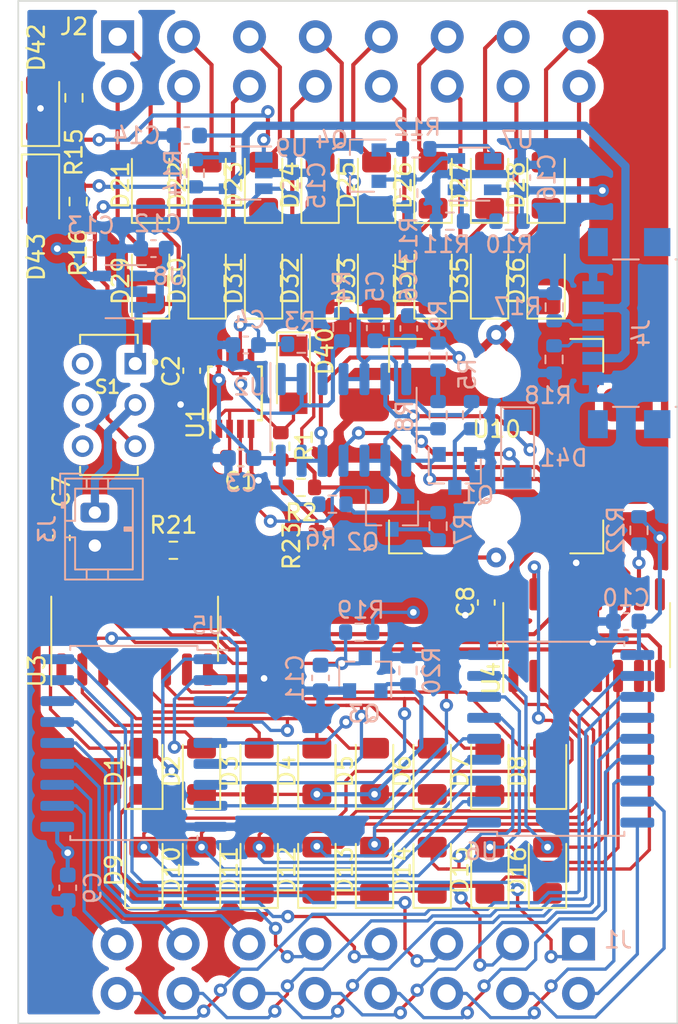
<source format=kicad_pcb>
(kicad_pcb (version 20171130) (host pcbnew "(5.1.10)-1")

  (general
    (thickness 1.6)
    (drawings 4)
    (tracks 951)
    (zones 0)
    (modules 94)
    (nets 98)
  )

  (page A4)
  (layers
    (0 F.Cu signal)
    (31 B.Cu signal hide)
    (32 B.Adhes user hide)
    (33 F.Adhes user hide)
    (34 B.Paste user hide)
    (35 F.Paste user hide)
    (36 B.SilkS user hide)
    (37 F.SilkS user)
    (38 B.Mask user hide)
    (39 F.Mask user hide)
    (40 Dwgs.User user)
    (41 Cmts.User user)
    (42 Eco1.User user)
    (43 Eco2.User user)
    (44 Edge.Cuts user)
    (45 Margin user)
    (46 B.CrtYd user hide)
    (47 F.CrtYd user)
    (48 B.Fab user hide)
    (49 F.Fab user hide)
  )

  (setup
    (last_trace_width 0.25)
    (user_trace_width 0.2)
    (user_trace_width 0.5)
    (trace_clearance 0.2)
    (zone_clearance 0.5)
    (zone_45_only no)
    (trace_min 0.2)
    (via_size 0.8)
    (via_drill 0.4)
    (via_min_size 0.4)
    (via_min_drill 0.3)
    (uvia_size 0.3)
    (uvia_drill 0.1)
    (uvias_allowed no)
    (uvia_min_size 0.2)
    (uvia_min_drill 0.1)
    (edge_width 0.05)
    (segment_width 0.2)
    (pcb_text_width 0.3)
    (pcb_text_size 1.5 1.5)
    (mod_edge_width 0.12)
    (mod_text_size 1 1)
    (mod_text_width 0.15)
    (pad_size 1.2 1.75)
    (pad_drill 0.75)
    (pad_to_mask_clearance 0)
    (aux_axis_origin 0 0)
    (visible_elements 7FFFFFFF)
    (pcbplotparams
      (layerselection 0x010fc_ffffffff)
      (usegerberextensions false)
      (usegerberattributes true)
      (usegerberadvancedattributes true)
      (creategerberjobfile true)
      (excludeedgelayer true)
      (linewidth 0.100000)
      (plotframeref false)
      (viasonmask false)
      (mode 1)
      (useauxorigin false)
      (hpglpennumber 1)
      (hpglpenspeed 20)
      (hpglpendiameter 15.000000)
      (psnegative false)
      (psa4output false)
      (plotreference true)
      (plotvalue true)
      (plotinvisibletext false)
      (padsonsilk false)
      (subtractmaskfromsilk false)
      (outputformat 1)
      (mirror false)
      (drillshape 1)
      (scaleselection 1)
      (outputdirectory ""))
  )

  (net 0 "")
  (net 1 "Net-(C1-Pad1)")
  (net 2 GND)
  (net 3 +3V3)
  (net 4 "Net-(C4-Pad1)")
  (net 5 "Net-(C5-Pad1)")
  (net 6 "Net-(C6-Pad1)")
  (net 7 "Net-(C11-Pad1)")
  (net 8 "Net-(C12-Pad1)")
  (net 9 "Net-(C14-Pad1)")
  (net 10 "Net-(C15-Pad1)")
  (net 11 "Net-(D1-Pad1)")
  (net 12 "Net-(D1-Pad2)")
  (net 13 "Net-(D2-Pad2)")
  (net 14 "Net-(D3-Pad2)")
  (net 15 "Net-(D4-Pad2)")
  (net 16 "Net-(D5-Pad2)")
  (net 17 "Net-(D6-Pad2)")
  (net 18 "Net-(D7-Pad2)")
  (net 19 "Net-(D8-Pad2)")
  (net 20 "Net-(D9-Pad2)")
  (net 21 "Net-(D10-Pad2)")
  (net 22 "Net-(D11-Pad2)")
  (net 23 "Net-(D12-Pad2)")
  (net 24 "Net-(D13-Pad2)")
  (net 25 "Net-(D14-Pad2)")
  (net 26 "Net-(D15-Pad2)")
  (net 27 "Net-(D16-Pad2)")
  (net 28 "Net-(D21-Pad1)")
  (net 29 "Net-(D21-Pad2)")
  (net 30 "Net-(D29-Pad2)")
  (net 31 "Net-(D30-Pad2)")
  (net 32 "Net-(D31-Pad2)")
  (net 33 "Net-(D32-Pad2)")
  (net 34 "Net-(D33-Pad2)")
  (net 35 "Net-(D34-Pad2)")
  (net 36 "Net-(D35-Pad2)")
  (net 37 "Net-(D36-Pad2)")
  (net 38 "Net-(D40-Pad1)")
  (net 39 "Net-(D41-Pad2)")
  (net 40 "Net-(D41-Pad1)")
  (net 41 "Net-(D42-Pad2)")
  (net 42 "Net-(D43-Pad1)")
  (net 43 "Net-(J1-Pad8)")
  (net 44 "Net-(J1-Pad16)")
  (net 45 "Net-(J1-Pad15)")
  (net 46 "Net-(J1-Pad7)")
  (net 47 "Net-(J1-Pad5)")
  (net 48 "Net-(J1-Pad14)")
  (net 49 "Net-(J1-Pad6)")
  (net 50 "Net-(J1-Pad13)")
  (net 51 "Net-(J1-Pad2)")
  (net 52 "Net-(J1-Pad10)")
  (net 53 "Net-(J1-Pad9)")
  (net 54 "Net-(J1-Pad1)")
  (net 55 "Net-(J1-Pad3)")
  (net 56 "Net-(J1-Pad11)")
  (net 57 "Net-(J1-Pad12)")
  (net 58 "Net-(J1-Pad4)")
  (net 59 "Net-(J4-PadA5)")
  (net 60 "Net-(J4-PadB5)")
  (net 61 "Net-(Q1-Pad1)")
  (net 62 "Net-(Q1-Pad3)")
  (net 63 "Net-(Q2-Pad3)")
  (net 64 "Net-(Q2-Pad1)")
  (net 65 "Net-(Q4-Pad2)")
  (net 66 "Net-(Q4-Pad1)")
  (net 67 "Net-(R3-Pad2)")
  (net 68 "Net-(R4-Pad2)")
  (net 69 "Net-(R6-Pad2)")
  (net 70 "Net-(R8-Pad1)")
  (net 71 "Net-(R10-Pad2)")
  (net 72 "Net-(R12-Pad2)")
  (net 73 "Net-(R14-Pad2)")
  (net 74 "Net-(R21-Pad2)")
  (net 75 "Net-(R22-Pad2)")
  (net 76 "Net-(U2-Pad11)")
  (net 77 "Net-(U3-Pad9)")
  (net 78 "Net-(U4-Pad9)")
  (net 79 "Net-(D22-Pad2)")
  (net 80 "Net-(D23-Pad2)")
  (net 81 "Net-(D24-Pad2)")
  (net 82 "Net-(D25-Pad2)")
  (net 83 "Net-(D26-Pad2)")
  (net 84 "Net-(D27-Pad2)")
  (net 85 "Net-(D28-Pad2)")
  (net 86 "Net-(D43-Pad2)")
  (net 87 "Net-(J4-PadSH1)")
  (net 88 "Net-(J4-PadSH2)")
  (net 89 "Net-(J4-PadSH3)")
  (net 90 "Net-(J4-PadSH4)")
  (net 91 "Net-(S1-Pad4)")
  (net 92 "Net-(S1-Pad5)")
  (net 93 "Net-(S1-Pad6)")
  (net 94 "Net-(U10-Pad2)")
  (net 95 "Net-(U10-Pad4)")
  (net 96 "Net-(R23-Pad1)")
  (net 97 "Net-(J3-Pad1)")

  (net_class Default "This is the default net class."
    (clearance 0.2)
    (trace_width 0.25)
    (via_dia 0.8)
    (via_drill 0.4)
    (uvia_dia 0.3)
    (uvia_drill 0.1)
    (add_net +3V3)
    (add_net GND)
    (add_net "Net-(C1-Pad1)")
    (add_net "Net-(C11-Pad1)")
    (add_net "Net-(C12-Pad1)")
    (add_net "Net-(C14-Pad1)")
    (add_net "Net-(C15-Pad1)")
    (add_net "Net-(C4-Pad1)")
    (add_net "Net-(C5-Pad1)")
    (add_net "Net-(C6-Pad1)")
    (add_net "Net-(D1-Pad1)")
    (add_net "Net-(D1-Pad2)")
    (add_net "Net-(D10-Pad2)")
    (add_net "Net-(D11-Pad2)")
    (add_net "Net-(D12-Pad2)")
    (add_net "Net-(D13-Pad2)")
    (add_net "Net-(D14-Pad2)")
    (add_net "Net-(D15-Pad2)")
    (add_net "Net-(D16-Pad2)")
    (add_net "Net-(D2-Pad2)")
    (add_net "Net-(D21-Pad1)")
    (add_net "Net-(D21-Pad2)")
    (add_net "Net-(D22-Pad2)")
    (add_net "Net-(D23-Pad2)")
    (add_net "Net-(D24-Pad2)")
    (add_net "Net-(D25-Pad2)")
    (add_net "Net-(D26-Pad2)")
    (add_net "Net-(D27-Pad2)")
    (add_net "Net-(D28-Pad2)")
    (add_net "Net-(D29-Pad2)")
    (add_net "Net-(D3-Pad2)")
    (add_net "Net-(D30-Pad2)")
    (add_net "Net-(D31-Pad2)")
    (add_net "Net-(D32-Pad2)")
    (add_net "Net-(D33-Pad2)")
    (add_net "Net-(D34-Pad2)")
    (add_net "Net-(D35-Pad2)")
    (add_net "Net-(D36-Pad2)")
    (add_net "Net-(D4-Pad2)")
    (add_net "Net-(D40-Pad1)")
    (add_net "Net-(D41-Pad1)")
    (add_net "Net-(D41-Pad2)")
    (add_net "Net-(D42-Pad2)")
    (add_net "Net-(D43-Pad1)")
    (add_net "Net-(D43-Pad2)")
    (add_net "Net-(D5-Pad2)")
    (add_net "Net-(D6-Pad2)")
    (add_net "Net-(D7-Pad2)")
    (add_net "Net-(D8-Pad2)")
    (add_net "Net-(D9-Pad2)")
    (add_net "Net-(J1-Pad1)")
    (add_net "Net-(J1-Pad10)")
    (add_net "Net-(J1-Pad11)")
    (add_net "Net-(J1-Pad12)")
    (add_net "Net-(J1-Pad13)")
    (add_net "Net-(J1-Pad14)")
    (add_net "Net-(J1-Pad15)")
    (add_net "Net-(J1-Pad16)")
    (add_net "Net-(J1-Pad2)")
    (add_net "Net-(J1-Pad3)")
    (add_net "Net-(J1-Pad4)")
    (add_net "Net-(J1-Pad5)")
    (add_net "Net-(J1-Pad6)")
    (add_net "Net-(J1-Pad7)")
    (add_net "Net-(J1-Pad8)")
    (add_net "Net-(J1-Pad9)")
    (add_net "Net-(J3-Pad1)")
    (add_net "Net-(J4-PadA5)")
    (add_net "Net-(J4-PadB5)")
    (add_net "Net-(J4-PadSH1)")
    (add_net "Net-(J4-PadSH2)")
    (add_net "Net-(J4-PadSH3)")
    (add_net "Net-(J4-PadSH4)")
    (add_net "Net-(Q1-Pad1)")
    (add_net "Net-(Q1-Pad3)")
    (add_net "Net-(Q2-Pad1)")
    (add_net "Net-(Q2-Pad3)")
    (add_net "Net-(Q4-Pad1)")
    (add_net "Net-(Q4-Pad2)")
    (add_net "Net-(R10-Pad2)")
    (add_net "Net-(R12-Pad2)")
    (add_net "Net-(R14-Pad2)")
    (add_net "Net-(R21-Pad2)")
    (add_net "Net-(R22-Pad2)")
    (add_net "Net-(R23-Pad1)")
    (add_net "Net-(R3-Pad2)")
    (add_net "Net-(R4-Pad2)")
    (add_net "Net-(R6-Pad2)")
    (add_net "Net-(R8-Pad1)")
    (add_net "Net-(S1-Pad4)")
    (add_net "Net-(S1-Pad5)")
    (add_net "Net-(S1-Pad6)")
    (add_net "Net-(U10-Pad2)")
    (add_net "Net-(U10-Pad4)")
    (add_net "Net-(U2-Pad11)")
    (add_net "Net-(U3-Pad9)")
    (add_net "Net-(U4-Pad9)")
  )

  (module EG1271A-model:SW_EG1271A (layer F.Cu) (tedit 6668ED6F) (tstamp 6684635D)
    (at 105.5 74.5 270)
    (path /666B1AC9)
    (fp_text reference S1 (at -1.094 0.09 180) (layer F.SilkS)
      (effects (font (size 0.8 0.8) (thickness 0.15)))
    )
    (fp_text value EG1271A (at 0.68 3.308 90) (layer F.Fab)
      (effects (font (size 0.8 0.8) (thickness 0.15)))
    )
    (fp_circle (center -2.6 -2.8) (end -2.5 -2.8) (layer F.SilkS) (width 0.2))
    (fp_circle (center -2.6 -2.8) (end -2.5 -2.8) (layer F.Fab) (width 0.2))
    (fp_line (start 4.5 -2.5) (end -4.5 -2.5) (layer F.CrtYd) (width 0.05))
    (fp_line (start 4.5 2.5) (end 4.5 -2.5) (layer F.CrtYd) (width 0.05))
    (fp_line (start -4.5 2.5) (end 4.5 2.5) (layer F.CrtYd) (width 0.05))
    (fp_line (start -4.5 -2.5) (end -4.5 2.5) (layer F.CrtYd) (width 0.05))
    (fp_line (start -4.25 1.75) (end -3.75 1.75) (layer F.SilkS) (width 0.127))
    (fp_line (start 4.25 -1.75) (end 3.75 -1.75) (layer F.SilkS) (width 0.127))
    (fp_line (start 3.75 1.75) (end 4.25 1.75) (layer F.SilkS) (width 0.127))
    (fp_line (start -3.75 -1.75) (end -4.25 -1.75) (layer F.SilkS) (width 0.127))
    (fp_line (start 4.25 1.75) (end 4.25 -1.75) (layer F.SilkS) (width 0.127))
    (fp_line (start -4.25 -1.75) (end -4.25 1.75) (layer F.SilkS) (width 0.127))
    (fp_line (start 4.25 -1.75) (end -4.25 -1.75) (layer F.Fab) (width 0.127))
    (fp_line (start 4.25 1.75) (end 4.25 -1.75) (layer F.Fab) (width 0.127))
    (fp_line (start -4.25 1.75) (end 4.25 1.75) (layer F.Fab) (width 0.127))
    (fp_line (start -4.25 -1.75) (end -4.25 1.75) (layer F.Fab) (width 0.127))
    (pad 1 thru_hole rect (at -2.5 -1.6 270) (size 1.308 1.308) (drill 0.8) (layers *.Cu *.Mask)
      (net 8 "Net-(C12-Pad1)") (solder_mask_margin 0.102))
    (pad 2 thru_hole circle (at 0 -1.6 270) (size 1.308 1.308) (drill 0.8) (layers *.Cu *.Mask)
      (net 97 "Net-(J3-Pad1)") (solder_mask_margin 0.102))
    (pad 3 thru_hole circle (at 2.5 -1.6 270) (size 1.308 1.308) (drill 0.8) (layers *.Cu *.Mask)
      (net 10 "Net-(C15-Pad1)") (solder_mask_margin 0.102))
    (pad 4 thru_hole circle (at -2.5 1.6 270) (size 1.308 1.308) (drill 0.8) (layers *.Cu *.Mask)
      (net 91 "Net-(S1-Pad4)") (solder_mask_margin 0.102))
    (pad 5 thru_hole circle (at 0 1.6 270) (size 1.308 1.308) (drill 0.8) (layers *.Cu *.Mask)
      (net 92 "Net-(S1-Pad5)") (solder_mask_margin 0.102))
    (pad 6 thru_hole circle (at 2.5 1.6 270) (size 1.308 1.308) (drill 0.8) (layers *.Cu *.Mask)
      (net 93 "Net-(S1-Pad6)") (solder_mask_margin 0.102))
    (model C:/Users/makoto/Documents/KiCad/ACC-OBD2CableTester/EG1271A-model/EG1271A.step
      (at (xyz 0 0 0))
      (scale (xyz 1 1 1))
      (rotate (xyz -90 0 0))
    )
  )

  (module Connector_JST:JST_PH_B2B-PH-K_1x02_P2.00mm_Vertical (layer B.Cu) (tedit 66D7C802) (tstamp 66D7D80C)
    (at 104.648 81.026 270)
    (descr "JST PH series connector, B2B-PH-K (http://www.jst-mfg.com/product/pdf/eng/ePH.pdf), generated with kicad-footprint-generator")
    (tags "connector JST PH side entry")
    (path /65F48B82)
    (zone_connect 2)
    (fp_text reference J3 (at 1 2.9 90) (layer B.SilkS)
      (effects (font (size 1 1) (thickness 0.15)) (justify mirror))
    )
    (fp_text value Conn_01x02_Male (at 1 -4 90) (layer B.Fab)
      (effects (font (size 1 1) (thickness 0.15)) (justify mirror))
    )
    (fp_line (start -2.06 1.81) (end -2.06 -2.91) (layer B.SilkS) (width 0.12))
    (fp_line (start -2.06 -2.91) (end 4.06 -2.91) (layer B.SilkS) (width 0.12))
    (fp_line (start 4.06 -2.91) (end 4.06 1.81) (layer B.SilkS) (width 0.12))
    (fp_line (start 4.06 1.81) (end -2.06 1.81) (layer B.SilkS) (width 0.12))
    (fp_line (start -0.3 1.81) (end -0.3 2.01) (layer B.SilkS) (width 0.12))
    (fp_line (start -0.3 2.01) (end -0.6 2.01) (layer B.SilkS) (width 0.12))
    (fp_line (start -0.6 2.01) (end -0.6 1.81) (layer B.SilkS) (width 0.12))
    (fp_line (start -0.3 1.91) (end -0.6 1.91) (layer B.SilkS) (width 0.12))
    (fp_line (start 0.5 1.81) (end 0.5 1.2) (layer B.SilkS) (width 0.12))
    (fp_line (start 0.5 1.2) (end -1.45 1.2) (layer B.SilkS) (width 0.12))
    (fp_line (start -1.45 1.2) (end -1.45 -2.3) (layer B.SilkS) (width 0.12))
    (fp_line (start -1.45 -2.3) (end 3.45 -2.3) (layer B.SilkS) (width 0.12))
    (fp_line (start 3.45 -2.3) (end 3.45 1.2) (layer B.SilkS) (width 0.12))
    (fp_line (start 3.45 1.2) (end 1.5 1.2) (layer B.SilkS) (width 0.12))
    (fp_line (start 1.5 1.2) (end 1.5 1.81) (layer B.SilkS) (width 0.12))
    (fp_line (start -2.06 0.5) (end -1.45 0.5) (layer B.SilkS) (width 0.12))
    (fp_line (start -2.06 -0.8) (end -1.45 -0.8) (layer B.SilkS) (width 0.12))
    (fp_line (start 4.06 0.5) (end 3.45 0.5) (layer B.SilkS) (width 0.12))
    (fp_line (start 4.06 -0.8) (end 3.45 -0.8) (layer B.SilkS) (width 0.12))
    (fp_line (start 0.9 -2.3) (end 0.9 -1.8) (layer B.SilkS) (width 0.12))
    (fp_line (start 0.9 -1.8) (end 1.1 -1.8) (layer B.SilkS) (width 0.12))
    (fp_line (start 1.1 -1.8) (end 1.1 -2.3) (layer B.SilkS) (width 0.12))
    (fp_line (start 1 -2.3) (end 1 -1.8) (layer B.SilkS) (width 0.12))
    (fp_line (start -1.11 2.11) (end -2.36 2.11) (layer B.SilkS) (width 0.12))
    (fp_line (start -2.36 2.11) (end -2.36 0.86) (layer B.SilkS) (width 0.12))
    (fp_line (start -1.11 2.11) (end -2.36 2.11) (layer B.Fab) (width 0.1))
    (fp_line (start -2.36 2.11) (end -2.36 0.86) (layer B.Fab) (width 0.1))
    (fp_line (start -1.95 1.7) (end -1.95 -2.8) (layer B.Fab) (width 0.1))
    (fp_line (start -1.95 -2.8) (end 3.95 -2.8) (layer B.Fab) (width 0.1))
    (fp_line (start 3.95 -2.8) (end 3.95 1.7) (layer B.Fab) (width 0.1))
    (fp_line (start 3.95 1.7) (end -1.95 1.7) (layer B.Fab) (width 0.1))
    (fp_line (start -2.45 2.2) (end -2.45 -3.3) (layer B.CrtYd) (width 0.05))
    (fp_line (start -2.45 -3.3) (end 4.45 -3.3) (layer B.CrtYd) (width 0.05))
    (fp_line (start 4.45 -3.3) (end 4.45 2.2) (layer B.CrtYd) (width 0.05))
    (fp_line (start 4.45 2.2) (end -2.45 2.2) (layer B.CrtYd) (width 0.05))
    (fp_text user %R (at 1 -1.5 90) (layer B.Fab)
      (effects (font (size 1 1) (thickness 0.15)) (justify mirror))
    )
    (pad 2 thru_hole oval (at 2 0 270) (size 1.2 1.75) (drill 0.75) (layers *.Cu *.Mask)
      (net 2 GND) (zone_connect 2))
    (pad 1 thru_hole roundrect (at 0 0 270) (size 1.2 1.75) (drill 0.75) (layers *.Cu *.Mask) (roundrect_rratio 0.208)
      (net 97 "Net-(J3-Pad1)") (zone_connect 2))
    (model ${KISYS3DMOD}/Connector_JST.3dshapes/JST_PH_B2B-PH-K_1x02_P2.00mm_Vertical.wrl
      (at (xyz 0 0 0))
      (scale (xyz 1 1 1))
      (rotate (xyz 0 0 0))
    )
  )

  (module Package_SO:TSSOP-8_3x3mm_P0.65mm (layer F.Cu) (tedit 5A02F25C) (tstamp 65C3759A)
    (at 113.15 73.8 90)
    (descr "TSSOP8: plastic thin shrink small outline package; 8 leads; body width 3 mm; (see NXP SSOP-TSSOP-VSO-REFLOW.pdf and sot505-1_po.pdf)")
    (tags "SSOP 0.65")
    (path /659562C4)
    (attr smd)
    (fp_text reference U1 (at -1.775 -2.4 90) (layer F.SilkS)
      (effects (font (size 1 1) (thickness 0.15)))
    )
    (fp_text value 74AUC2G08 (at 0 2.55 90) (layer F.Fab)
      (effects (font (size 1 1) (thickness 0.15)))
    )
    (fp_line (start -0.5 -1.5) (end 1.5 -1.5) (layer F.Fab) (width 0.15))
    (fp_line (start 1.5 -1.5) (end 1.5 1.5) (layer F.Fab) (width 0.15))
    (fp_line (start 1.5 1.5) (end -1.5 1.5) (layer F.Fab) (width 0.15))
    (fp_line (start -1.5 1.5) (end -1.5 -0.5) (layer F.Fab) (width 0.15))
    (fp_line (start -1.5 -0.5) (end -0.5 -1.5) (layer F.Fab) (width 0.15))
    (fp_line (start -2.95 -1.8) (end -2.95 1.8) (layer F.CrtYd) (width 0.05))
    (fp_line (start 2.95 -1.8) (end 2.95 1.8) (layer F.CrtYd) (width 0.05))
    (fp_line (start -2.95 -1.8) (end 2.95 -1.8) (layer F.CrtYd) (width 0.05))
    (fp_line (start -2.95 1.8) (end 2.95 1.8) (layer F.CrtYd) (width 0.05))
    (fp_line (start -1.625 -1.625) (end -1.625 -1.5) (layer F.SilkS) (width 0.15))
    (fp_line (start 1.625 -1.625) (end 1.625 -1.4) (layer F.SilkS) (width 0.15))
    (fp_line (start 1.625 1.625) (end 1.625 1.4) (layer F.SilkS) (width 0.15))
    (fp_line (start -1.625 1.625) (end -1.625 1.4) (layer F.SilkS) (width 0.15))
    (fp_line (start -1.625 -1.625) (end 1.625 -1.625) (layer F.SilkS) (width 0.15))
    (fp_line (start -1.625 1.625) (end 1.625 1.625) (layer F.SilkS) (width 0.15))
    (fp_line (start -1.625 -1.5) (end -2.7 -1.5) (layer F.SilkS) (width 0.15))
    (fp_text user %R (at 0 0 90) (layer F.Fab)
      (effects (font (size 0.6 0.6) (thickness 0.15)))
    )
    (pad 8 smd rect (at 2.15 -0.975 90) (size 1.1 0.4) (layers F.Cu F.Paste F.Mask)
      (net 3 +3V3))
    (pad 7 smd rect (at 2.15 -0.325 90) (size 1.1 0.4) (layers F.Cu F.Paste F.Mask)
      (net 68 "Net-(R4-Pad2)"))
    (pad 6 smd rect (at 2.15 0.325 90) (size 1.1 0.4) (layers F.Cu F.Paste F.Mask)
      (net 4 "Net-(C4-Pad1)"))
    (pad 5 smd rect (at 2.15 0.975 90) (size 1.1 0.4) (layers F.Cu F.Paste F.Mask)
      (net 68 "Net-(R4-Pad2)"))
    (pad 4 smd rect (at -2.15 0.975 90) (size 1.1 0.4) (layers F.Cu F.Paste F.Mask)
      (net 2 GND))
    (pad 3 smd rect (at -2.15 0.325 90) (size 1.1 0.4) (layers F.Cu F.Paste F.Mask)
      (net 64 "Net-(Q2-Pad1)"))
    (pad 2 smd rect (at -2.15 -0.325 90) (size 1.1 0.4) (layers F.Cu F.Paste F.Mask)
      (net 1 "Net-(C1-Pad1)"))
    (pad 1 smd rect (at -2.15 -0.975 90) (size 1.1 0.4) (layers F.Cu F.Paste F.Mask)
      (net 1 "Net-(C1-Pad1)"))
    (model ${KISYS3DMOD}/Package_SO.3dshapes/TSSOP-8_3x3mm_P0.65mm.wrl
      (at (xyz 0 0 0))
      (scale (xyz 1 1 1))
      (rotate (xyz 0 0 0))
    )
  )

  (module Resistor_SMD:R_0603_1608Metric (layer B.Cu) (tedit 5F68FEEE) (tstamp 66CF1CB6)
    (at 123.65 90.6 90)
    (descr "Resistor SMD 0603 (1608 Metric), square (rectangular) end terminal, IPC_7351 nominal, (Body size source: IPC-SM-782 page 72, https://www.pcb-3d.com/wordpress/wp-content/uploads/ipc-sm-782a_amendment_1_and_2.pdf), generated with kicad-footprint-generator")
    (tags resistor)
    (path /66829BD7)
    (attr smd)
    (fp_text reference R20 (at 0 1.43 90) (layer B.SilkS)
      (effects (font (size 1 1) (thickness 0.15)) (justify mirror))
    )
    (fp_text value 80 (at 0 -1.43 90) (layer B.Fab)
      (effects (font (size 1 1) (thickness 0.15)) (justify mirror))
    )
    (fp_line (start -0.8 -0.4125) (end -0.8 0.4125) (layer B.Fab) (width 0.1))
    (fp_line (start -0.8 0.4125) (end 0.8 0.4125) (layer B.Fab) (width 0.1))
    (fp_line (start 0.8 0.4125) (end 0.8 -0.4125) (layer B.Fab) (width 0.1))
    (fp_line (start 0.8 -0.4125) (end -0.8 -0.4125) (layer B.Fab) (width 0.1))
    (fp_line (start -0.237258 0.5225) (end 0.237258 0.5225) (layer B.SilkS) (width 0.12))
    (fp_line (start -0.237258 -0.5225) (end 0.237258 -0.5225) (layer B.SilkS) (width 0.12))
    (fp_line (start -1.48 -0.73) (end -1.48 0.73) (layer B.CrtYd) (width 0.05))
    (fp_line (start -1.48 0.73) (end 1.48 0.73) (layer B.CrtYd) (width 0.05))
    (fp_line (start 1.48 0.73) (end 1.48 -0.73) (layer B.CrtYd) (width 0.05))
    (fp_line (start 1.48 -0.73) (end -1.48 -0.73) (layer B.CrtYd) (width 0.05))
    (fp_text user %R (at 0 0 90) (layer B.Fab)
      (effects (font (size 0.4 0.4) (thickness 0.06)) (justify mirror))
    )
    (pad 2 smd roundrect (at 0.825 0 90) (size 0.8 0.95) (layers B.Cu B.Paste B.Mask) (roundrect_rratio 0.25)
      (net 2 GND))
    (pad 1 smd roundrect (at -0.825 0 90) (size 0.8 0.95) (layers B.Cu B.Paste B.Mask) (roundrect_rratio 0.25)
      (net 11 "Net-(D1-Pad1)"))
    (model ${KISYS3DMOD}/Resistor_SMD.3dshapes/R_0603_1608Metric.wrl
      (at (xyz 0 0 0))
      (scale (xyz 1 1 1))
      (rotate (xyz 0 0 0))
    )
  )

  (module OBDCableTesterPCB:SparkfunOmten12mmTactileLED (layer F.Cu) (tedit 66CE13AD) (tstamp 667449B3)
    (at 129 77)
    (path /66794CD5)
    (fp_text reference U10 (at 0.025 -1.025) (layer F.SilkS)
      (effects (font (size 1 1) (thickness 0.15)))
    )
    (fp_text value SparkfunOmtenTactileLED (at 0 10.9) (layer F.Fab)
      (effects (font (size 1 1) (thickness 0.15)))
    )
    (fp_line (start -9.8 7.6) (end -9.8 -7.6) (layer F.CrtYd) (width 0.12))
    (fp_line (start 9.8 7.6) (end -9.8 7.6) (layer F.CrtYd) (width 0.12))
    (fp_line (start 9.8 -7.6) (end 9.8 7.6) (layer F.CrtYd) (width 0.12))
    (fp_line (start -9.8 -7.6) (end 9.8 -7.6) (layer F.CrtYd) (width 0.12))
    (fp_line (start -6.5 -4.5) (end -6.5 -6.5) (layer F.SilkS) (width 0.12))
    (fp_line (start -6.5 -6.5) (end -4.5 -6.5) (layer F.SilkS) (width 0.12))
    (fp_line (start 6.5 -6.5) (end 6.5 -4.5) (layer F.SilkS) (width 0.12))
    (fp_line (start 4.5 -6.5) (end 6.5 -6.5) (layer F.SilkS) (width 0.12))
    (fp_line (start 6.5 4.5) (end 6.5 6.5) (layer F.SilkS) (width 0.12))
    (fp_line (start -6.5 6.5) (end -6.5 4.5) (layer F.SilkS) (width 0.12))
    (fp_line (start 6.5 6.5) (end 4.5 6.5) (layer F.SilkS) (width 0.12))
    (fp_line (start -4.5 6.5) (end -6.5 6.5) (layer F.SilkS) (width 0.12))
    (pad 6 thru_hole circle (at 0 6.75) (size 1.2 1.2) (drill 0.6) (layers *.Cu *.Mask)
      (net 96 "Net-(R23-Pad1)"))
    (pad 5 thru_hole circle (at 0 -6.75 180) (size 1.2 1.2) (drill 0.6) (layers *.Cu *.Mask)
      (net 3 +3V3))
    (pad 2 smd roundrect (at 8 -2.5) (size 3 2) (layers F.Cu F.Paste F.Mask) (roundrect_rratio 0.25)
      (net 94 "Net-(U10-Pad2)"))
    (pad 3 smd roundrect (at -8 2.5) (size 3 2) (layers F.Cu F.Paste F.Mask) (roundrect_rratio 0.25)
      (net 38 "Net-(D40-Pad1)"))
    (pad 4 smd roundrect (at 8 2.5 180) (size 3 2) (layers F.Cu F.Paste F.Mask) (roundrect_rratio 0.25)
      (net 95 "Net-(U10-Pad4)"))
    (pad 1 smd roundrect (at -8 -2.5) (size 3 2) (layers F.Cu F.Paste F.Mask) (roundrect_rratio 0.25)
      (net 3 +3V3))
    (pad "" np_thru_hole circle (at 0 -4.4) (size 2 2) (drill 2) (layers *.Cu *.Mask))
    (pad "" np_thru_hole circle (at 0 4.4) (size 2 2) (drill 2) (layers *.Cu *.Mask))
  )

  (module OBDCableTesterPCB:PinHeader_2x08_P4mm_Pad1.8mmDrill1.0mm__ (layer B.Cu) (tedit 66CE14C1) (tstamp 663187CE)
    (at 120 108.68 180)
    (path /66CCD03A)
    (fp_text reference J1 (at -16.398 1.746 180) (layer B.SilkS)
      (effects (font (size 1 1) (thickness 0.15)) (justify mirror))
    )
    (fp_text value Conn_02x08_Counter_Clockwise (at 0 -3.7 180) (layer B.Fab)
      (effects (font (size 1 1) (thickness 0.15)) (justify mirror))
    )
    (pad 8 thru_hole circle (at 14 1.5 180) (size 2 2) (drill 1.1) (layers *.Cu *.Mask)
      (net 43 "Net-(J1-Pad8)"))
    (pad 16 thru_hole circle (at 14 -1.5 180) (size 2 2) (drill 1.1) (layers *.Cu *.Mask)
      (net 44 "Net-(J1-Pad16)"))
    (pad 15 thru_hole circle (at 10 -1.5 180) (size 2 2) (drill 1.1) (layers *.Cu *.Mask)
      (net 45 "Net-(J1-Pad15)"))
    (pad 7 thru_hole circle (at 10 1.5 180) (size 2 2) (drill 1.1) (layers *.Cu *.Mask)
      (net 46 "Net-(J1-Pad7)"))
    (pad 5 thru_hole circle (at 2 1.5 180) (size 2 2) (drill 1.1) (layers *.Cu *.Mask)
      (net 47 "Net-(J1-Pad5)"))
    (pad 14 thru_hole circle (at 6 -1.5 180) (size 2 2) (drill 1.1) (layers *.Cu *.Mask)
      (net 48 "Net-(J1-Pad14)"))
    (pad 6 thru_hole circle (at 6 1.5 180) (size 2 2) (drill 1.1) (layers *.Cu *.Mask)
      (net 49 "Net-(J1-Pad6)"))
    (pad 13 thru_hole circle (at 2 -1.5 180) (size 2 2) (drill 1.1) (layers *.Cu *.Mask)
      (net 50 "Net-(J1-Pad13)"))
    (pad 2 thru_hole circle (at -10 1.5 180) (size 2 2) (drill 1.1) (layers *.Cu *.Mask)
      (net 51 "Net-(J1-Pad2)"))
    (pad 10 thru_hole circle (at -10 -1.5 180) (size 2 2) (drill 1.1) (layers *.Cu *.Mask)
      (net 52 "Net-(J1-Pad10)"))
    (pad 9 thru_hole circle (at -14 -1.5 180) (size 2 2) (drill 1.1) (layers *.Cu *.Mask)
      (net 53 "Net-(J1-Pad9)"))
    (pad 1 thru_hole rect (at -14 1.5 180) (size 2 2) (drill 1.1) (layers *.Cu *.Mask)
      (net 54 "Net-(J1-Pad1)"))
    (pad 3 thru_hole circle (at -6 1.5 180) (size 2 2) (drill 1.1) (layers *.Cu *.Mask)
      (net 55 "Net-(J1-Pad3)"))
    (pad 11 thru_hole circle (at -6 -1.5 180) (size 2 2) (drill 1.1) (layers *.Cu *.Mask)
      (net 56 "Net-(J1-Pad11)"))
    (pad 12 thru_hole circle (at -2 -1.5 180) (size 2 2) (drill 1.1) (layers *.Cu *.Mask)
      (net 57 "Net-(J1-Pad12)"))
    (pad 4 thru_hole circle (at -2 1.5 180) (size 2 2) (drill 1.1) (layers *.Cu *.Mask)
      (net 58 "Net-(J1-Pad4)"))
  )

  (module OBDCableTesterPCB:PinHeader_2x08_P4mm_Pad1.8mmDrill1.0mm__ (layer F.Cu) (tedit 66CE14C1) (tstamp 65C310B1)
    (at 120.03 53.68)
    (path /65D76B3C)
    (fp_text reference J2 (at -16.652 -2.118) (layer F.SilkS)
      (effects (font (size 1 1) (thickness 0.15)))
    )
    (fp_text value Conn_02x08_Counter_Clockwise (at 0 3.7) (layer F.Fab)
      (effects (font (size 1 1) (thickness 0.15)))
    )
    (pad 8 thru_hole circle (at 14 -1.5) (size 2 2) (drill 1.1) (layers *.Cu *.Mask)
      (net 85 "Net-(D28-Pad2)"))
    (pad 16 thru_hole circle (at 14 1.5) (size 2 2) (drill 1.1) (layers *.Cu *.Mask)
      (net 37 "Net-(D36-Pad2)"))
    (pad 15 thru_hole circle (at 10 1.5) (size 2 2) (drill 1.1) (layers *.Cu *.Mask)
      (net 36 "Net-(D35-Pad2)"))
    (pad 7 thru_hole circle (at 10 -1.5) (size 2 2) (drill 1.1) (layers *.Cu *.Mask)
      (net 84 "Net-(D27-Pad2)"))
    (pad 5 thru_hole circle (at 2 -1.5) (size 2 2) (drill 1.1) (layers *.Cu *.Mask)
      (net 82 "Net-(D25-Pad2)"))
    (pad 14 thru_hole circle (at 6 1.5) (size 2 2) (drill 1.1) (layers *.Cu *.Mask)
      (net 35 "Net-(D34-Pad2)"))
    (pad 6 thru_hole circle (at 6 -1.5) (size 2 2) (drill 1.1) (layers *.Cu *.Mask)
      (net 83 "Net-(D26-Pad2)"))
    (pad 13 thru_hole circle (at 2 1.5) (size 2 2) (drill 1.1) (layers *.Cu *.Mask)
      (net 34 "Net-(D33-Pad2)"))
    (pad 2 thru_hole circle (at -10 -1.5) (size 2 2) (drill 1.1) (layers *.Cu *.Mask)
      (net 79 "Net-(D22-Pad2)"))
    (pad 10 thru_hole circle (at -10 1.5) (size 2 2) (drill 1.1) (layers *.Cu *.Mask)
      (net 31 "Net-(D30-Pad2)"))
    (pad 9 thru_hole circle (at -14 1.5) (size 2 2) (drill 1.1) (layers *.Cu *.Mask)
      (net 30 "Net-(D29-Pad2)"))
    (pad 1 thru_hole rect (at -14 -1.5) (size 2 2) (drill 1.1) (layers *.Cu *.Mask)
      (net 29 "Net-(D21-Pad2)"))
    (pad 3 thru_hole circle (at -6 -1.5) (size 2 2) (drill 1.1) (layers *.Cu *.Mask)
      (net 80 "Net-(D23-Pad2)"))
    (pad 11 thru_hole circle (at -6 1.5) (size 2 2) (drill 1.1) (layers *.Cu *.Mask)
      (net 32 "Net-(D31-Pad2)"))
    (pad 12 thru_hole circle (at -2 1.5) (size 2 2) (drill 1.1) (layers *.Cu *.Mask)
      (net 33 "Net-(D32-Pad2)"))
    (pad 4 thru_hole circle (at -2 -1.5) (size 2 2) (drill 1.1) (layers *.Cu *.Mask)
      (net 81 "Net-(D24-Pad2)"))
  )

  (module Resistor_SMD:R_0603_1608Metric (layer B.Cu) (tedit 5F68FEEE) (tstamp 65BA01E4)
    (at 137.668 82.105 270)
    (descr "Resistor SMD 0603 (1608 Metric), square (rectangular) end terminal, IPC_7351 nominal, (Body size source: IPC-SM-782 page 72, https://www.pcb-3d.com/wordpress/wp-content/uploads/ipc-sm-782a_amendment_1_and_2.pdf), generated with kicad-footprint-generator")
    (tags resistor)
    (path /65AE7D7C)
    (attr smd)
    (fp_text reference R22 (at -0.025 1.4 90) (layer B.SilkS)
      (effects (font (size 1 1) (thickness 0.15)) (justify mirror))
    )
    (fp_text value 33k (at 0 -1.43 90) (layer B.Fab)
      (effects (font (size 1 1) (thickness 0.15)) (justify mirror))
    )
    (fp_line (start 1.48 -0.73) (end -1.48 -0.73) (layer B.CrtYd) (width 0.05))
    (fp_line (start 1.48 0.73) (end 1.48 -0.73) (layer B.CrtYd) (width 0.05))
    (fp_line (start -1.48 0.73) (end 1.48 0.73) (layer B.CrtYd) (width 0.05))
    (fp_line (start -1.48 -0.73) (end -1.48 0.73) (layer B.CrtYd) (width 0.05))
    (fp_line (start -0.237258 -0.5225) (end 0.237258 -0.5225) (layer B.SilkS) (width 0.12))
    (fp_line (start -0.237258 0.5225) (end 0.237258 0.5225) (layer B.SilkS) (width 0.12))
    (fp_line (start 0.8 -0.4125) (end -0.8 -0.4125) (layer B.Fab) (width 0.1))
    (fp_line (start 0.8 0.4125) (end 0.8 -0.4125) (layer B.Fab) (width 0.1))
    (fp_line (start -0.8 0.4125) (end 0.8 0.4125) (layer B.Fab) (width 0.1))
    (fp_line (start -0.8 -0.4125) (end -0.8 0.4125) (layer B.Fab) (width 0.1))
    (fp_text user %R (at 0 0 90) (layer B.Fab)
      (effects (font (size 0.4 0.4) (thickness 0.06)) (justify mirror))
    )
    (pad 1 smd roundrect (at -0.825 0 270) (size 0.8 0.95) (layers B.Cu B.Paste B.Mask) (roundrect_rratio 0.25)
      (net 3 +3V3))
    (pad 2 smd roundrect (at 0.825 0 270) (size 0.8 0.95) (layers B.Cu B.Paste B.Mask) (roundrect_rratio 0.25)
      (net 75 "Net-(R22-Pad2)"))
    (model ${KISYS3DMOD}/Resistor_SMD.3dshapes/R_0603_1608Metric.wrl
      (at (xyz 0 0 0))
      (scale (xyz 1 1 1))
      (rotate (xyz 0 0 0))
    )
  )

  (module Package_TO_SOT_SMD:SOT-23 (layer B.Cu) (tedit 5A02FF57) (tstamp 65BB2DF0)
    (at 120.888 59.994 180)
    (descr "SOT-23, Standard")
    (tags SOT-23)
    (path /65DE41A5)
    (attr smd)
    (fp_text reference Q4 (at 1.872 1.574 180) (layer B.SilkS)
      (effects (font (size 1 1) (thickness 0.15)) (justify mirror))
    )
    (fp_text value Q_NMOS_GSD (at 0 -2.5 180) (layer B.Fab)
      (effects (font (size 1 1) (thickness 0.15)) (justify mirror))
    )
    (fp_line (start -0.7 0.95) (end -0.7 -1.5) (layer B.Fab) (width 0.1))
    (fp_line (start -0.15 1.52) (end 0.7 1.52) (layer B.Fab) (width 0.1))
    (fp_line (start -0.7 0.95) (end -0.15 1.52) (layer B.Fab) (width 0.1))
    (fp_line (start 0.7 1.52) (end 0.7 -1.52) (layer B.Fab) (width 0.1))
    (fp_line (start -0.7 -1.52) (end 0.7 -1.52) (layer B.Fab) (width 0.1))
    (fp_line (start 0.76 -1.58) (end 0.76 -0.65) (layer B.SilkS) (width 0.12))
    (fp_line (start 0.76 1.58) (end 0.76 0.65) (layer B.SilkS) (width 0.12))
    (fp_line (start -1.7 1.75) (end 1.7 1.75) (layer B.CrtYd) (width 0.05))
    (fp_line (start 1.7 1.75) (end 1.7 -1.75) (layer B.CrtYd) (width 0.05))
    (fp_line (start 1.7 -1.75) (end -1.7 -1.75) (layer B.CrtYd) (width 0.05))
    (fp_line (start -1.7 -1.75) (end -1.7 1.75) (layer B.CrtYd) (width 0.05))
    (fp_line (start 0.76 1.58) (end -1.4 1.58) (layer B.SilkS) (width 0.12))
    (fp_line (start 0.76 -1.58) (end -0.7 -1.58) (layer B.SilkS) (width 0.12))
    (fp_text user %R (at 0 0 90) (layer B.Fab)
      (effects (font (size 0.5 0.5) (thickness 0.075)) (justify mirror))
    )
    (pad 3 smd rect (at 1 0 180) (size 0.9 0.8) (layers B.Cu B.Paste B.Mask)
      (net 28 "Net-(D21-Pad1)"))
    (pad 2 smd rect (at -1 -0.95 180) (size 0.9 0.8) (layers B.Cu B.Paste B.Mask)
      (net 65 "Net-(Q4-Pad2)"))
    (pad 1 smd rect (at -1 0.95 180) (size 0.9 0.8) (layers B.Cu B.Paste B.Mask)
      (net 66 "Net-(Q4-Pad1)"))
    (model ${KISYS3DMOD}/Package_TO_SOT_SMD.3dshapes/SOT-23.wrl
      (at (xyz 0 0 0))
      (scale (xyz 1 1 1))
      (rotate (xyz 0 0 0))
    )
  )

  (module Capacitor_SMD:C_0603_1608Metric (layer B.Cu) (tedit 5F68FEEE) (tstamp 65B9FCDA)
    (at 110.223 58.166 180)
    (descr "Capacitor SMD 0603 (1608 Metric), square (rectangular) end terminal, IPC_7351 nominal, (Body size source: IPC-SM-782 page 76, https://www.pcb-3d.com/wordpress/wp-content/uploads/ipc-sm-782a_amendment_1_and_2.pdf), generated with kicad-footprint-generator")
    (tags capacitor)
    (path /65FEE809)
    (attr smd)
    (fp_text reference C14 (at 3.035 0) (layer B.SilkS)
      (effects (font (size 1 1) (thickness 0.15)) (justify mirror))
    )
    (fp_text value 4.7uF (at 0 -1.43) (layer B.Fab)
      (effects (font (size 1 1) (thickness 0.15)) (justify mirror))
    )
    (fp_line (start -0.8 -0.4) (end -0.8 0.4) (layer B.Fab) (width 0.1))
    (fp_line (start -0.8 0.4) (end 0.8 0.4) (layer B.Fab) (width 0.1))
    (fp_line (start 0.8 0.4) (end 0.8 -0.4) (layer B.Fab) (width 0.1))
    (fp_line (start 0.8 -0.4) (end -0.8 -0.4) (layer B.Fab) (width 0.1))
    (fp_line (start -0.14058 0.51) (end 0.14058 0.51) (layer B.SilkS) (width 0.12))
    (fp_line (start -0.14058 -0.51) (end 0.14058 -0.51) (layer B.SilkS) (width 0.12))
    (fp_line (start -1.48 -0.73) (end -1.48 0.73) (layer B.CrtYd) (width 0.05))
    (fp_line (start -1.48 0.73) (end 1.48 0.73) (layer B.CrtYd) (width 0.05))
    (fp_line (start 1.48 0.73) (end 1.48 -0.73) (layer B.CrtYd) (width 0.05))
    (fp_line (start 1.48 -0.73) (end -1.48 -0.73) (layer B.CrtYd) (width 0.05))
    (fp_text user %R (at 0 0) (layer B.Fab)
      (effects (font (size 0.4 0.4) (thickness 0.06)) (justify mirror))
    )
    (pad 2 smd roundrect (at 0.775 0 180) (size 0.9 0.95) (layers B.Cu B.Paste B.Mask) (roundrect_rratio 0.25)
      (net 2 GND))
    (pad 1 smd roundrect (at -0.775 0 180) (size 0.9 0.95) (layers B.Cu B.Paste B.Mask) (roundrect_rratio 0.25)
      (net 9 "Net-(C14-Pad1)"))
    (model ${KISYS3DMOD}/Capacitor_SMD.3dshapes/C_0603_1608Metric.wrl
      (at (xyz 0 0 0))
      (scale (xyz 1 1 1))
      (rotate (xyz 0 0 0))
    )
  )

  (module Package_TO_SOT_SMD:SOT-23 (layer B.Cu) (tedit 5A02FF57) (tstamp 65C33986)
    (at 122.682 81.042 270)
    (descr "SOT-23, Standard")
    (tags SOT-23)
    (path /65ED8307)
    (attr smd)
    (fp_text reference Q2 (at 1.762 1.778 180) (layer B.SilkS)
      (effects (font (size 1 1) (thickness 0.15)) (justify mirror))
    )
    (fp_text value Q_NMOS_GSD (at 2.6 -2.65) (layer B.Fab)
      (effects (font (size 1 1) (thickness 0.15)) (justify mirror))
    )
    (fp_line (start -0.7 0.95) (end -0.7 -1.5) (layer B.Fab) (width 0.1))
    (fp_line (start -0.15 1.52) (end 0.7 1.52) (layer B.Fab) (width 0.1))
    (fp_line (start -0.7 0.95) (end -0.15 1.52) (layer B.Fab) (width 0.1))
    (fp_line (start 0.7 1.52) (end 0.7 -1.52) (layer B.Fab) (width 0.1))
    (fp_line (start -0.7 -1.52) (end 0.7 -1.52) (layer B.Fab) (width 0.1))
    (fp_line (start 0.76 -1.58) (end 0.76 -0.65) (layer B.SilkS) (width 0.12))
    (fp_line (start 0.76 1.58) (end 0.76 0.65) (layer B.SilkS) (width 0.12))
    (fp_line (start -1.7 1.75) (end 1.7 1.75) (layer B.CrtYd) (width 0.05))
    (fp_line (start 1.7 1.75) (end 1.7 -1.75) (layer B.CrtYd) (width 0.05))
    (fp_line (start 1.7 -1.75) (end -1.7 -1.75) (layer B.CrtYd) (width 0.05))
    (fp_line (start -1.7 -1.75) (end -1.7 1.75) (layer B.CrtYd) (width 0.05))
    (fp_line (start 0.76 1.58) (end -1.4 1.58) (layer B.SilkS) (width 0.12))
    (fp_line (start 0.76 -1.58) (end -0.7 -1.58) (layer B.SilkS) (width 0.12))
    (fp_text user %R (at 0 0 180) (layer B.Fab)
      (effects (font (size 0.5 0.5) (thickness 0.075)) (justify mirror))
    )
    (pad 3 smd rect (at 1 0 270) (size 0.9 0.8) (layers B.Cu B.Paste B.Mask)
      (net 63 "Net-(Q2-Pad3)"))
    (pad 2 smd rect (at -1 -0.95 270) (size 0.9 0.8) (layers B.Cu B.Paste B.Mask)
      (net 39 "Net-(D41-Pad2)"))
    (pad 1 smd rect (at -1 0.95 270) (size 0.9 0.8) (layers B.Cu B.Paste B.Mask)
      (net 64 "Net-(Q2-Pad1)"))
    (model ${KISYS3DMOD}/Package_TO_SOT_SMD.3dshapes/SOT-23.wrl
      (at (xyz 0 0 0))
      (scale (xyz 1 1 1))
      (rotate (xyz 0 0 0))
    )
  )

  (module Resistor_SMD:R_0603_1608Metric (layer F.Cu) (tedit 5F68FEEE) (tstamp 66CEAF33)
    (at 118.11 82.995 90)
    (descr "Resistor SMD 0603 (1608 Metric), square (rectangular) end terminal, IPC_7351 nominal, (Body size source: IPC-SM-782 page 72, https://www.pcb-3d.com/wordpress/wp-content/uploads/ipc-sm-782a_amendment_1_and_2.pdf), generated with kicad-footprint-generator")
    (tags resistor)
    (path /667DC091)
    (attr smd)
    (fp_text reference R23 (at -0.063 -1.524 90) (layer F.SilkS)
      (effects (font (size 1 1) (thickness 0.15)))
    )
    (fp_text value 150 (at 0 1.43 90) (layer F.Fab)
      (effects (font (size 1 1) (thickness 0.15)))
    )
    (fp_line (start 1.48 0.73) (end -1.48 0.73) (layer F.CrtYd) (width 0.05))
    (fp_line (start 1.48 -0.73) (end 1.48 0.73) (layer F.CrtYd) (width 0.05))
    (fp_line (start -1.48 -0.73) (end 1.48 -0.73) (layer F.CrtYd) (width 0.05))
    (fp_line (start -1.48 0.73) (end -1.48 -0.73) (layer F.CrtYd) (width 0.05))
    (fp_line (start -0.237258 0.5225) (end 0.237258 0.5225) (layer F.SilkS) (width 0.12))
    (fp_line (start -0.237258 -0.5225) (end 0.237258 -0.5225) (layer F.SilkS) (width 0.12))
    (fp_line (start 0.8 0.4125) (end -0.8 0.4125) (layer F.Fab) (width 0.1))
    (fp_line (start 0.8 -0.4125) (end 0.8 0.4125) (layer F.Fab) (width 0.1))
    (fp_line (start -0.8 -0.4125) (end 0.8 -0.4125) (layer F.Fab) (width 0.1))
    (fp_line (start -0.8 0.4125) (end -0.8 -0.4125) (layer F.Fab) (width 0.1))
    (fp_text user %R (at 0 0 90) (layer F.Fab)
      (effects (font (size 0.4 0.4) (thickness 0.06)))
    )
    (pad 2 smd roundrect (at 0.825 0 90) (size 0.8 0.95) (layers F.Cu F.Paste F.Mask) (roundrect_rratio 0.25)
      (net 2 GND))
    (pad 1 smd roundrect (at -0.825 0 90) (size 0.8 0.95) (layers F.Cu F.Paste F.Mask) (roundrect_rratio 0.25)
      (net 96 "Net-(R23-Pad1)"))
    (model ${KISYS3DMOD}/Resistor_SMD.3dshapes/R_0603_1608Metric.wrl
      (at (xyz 0 0 0))
      (scale (xyz 1 1 1))
      (rotate (xyz 0 0 0))
    )
  )

  (module Resistor_SMD:R_0603_1608Metric (layer B.Cu) (tedit 5F68FEEE) (tstamp 65BA01A0)
    (at 132.514 71.741 270)
    (descr "Resistor SMD 0603 (1608 Metric), square (rectangular) end terminal, IPC_7351 nominal, (Body size source: IPC-SM-782 page 72, https://www.pcb-3d.com/wordpress/wp-content/uploads/ipc-sm-782a_amendment_1_and_2.pdf), generated with kicad-footprint-generator")
    (tags resistor)
    (path /6612C7C6)
    (attr smd)
    (fp_text reference R18 (at 2.184 0.364) (layer B.SilkS)
      (effects (font (size 1 1) (thickness 0.15)) (justify mirror))
    )
    (fp_text value 5.1k (at 0 -1.43 270) (layer B.Fab)
      (effects (font (size 1 1) (thickness 0.15)) (justify mirror))
    )
    (fp_line (start -0.8 -0.4125) (end -0.8 0.4125) (layer B.Fab) (width 0.1))
    (fp_line (start -0.8 0.4125) (end 0.8 0.4125) (layer B.Fab) (width 0.1))
    (fp_line (start 0.8 0.4125) (end 0.8 -0.4125) (layer B.Fab) (width 0.1))
    (fp_line (start 0.8 -0.4125) (end -0.8 -0.4125) (layer B.Fab) (width 0.1))
    (fp_line (start -0.237258 0.5225) (end 0.237258 0.5225) (layer B.SilkS) (width 0.12))
    (fp_line (start -0.237258 -0.5225) (end 0.237258 -0.5225) (layer B.SilkS) (width 0.12))
    (fp_line (start -1.48 -0.73) (end -1.48 0.73) (layer B.CrtYd) (width 0.05))
    (fp_line (start -1.48 0.73) (end 1.48 0.73) (layer B.CrtYd) (width 0.05))
    (fp_line (start 1.48 0.73) (end 1.48 -0.73) (layer B.CrtYd) (width 0.05))
    (fp_line (start 1.48 -0.73) (end -1.48 -0.73) (layer B.CrtYd) (width 0.05))
    (fp_text user %R (at 0 0 270) (layer B.Fab)
      (effects (font (size 0.4 0.4) (thickness 0.06)) (justify mirror))
    )
    (pad 2 smd roundrect (at 0.825 0 270) (size 0.8 0.95) (layers B.Cu B.Paste B.Mask) (roundrect_rratio 0.25)
      (net 2 GND))
    (pad 1 smd roundrect (at -0.825 0 270) (size 0.8 0.95) (layers B.Cu B.Paste B.Mask) (roundrect_rratio 0.25)
      (net 60 "Net-(J4-PadB5)"))
    (model ${KISYS3DMOD}/Resistor_SMD.3dshapes/R_0603_1608Metric.wrl
      (at (xyz 0 0 0))
      (scale (xyz 1 1 1))
      (rotate (xyz 0 0 0))
    )
  )

  (module Package_SO:SOIC-16_3.9x9.9mm_P1.27mm (layer F.Cu) (tedit 66CE9A81) (tstamp 65BA0278)
    (at 134.493 88.457 90)
    (descr "SOIC, 16 Pin (JEDEC MS-012AC, https://www.analog.com/media/en/package-pcb-resources/package/pkg_pdf/soic_narrow-r/r_16.pdf), generated with kicad-footprint-generator ipc_gullwing_generator.py")
    (tags "SOIC SO")
    (path /65A8ACC9)
    (attr smd)
    (fp_text reference U4 (at -2.618 -5.793 90) (layer F.SilkS)
      (effects (font (size 1 1) (thickness 0.15)))
    )
    (fp_text value 74AHC595 (at 0 5.9 90) (layer F.Fab)
      (effects (font (size 1 1) (thickness 0.15)))
    )
    (fp_line (start 3.7 -5.2) (end -3.7 -5.2) (layer F.CrtYd) (width 0.05))
    (fp_line (start 3.7 5.2) (end 3.7 -5.2) (layer F.CrtYd) (width 0.05))
    (fp_line (start -3.7 5.2) (end 3.7 5.2) (layer F.CrtYd) (width 0.05))
    (fp_line (start -3.7 -5.2) (end -3.7 5.2) (layer F.CrtYd) (width 0.05))
    (fp_line (start -1.95 -3.975) (end -0.975 -4.95) (layer F.Fab) (width 0.1))
    (fp_line (start -1.95 4.95) (end -1.95 -3.975) (layer F.Fab) (width 0.1))
    (fp_line (start 1.95 4.95) (end -1.95 4.95) (layer F.Fab) (width 0.1))
    (fp_line (start 1.95 -4.95) (end 1.95 4.95) (layer F.Fab) (width 0.1))
    (fp_line (start -0.975 -4.95) (end 1.95 -4.95) (layer F.Fab) (width 0.1))
    (fp_line (start 0 -5.06) (end -3.45 -5.06) (layer F.SilkS) (width 0.12))
    (fp_line (start 0 -5.06) (end 1.95 -5.06) (layer F.SilkS) (width 0.12))
    (fp_line (start 0 5.06) (end -1.95 5.06) (layer F.SilkS) (width 0.12))
    (fp_line (start 0 5.06) (end 1.95 5.06) (layer F.SilkS) (width 0.12))
    (fp_text user %R (at 0 0 90) (layer F.Fab)
      (effects (font (size 0.98 0.98) (thickness 0.15)))
    )
    (pad 1 smd roundrect (at -2.475 -4.445 90) (size 1.95 0.6) (layers F.Cu F.Paste F.Mask) (roundrect_rratio 0.25)
      (net 21 "Net-(D10-Pad2)"))
    (pad 2 smd roundrect (at -2.475 -3.175 90) (size 1.95 0.6) (layers F.Cu F.Paste F.Mask) (roundrect_rratio 0.25)
      (net 22 "Net-(D11-Pad2)"))
    (pad 3 smd roundrect (at -2.475 -1.905 90) (size 1.95 0.6) (layers F.Cu F.Paste F.Mask) (roundrect_rratio 0.25)
      (net 23 "Net-(D12-Pad2)"))
    (pad 4 smd roundrect (at -2.475 -0.635 90) (size 1.95 0.6) (layers F.Cu F.Paste F.Mask) (roundrect_rratio 0.25)
      (net 24 "Net-(D13-Pad2)"))
    (pad 5 smd roundrect (at -2.475 0.635 90) (size 1.95 0.6) (layers F.Cu F.Paste F.Mask) (roundrect_rratio 0.25)
      (net 25 "Net-(D14-Pad2)"))
    (pad 6 smd roundrect (at -2.475 1.905 90) (size 1.95 0.6) (layers F.Cu F.Paste F.Mask) (roundrect_rratio 0.25)
      (net 26 "Net-(D15-Pad2)"))
    (pad 7 smd roundrect (at -2.475 3.175 90) (size 1.95 0.6) (layers F.Cu F.Paste F.Mask) (roundrect_rratio 0.25)
      (net 27 "Net-(D16-Pad2)"))
    (pad 8 smd roundrect (at -2.475 4.445 90) (size 1.95 0.6) (layers F.Cu F.Paste F.Mask) (roundrect_rratio 0.25)
      (net 2 GND))
    (pad 9 smd roundrect (at 2.475 4.445 90) (size 1.95 0.6) (layers F.Cu F.Paste F.Mask) (roundrect_rratio 0.25)
      (net 78 "Net-(U4-Pad9)"))
    (pad 10 smd roundrect (at 2.475 3.175 90) (size 1.95 0.6) (layers F.Cu F.Paste F.Mask) (roundrect_rratio 0.25)
      (net 75 "Net-(R22-Pad2)"))
    (pad 11 smd roundrect (at 2.475 1.905 90) (size 1.95 0.6) (layers F.Cu F.Paste F.Mask) (roundrect_rratio 0.25)
      (net 61 "Net-(Q1-Pad1)"))
    (pad 12 smd roundrect (at 2.475 0.635 90) (size 1.95 0.6) (layers F.Cu F.Paste F.Mask) (roundrect_rratio 0.25)
      (net 76 "Net-(U2-Pad11)"))
    (pad 13 smd roundrect (at 2.475 -0.635 90) (size 1.95 0.6) (layers F.Cu F.Paste F.Mask) (roundrect_rratio 0.25)
      (net 2 GND))
    (pad 14 smd roundrect (at 2.475 -1.905 90) (size 1.95 0.6) (layers F.Cu F.Paste F.Mask) (roundrect_rratio 0.25)
      (net 77 "Net-(U3-Pad9)"))
    (pad 15 smd roundrect (at 2.475 -3.175 90) (size 1.95 0.6) (layers F.Cu F.Paste F.Mask) (roundrect_rratio 0.25)
      (net 20 "Net-(D9-Pad2)"))
    (pad 16 smd roundrect (at 2.475 -4.445 90) (size 1.95 0.6) (layers F.Cu F.Paste F.Mask) (roundrect_rratio 0.25)
      (net 3 +3V3))
    (model ${KISYS3DMOD}/Package_SO.3dshapes/SOIC-16_3.9x9.9mm_P1.27mm.wrl
      (at (xyz 0 0 0))
      (scale (xyz 1 1 1))
      (rotate (xyz 0 0 0))
    )
  )

  (module Package_SO:SOIC-18W_7.5x11.6mm_P1.27mm (layer B.Cu) (tedit 5D9F72B1) (tstamp 66318D29)
    (at 107.012 94.996 180)
    (descr "SOIC, 18 Pin (JEDEC MS-013AB, https://www.analog.com/media/en/package-pcb-resources/package/33254132129439rw_18.pdf), generated with kicad-footprint-generator ipc_gullwing_generator.py")
    (tags "SOIC SO")
    (path /665312C8)
    (attr smd)
    (fp_text reference U5 (at -4.494 7.112) (layer B.SilkS)
      (effects (font (size 1 1) (thickness 0.15)) (justify mirror))
    )
    (fp_text value TBD62781A-FWG (at 0 -6.72) (layer B.Fab)
      (effects (font (size 1 1) (thickness 0.15)) (justify mirror))
    )
    (fp_line (start 5.93 6.02) (end -5.93 6.02) (layer B.CrtYd) (width 0.05))
    (fp_line (start 5.93 -6.02) (end 5.93 6.02) (layer B.CrtYd) (width 0.05))
    (fp_line (start -5.93 -6.02) (end 5.93 -6.02) (layer B.CrtYd) (width 0.05))
    (fp_line (start -5.93 6.02) (end -5.93 -6.02) (layer B.CrtYd) (width 0.05))
    (fp_line (start -3.75 4.775) (end -2.75 5.775) (layer B.Fab) (width 0.1))
    (fp_line (start -3.75 -5.775) (end -3.75 4.775) (layer B.Fab) (width 0.1))
    (fp_line (start 3.75 -5.775) (end -3.75 -5.775) (layer B.Fab) (width 0.1))
    (fp_line (start 3.75 5.775) (end 3.75 -5.775) (layer B.Fab) (width 0.1))
    (fp_line (start -2.75 5.775) (end 3.75 5.775) (layer B.Fab) (width 0.1))
    (fp_line (start -3.86 5.64) (end -5.675 5.64) (layer B.SilkS) (width 0.12))
    (fp_line (start -3.86 5.885) (end -3.86 5.64) (layer B.SilkS) (width 0.12))
    (fp_line (start 0 5.885) (end -3.86 5.885) (layer B.SilkS) (width 0.12))
    (fp_line (start 3.86 5.885) (end 3.86 5.64) (layer B.SilkS) (width 0.12))
    (fp_line (start 0 5.885) (end 3.86 5.885) (layer B.SilkS) (width 0.12))
    (fp_line (start -3.86 -5.885) (end -3.86 -5.64) (layer B.SilkS) (width 0.12))
    (fp_line (start 0 -5.885) (end -3.86 -5.885) (layer B.SilkS) (width 0.12))
    (fp_line (start 3.86 -5.885) (end 3.86 -5.64) (layer B.SilkS) (width 0.12))
    (fp_line (start 0 -5.885) (end 3.86 -5.885) (layer B.SilkS) (width 0.12))
    (fp_text user %R (at 0 0) (layer B.Fab)
      (effects (font (size 1 1) (thickness 0.15)) (justify mirror))
    )
    (pad 18 smd roundrect (at 4.65 5.08 180) (size 2.05 0.6) (layers B.Cu B.Paste B.Mask) (roundrect_rratio 0.25)
      (net 54 "Net-(J1-Pad1)"))
    (pad 17 smd roundrect (at 4.65 3.81 180) (size 2.05 0.6) (layers B.Cu B.Paste B.Mask) (roundrect_rratio 0.25)
      (net 51 "Net-(J1-Pad2)"))
    (pad 16 smd roundrect (at 4.65 2.54 180) (size 2.05 0.6) (layers B.Cu B.Paste B.Mask) (roundrect_rratio 0.25)
      (net 55 "Net-(J1-Pad3)"))
    (pad 15 smd roundrect (at 4.65 1.27 180) (size 2.05 0.6) (layers B.Cu B.Paste B.Mask) (roundrect_rratio 0.25)
      (net 58 "Net-(J1-Pad4)"))
    (pad 14 smd roundrect (at 4.65 0 180) (size 2.05 0.6) (layers B.Cu B.Paste B.Mask) (roundrect_rratio 0.25)
      (net 47 "Net-(J1-Pad5)"))
    (pad 13 smd roundrect (at 4.65 -1.27 180) (size 2.05 0.6) (layers B.Cu B.Paste B.Mask) (roundrect_rratio 0.25)
      (net 49 "Net-(J1-Pad6)"))
    (pad 12 smd roundrect (at 4.65 -2.54 180) (size 2.05 0.6) (layers B.Cu B.Paste B.Mask) (roundrect_rratio 0.25)
      (net 46 "Net-(J1-Pad7)"))
    (pad 11 smd roundrect (at 4.65 -3.81 180) (size 2.05 0.6) (layers B.Cu B.Paste B.Mask) (roundrect_rratio 0.25)
      (net 43 "Net-(J1-Pad8)"))
    (pad 10 smd roundrect (at 4.65 -5.08 180) (size 2.05 0.6) (layers B.Cu B.Paste B.Mask) (roundrect_rratio 0.25)
      (net 3 +3V3))
    (pad 9 smd roundrect (at -4.65 -5.08 180) (size 2.05 0.6) (layers B.Cu B.Paste B.Mask) (roundrect_rratio 0.25)
      (net 2 GND))
    (pad 8 smd roundrect (at -4.65 -3.81 180) (size 2.05 0.6) (layers B.Cu B.Paste B.Mask) (roundrect_rratio 0.25)
      (net 19 "Net-(D8-Pad2)"))
    (pad 7 smd roundrect (at -4.65 -2.54 180) (size 2.05 0.6) (layers B.Cu B.Paste B.Mask) (roundrect_rratio 0.25)
      (net 18 "Net-(D7-Pad2)"))
    (pad 6 smd roundrect (at -4.65 -1.27 180) (size 2.05 0.6) (layers B.Cu B.Paste B.Mask) (roundrect_rratio 0.25)
      (net 17 "Net-(D6-Pad2)"))
    (pad 5 smd roundrect (at -4.65 0 180) (size 2.05 0.6) (layers B.Cu B.Paste B.Mask) (roundrect_rratio 0.25)
      (net 16 "Net-(D5-Pad2)"))
    (pad 4 smd roundrect (at -4.65 1.27 180) (size 2.05 0.6) (layers B.Cu B.Paste B.Mask) (roundrect_rratio 0.25)
      (net 15 "Net-(D4-Pad2)"))
    (pad 3 smd roundrect (at -4.65 2.54 180) (size 2.05 0.6) (layers B.Cu B.Paste B.Mask) (roundrect_rratio 0.25)
      (net 14 "Net-(D3-Pad2)"))
    (pad 2 smd roundrect (at -4.65 3.81 180) (size 2.05 0.6) (layers B.Cu B.Paste B.Mask) (roundrect_rratio 0.25)
      (net 13 "Net-(D2-Pad2)"))
    (pad 1 smd roundrect (at -4.65 5.08 180) (size 2.05 0.6) (layers B.Cu B.Paste B.Mask) (roundrect_rratio 0.25)
      (net 12 "Net-(D1-Pad2)"))
    (model ${KISYS3DMOD}/Package_SO.3dshapes/SOIC-18W_7.5x11.6mm_P1.27mm.wrl
      (at (xyz 0 0 0))
      (scale (xyz 1 1 1))
      (rotate (xyz 0 0 0))
    )
  )

  (module Package_SO:SOIC-18W_7.5x11.6mm_P1.27mm (layer B.Cu) (tedit 5D9F72B1) (tstamp 66318D52)
    (at 132.92 94.742)
    (descr "SOIC, 18 Pin (JEDEC MS-013AB, https://www.analog.com/media/en/package-pcb-resources/package/33254132129439rw_18.pdf), generated with kicad-footprint-generator ipc_gullwing_generator.py")
    (tags "SOIC SO")
    (path /66BA5417)
    (attr smd)
    (fp_text reference U6 (at -4.795 6.833) (layer B.SilkS)
      (effects (font (size 1 1) (thickness 0.15)) (justify mirror))
    )
    (fp_text value TBD62781A-FWG (at 0 -6.72 -180) (layer B.Fab)
      (effects (font (size 1 1) (thickness 0.15)) (justify mirror))
    )
    (fp_line (start 5.93 6.02) (end -5.93 6.02) (layer B.CrtYd) (width 0.05))
    (fp_line (start 5.93 -6.02) (end 5.93 6.02) (layer B.CrtYd) (width 0.05))
    (fp_line (start -5.93 -6.02) (end 5.93 -6.02) (layer B.CrtYd) (width 0.05))
    (fp_line (start -5.93 6.02) (end -5.93 -6.02) (layer B.CrtYd) (width 0.05))
    (fp_line (start -3.75 4.775) (end -2.75 5.775) (layer B.Fab) (width 0.1))
    (fp_line (start -3.75 -5.775) (end -3.75 4.775) (layer B.Fab) (width 0.1))
    (fp_line (start 3.75 -5.775) (end -3.75 -5.775) (layer B.Fab) (width 0.1))
    (fp_line (start 3.75 5.775) (end 3.75 -5.775) (layer B.Fab) (width 0.1))
    (fp_line (start -2.75 5.775) (end 3.75 5.775) (layer B.Fab) (width 0.1))
    (fp_line (start -3.86 5.64) (end -5.675 5.64) (layer B.SilkS) (width 0.12))
    (fp_line (start -3.86 5.885) (end -3.86 5.64) (layer B.SilkS) (width 0.12))
    (fp_line (start 0 5.885) (end -3.86 5.885) (layer B.SilkS) (width 0.12))
    (fp_line (start 3.86 5.885) (end 3.86 5.64) (layer B.SilkS) (width 0.12))
    (fp_line (start 0 5.885) (end 3.86 5.885) (layer B.SilkS) (width 0.12))
    (fp_line (start -3.86 -5.885) (end -3.86 -5.64) (layer B.SilkS) (width 0.12))
    (fp_line (start 0 -5.885) (end -3.86 -5.885) (layer B.SilkS) (width 0.12))
    (fp_line (start 3.86 -5.885) (end 3.86 -5.64) (layer B.SilkS) (width 0.12))
    (fp_line (start 0 -5.885) (end 3.86 -5.885) (layer B.SilkS) (width 0.12))
    (fp_text user %R (at 0 0 -180) (layer B.Fab)
      (effects (font (size 1 1) (thickness 0.15)) (justify mirror))
    )
    (pad 18 smd roundrect (at 4.65 5.08) (size 2.05 0.6) (layers B.Cu B.Paste B.Mask) (roundrect_rratio 0.25)
      (net 53 "Net-(J1-Pad9)"))
    (pad 17 smd roundrect (at 4.65 3.81) (size 2.05 0.6) (layers B.Cu B.Paste B.Mask) (roundrect_rratio 0.25)
      (net 52 "Net-(J1-Pad10)"))
    (pad 16 smd roundrect (at 4.65 2.54) (size 2.05 0.6) (layers B.Cu B.Paste B.Mask) (roundrect_rratio 0.25)
      (net 56 "Net-(J1-Pad11)"))
    (pad 15 smd roundrect (at 4.65 1.27) (size 2.05 0.6) (layers B.Cu B.Paste B.Mask) (roundrect_rratio 0.25)
      (net 57 "Net-(J1-Pad12)"))
    (pad 14 smd roundrect (at 4.65 0) (size 2.05 0.6) (layers B.Cu B.Paste B.Mask) (roundrect_rratio 0.25)
      (net 50 "Net-(J1-Pad13)"))
    (pad 13 smd roundrect (at 4.65 -1.27) (size 2.05 0.6) (layers B.Cu B.Paste B.Mask) (roundrect_rratio 0.25)
      (net 48 "Net-(J1-Pad14)"))
    (pad 12 smd roundrect (at 4.65 -2.54) (size 2.05 0.6) (layers B.Cu B.Paste B.Mask) (roundrect_rratio 0.25)
      (net 45 "Net-(J1-Pad15)"))
    (pad 11 smd roundrect (at 4.65 -3.81) (size 2.05 0.6) (layers B.Cu B.Paste B.Mask) (roundrect_rratio 0.25)
      (net 44 "Net-(J1-Pad16)"))
    (pad 10 smd roundrect (at 4.65 -5.08) (size 2.05 0.6) (layers B.Cu B.Paste B.Mask) (roundrect_rratio 0.25)
      (net 3 +3V3))
    (pad 9 smd roundrect (at -4.65 -5.08) (size 2.05 0.6) (layers B.Cu B.Paste B.Mask) (roundrect_rratio 0.25)
      (net 2 GND))
    (pad 8 smd roundrect (at -4.65 -3.81) (size 2.05 0.6) (layers B.Cu B.Paste B.Mask) (roundrect_rratio 0.25)
      (net 27 "Net-(D16-Pad2)"))
    (pad 7 smd roundrect (at -4.65 -2.54) (size 2.05 0.6) (layers B.Cu B.Paste B.Mask) (roundrect_rratio 0.25)
      (net 26 "Net-(D15-Pad2)"))
    (pad 6 smd roundrect (at -4.65 -1.27) (size 2.05 0.6) (layers B.Cu B.Paste B.Mask) (roundrect_rratio 0.25)
      (net 25 "Net-(D14-Pad2)"))
    (pad 5 smd roundrect (at -4.65 0) (size 2.05 0.6) (layers B.Cu B.Paste B.Mask) (roundrect_rratio 0.25)
      (net 24 "Net-(D13-Pad2)"))
    (pad 4 smd roundrect (at -4.65 1.27) (size 2.05 0.6) (layers B.Cu B.Paste B.Mask) (roundrect_rratio 0.25)
      (net 23 "Net-(D12-Pad2)"))
    (pad 3 smd roundrect (at -4.65 2.54) (size 2.05 0.6) (layers B.Cu B.Paste B.Mask) (roundrect_rratio 0.25)
      (net 22 "Net-(D11-Pad2)"))
    (pad 2 smd roundrect (at -4.65 3.81) (size 2.05 0.6) (layers B.Cu B.Paste B.Mask) (roundrect_rratio 0.25)
      (net 21 "Net-(D10-Pad2)"))
    (pad 1 smd roundrect (at -4.65 5.08) (size 2.05 0.6) (layers B.Cu B.Paste B.Mask) (roundrect_rratio 0.25)
      (net 20 "Net-(D9-Pad2)"))
    (model ${KISYS3DMOD}/Package_SO.3dshapes/SOIC-18W_7.5x11.6mm_P1.27mm.wrl
      (at (xyz 0 0 0))
      (scale (xyz 1 1 1))
      (rotate (xyz 0 0 0))
    )
  )

  (module Package_TO_SOT_SMD:SOT-23-5 (layer B.Cu) (tedit 5A02FF57) (tstamp 668462BC)
    (at 106.194652 67.631664 180)
    (descr "5-pin SOT23 package")
    (tags SOT-23-5)
    (path /663CEF3F)
    (zone_connect 2)
    (attr smd)
    (fp_text reference U8 (at -2.955348 0.931664) (layer B.SilkS)
      (effects (font (size 1 1) (thickness 0.15)) (justify mirror))
    )
    (fp_text value TLV74033P_DBV (at 0 -2.9 180) (layer B.Fab)
      (effects (font (size 1 1) (thickness 0.15)) (justify mirror))
    )
    (fp_line (start 0.9 1.55) (end 0.9 -1.55) (layer B.Fab) (width 0.1))
    (fp_line (start 0.9 -1.55) (end -0.9 -1.55) (layer B.Fab) (width 0.1))
    (fp_line (start -0.9 0.9) (end -0.9 -1.55) (layer B.Fab) (width 0.1))
    (fp_line (start 0.9 1.55) (end -0.25 1.55) (layer B.Fab) (width 0.1))
    (fp_line (start -0.9 0.9) (end -0.25 1.55) (layer B.Fab) (width 0.1))
    (fp_line (start -1.9 -1.8) (end -1.9 1.8) (layer B.CrtYd) (width 0.05))
    (fp_line (start 1.9 -1.8) (end -1.9 -1.8) (layer B.CrtYd) (width 0.05))
    (fp_line (start 1.9 1.8) (end 1.9 -1.8) (layer B.CrtYd) (width 0.05))
    (fp_line (start -1.9 1.8) (end 1.9 1.8) (layer B.CrtYd) (width 0.05))
    (fp_line (start 0.9 1.61) (end -1.55 1.61) (layer B.SilkS) (width 0.12))
    (fp_line (start -0.9 -1.61) (end 0.9 -1.61) (layer B.SilkS) (width 0.12))
    (fp_text user %R (at 0 0 90) (layer B.Fab)
      (effects (font (size 0.5 0.5) (thickness 0.075)) (justify mirror))
    )
    (pad 5 smd rect (at 1.1 0.95 180) (size 1.06 0.65) (layers B.Cu B.Paste B.Mask)
      (net 3 +3V3) (zone_connect 2))
    (pad 4 smd rect (at 1.1 -0.95 180) (size 1.06 0.65) (layers B.Cu B.Paste B.Mask)
      (net 2 GND) (zone_connect 2))
    (pad 3 smd rect (at -1.1 -0.95 180) (size 1.06 0.65) (layers B.Cu B.Paste B.Mask)
      (net 8 "Net-(C12-Pad1)") (zone_connect 2))
    (pad 2 smd rect (at -1.1 0 180) (size 1.06 0.65) (layers B.Cu B.Paste B.Mask)
      (net 2 GND) (zone_connect 2))
    (pad 1 smd rect (at -1.1 0.95 180) (size 1.06 0.65) (layers B.Cu B.Paste B.Mask)
      (net 8 "Net-(C12-Pad1)") (zone_connect 2))
    (model ${KISYS3DMOD}/Package_TO_SOT_SMD.3dshapes/SOT-23-5.wrl
      (at (xyz 0 0 0))
      (scale (xyz 1 1 1))
      (rotate (xyz 0 0 0))
    )
  )

  (module Capacitor_SMD:C_0603_1608Metric (layer B.Cu) (tedit 5F68FEEE) (tstamp 663181D2)
    (at 136.893 87.63 180)
    (descr "Capacitor SMD 0603 (1608 Metric), square (rectangular) end terminal, IPC_7351 nominal, (Body size source: IPC-SM-782 page 76, https://www.pcb-3d.com/wordpress/wp-content/uploads/ipc-sm-782a_amendment_1_and_2.pdf), generated with kicad-footprint-generator")
    (tags capacitor)
    (path /66BA5411)
    (attr smd)
    (fp_text reference C10 (at 0 1.43) (layer B.SilkS)
      (effects (font (size 1 1) (thickness 0.15)) (justify mirror))
    )
    (fp_text value 0.1u (at 0.775 -1.524) (layer B.Fab)
      (effects (font (size 1 1) (thickness 0.15)) (justify mirror))
    )
    (fp_line (start 1.48 -0.73) (end -1.48 -0.73) (layer B.CrtYd) (width 0.05))
    (fp_line (start 1.48 0.73) (end 1.48 -0.73) (layer B.CrtYd) (width 0.05))
    (fp_line (start -1.48 0.73) (end 1.48 0.73) (layer B.CrtYd) (width 0.05))
    (fp_line (start -1.48 -0.73) (end -1.48 0.73) (layer B.CrtYd) (width 0.05))
    (fp_line (start -0.14058 -0.51) (end 0.14058 -0.51) (layer B.SilkS) (width 0.12))
    (fp_line (start -0.14058 0.51) (end 0.14058 0.51) (layer B.SilkS) (width 0.12))
    (fp_line (start 0.8 -0.4) (end -0.8 -0.4) (layer B.Fab) (width 0.1))
    (fp_line (start 0.8 0.4) (end 0.8 -0.4) (layer B.Fab) (width 0.1))
    (fp_line (start -0.8 0.4) (end 0.8 0.4) (layer B.Fab) (width 0.1))
    (fp_line (start -0.8 -0.4) (end -0.8 0.4) (layer B.Fab) (width 0.1))
    (fp_text user %R (at 0 0) (layer B.Fab)
      (effects (font (size 0.4 0.4) (thickness 0.06)) (justify mirror))
    )
    (pad 2 smd roundrect (at 0.775 0 180) (size 0.9 0.95) (layers B.Cu B.Paste B.Mask) (roundrect_rratio 0.25)
      (net 2 GND))
    (pad 1 smd roundrect (at -0.775 0 180) (size 0.9 0.95) (layers B.Cu B.Paste B.Mask) (roundrect_rratio 0.25)
      (net 3 +3V3))
    (model ${KISYS3DMOD}/Capacitor_SMD.3dshapes/C_0603_1608Metric.wrl
      (at (xyz 0 0 0))
      (scale (xyz 1 1 1))
      (rotate (xyz 0 0 0))
    )
  )

  (module Capacitor_SMD:C_0603_1608Metric (layer B.Cu) (tedit 5F68FEEE) (tstamp 65CC1165)
    (at 103 103.775 270)
    (descr "Capacitor SMD 0603 (1608 Metric), square (rectangular) end terminal, IPC_7351 nominal, (Body size source: IPC-SM-782 page 76, https://www.pcb-3d.com/wordpress/wp-content/uploads/ipc-sm-782a_amendment_1_and_2.pdf), generated with kicad-footprint-generator")
    (tags capacitor)
    (path /65D46F09)
    (attr smd)
    (fp_text reference C9 (at 0 -1.525 90) (layer B.SilkS)
      (effects (font (size 1 1) (thickness 0.15)) (justify mirror))
    )
    (fp_text value 0.1u (at -3.125 0.1 90) (layer B.Fab)
      (effects (font (size 1 1) (thickness 0.15)) (justify mirror))
    )
    (fp_line (start 1.48 -0.73) (end -1.48 -0.73) (layer B.CrtYd) (width 0.05))
    (fp_line (start 1.48 0.73) (end 1.48 -0.73) (layer B.CrtYd) (width 0.05))
    (fp_line (start -1.48 0.73) (end 1.48 0.73) (layer B.CrtYd) (width 0.05))
    (fp_line (start -1.48 -0.73) (end -1.48 0.73) (layer B.CrtYd) (width 0.05))
    (fp_line (start -0.14058 -0.51) (end 0.14058 -0.51) (layer B.SilkS) (width 0.12))
    (fp_line (start -0.14058 0.51) (end 0.14058 0.51) (layer B.SilkS) (width 0.12))
    (fp_line (start 0.8 -0.4) (end -0.8 -0.4) (layer B.Fab) (width 0.1))
    (fp_line (start 0.8 0.4) (end 0.8 -0.4) (layer B.Fab) (width 0.1))
    (fp_line (start -0.8 0.4) (end 0.8 0.4) (layer B.Fab) (width 0.1))
    (fp_line (start -0.8 -0.4) (end -0.8 0.4) (layer B.Fab) (width 0.1))
    (fp_text user %R (at 0 0 90) (layer B.Fab)
      (effects (font (size 0.4 0.4) (thickness 0.06)) (justify mirror))
    )
    (pad 1 smd roundrect (at -0.775 0 270) (size 0.9 0.95) (layers B.Cu B.Paste B.Mask) (roundrect_rratio 0.25)
      (net 3 +3V3))
    (pad 2 smd roundrect (at 0.775 0 270) (size 0.9 0.95) (layers B.Cu B.Paste B.Mask) (roundrect_rratio 0.25)
      (net 2 GND))
    (model ${KISYS3DMOD}/Capacitor_SMD.3dshapes/C_0603_1608Metric.wrl
      (at (xyz 0 0 0))
      (scale (xyz 1 1 1))
      (rotate (xyz 0 0 0))
    )
  )

  (module Capacitor_SMD:C_0603_1608Metric (layer F.Cu) (tedit 5F68FEEE) (tstamp 66D7FA4F)
    (at 113.475 77.7)
    (descr "Capacitor SMD 0603 (1608 Metric), square (rectangular) end terminal, IPC_7351 nominal, (Body size source: IPC-SM-782 page 76, https://www.pcb-3d.com/wordpress/wp-content/uploads/ipc-sm-782a_amendment_1_and_2.pdf), generated with kicad-footprint-generator")
    (tags capacitor)
    (path /65950E18)
    (attr smd)
    (fp_text reference C1 (at 0 1.4) (layer F.SilkS)
      (effects (font (size 1 1) (thickness 0.15)))
    )
    (fp_text value 1uF (at 0 1.43) (layer F.Fab)
      (effects (font (size 1 1) (thickness 0.15)))
    )
    (fp_line (start 1.48 0.73) (end -1.48 0.73) (layer F.CrtYd) (width 0.05))
    (fp_line (start 1.48 -0.73) (end 1.48 0.73) (layer F.CrtYd) (width 0.05))
    (fp_line (start -1.48 -0.73) (end 1.48 -0.73) (layer F.CrtYd) (width 0.05))
    (fp_line (start -1.48 0.73) (end -1.48 -0.73) (layer F.CrtYd) (width 0.05))
    (fp_line (start -0.14058 0.51) (end 0.14058 0.51) (layer F.SilkS) (width 0.12))
    (fp_line (start -0.14058 -0.51) (end 0.14058 -0.51) (layer F.SilkS) (width 0.12))
    (fp_line (start 0.8 0.4) (end -0.8 0.4) (layer F.Fab) (width 0.1))
    (fp_line (start 0.8 -0.4) (end 0.8 0.4) (layer F.Fab) (width 0.1))
    (fp_line (start -0.8 -0.4) (end 0.8 -0.4) (layer F.Fab) (width 0.1))
    (fp_line (start -0.8 0.4) (end -0.8 -0.4) (layer F.Fab) (width 0.1))
    (fp_text user %R (at 0 0) (layer F.Fab)
      (effects (font (size 0.4 0.4) (thickness 0.06)))
    )
    (pad 1 smd roundrect (at -0.775 0) (size 0.9 0.95) (layers F.Cu F.Paste F.Mask) (roundrect_rratio 0.25)
      (net 1 "Net-(C1-Pad1)"))
    (pad 2 smd roundrect (at 0.775 0) (size 0.9 0.95) (layers F.Cu F.Paste F.Mask) (roundrect_rratio 0.25)
      (net 2 GND))
    (model ${KISYS3DMOD}/Capacitor_SMD.3dshapes/C_0603_1608Metric.wrl
      (at (xyz 0 0 0))
      (scale (xyz 1 1 1))
      (rotate (xyz 0 0 0))
    )
  )

  (module Capacitor_SMD:C_0603_1608Metric (layer F.Cu) (tedit 5F68FEEE) (tstamp 65C37608)
    (at 110.525 72.425 270)
    (descr "Capacitor SMD 0603 (1608 Metric), square (rectangular) end terminal, IPC_7351 nominal, (Body size source: IPC-SM-782 page 76, https://www.pcb-3d.com/wordpress/wp-content/uploads/ipc-sm-782a_amendment_1_and_2.pdf), generated with kicad-footprint-generator")
    (tags capacitor)
    (path /659AAD78)
    (attr smd)
    (fp_text reference C2 (at 0.025 1.25 90) (layer F.SilkS)
      (effects (font (size 1 1) (thickness 0.15)))
    )
    (fp_text value 0.1u (at 0 1.43 90) (layer F.Fab)
      (effects (font (size 1 1) (thickness 0.15)))
    )
    (fp_line (start -0.8 0.4) (end -0.8 -0.4) (layer F.Fab) (width 0.1))
    (fp_line (start -0.8 -0.4) (end 0.8 -0.4) (layer F.Fab) (width 0.1))
    (fp_line (start 0.8 -0.4) (end 0.8 0.4) (layer F.Fab) (width 0.1))
    (fp_line (start 0.8 0.4) (end -0.8 0.4) (layer F.Fab) (width 0.1))
    (fp_line (start -0.14058 -0.51) (end 0.14058 -0.51) (layer F.SilkS) (width 0.12))
    (fp_line (start -0.14058 0.51) (end 0.14058 0.51) (layer F.SilkS) (width 0.12))
    (fp_line (start -1.48 0.73) (end -1.48 -0.73) (layer F.CrtYd) (width 0.05))
    (fp_line (start -1.48 -0.73) (end 1.48 -0.73) (layer F.CrtYd) (width 0.05))
    (fp_line (start 1.48 -0.73) (end 1.48 0.73) (layer F.CrtYd) (width 0.05))
    (fp_line (start 1.48 0.73) (end -1.48 0.73) (layer F.CrtYd) (width 0.05))
    (fp_text user %R (at 0 0 90) (layer F.Fab)
      (effects (font (size 0.4 0.4) (thickness 0.06)))
    )
    (pad 2 smd roundrect (at 0.775 0 270) (size 0.9 0.95) (layers F.Cu F.Paste F.Mask) (roundrect_rratio 0.25)
      (net 2 GND))
    (pad 1 smd roundrect (at -0.775 0 270) (size 0.9 0.95) (layers F.Cu F.Paste F.Mask) (roundrect_rratio 0.25)
      (net 3 +3V3))
    (model ${KISYS3DMOD}/Capacitor_SMD.3dshapes/C_0603_1608Metric.wrl
      (at (xyz 0 0 0))
      (scale (xyz 1 1 1))
      (rotate (xyz 0 0 0))
    )
  )

  (module Capacitor_SMD:C_0603_1608Metric (layer B.Cu) (tedit 5F68FEEE) (tstamp 65B9FC1F)
    (at 113.525 77.724 180)
    (descr "Capacitor SMD 0603 (1608 Metric), square (rectangular) end terminal, IPC_7351 nominal, (Body size source: IPC-SM-782 page 76, https://www.pcb-3d.com/wordpress/wp-content/uploads/ipc-sm-782a_amendment_1_and_2.pdf), generated with kicad-footprint-generator")
    (tags capacitor)
    (path /659BE78B)
    (attr smd)
    (fp_text reference C3 (at -0.013 -1.524 180) (layer B.SilkS)
      (effects (font (size 1 1) (thickness 0.15)) (justify mirror))
    )
    (fp_text value 0.1u (at 0 -1.43) (layer B.Fab)
      (effects (font (size 1 1) (thickness 0.15)) (justify mirror))
    )
    (fp_line (start -0.8 -0.4) (end -0.8 0.4) (layer B.Fab) (width 0.1))
    (fp_line (start -0.8 0.4) (end 0.8 0.4) (layer B.Fab) (width 0.1))
    (fp_line (start 0.8 0.4) (end 0.8 -0.4) (layer B.Fab) (width 0.1))
    (fp_line (start 0.8 -0.4) (end -0.8 -0.4) (layer B.Fab) (width 0.1))
    (fp_line (start -0.14058 0.51) (end 0.14058 0.51) (layer B.SilkS) (width 0.12))
    (fp_line (start -0.14058 -0.51) (end 0.14058 -0.51) (layer B.SilkS) (width 0.12))
    (fp_line (start -1.48 -0.73) (end -1.48 0.73) (layer B.CrtYd) (width 0.05))
    (fp_line (start -1.48 0.73) (end 1.48 0.73) (layer B.CrtYd) (width 0.05))
    (fp_line (start 1.48 0.73) (end 1.48 -0.73) (layer B.CrtYd) (width 0.05))
    (fp_line (start 1.48 -0.73) (end -1.48 -0.73) (layer B.CrtYd) (width 0.05))
    (fp_text user %R (at 0 0) (layer B.Fab)
      (effects (font (size 0.4 0.4) (thickness 0.06)) (justify mirror))
    )
    (pad 2 smd roundrect (at 0.775 0 180) (size 0.9 0.95) (layers B.Cu B.Paste B.Mask) (roundrect_rratio 0.25)
      (net 2 GND))
    (pad 1 smd roundrect (at -0.775 0 180) (size 0.9 0.95) (layers B.Cu B.Paste B.Mask) (roundrect_rratio 0.25)
      (net 3 +3V3))
    (model ${KISYS3DMOD}/Capacitor_SMD.3dshapes/C_0603_1608Metric.wrl
      (at (xyz 0 0 0))
      (scale (xyz 1 1 1))
      (rotate (xyz 0 0 0))
    )
  )

  (module Capacitor_SMD:C_0603_1608Metric (layer B.Cu) (tedit 5F68FEEE) (tstamp 65BB2EA3)
    (at 113.805 70.866 180)
    (descr "Capacitor SMD 0603 (1608 Metric), square (rectangular) end terminal, IPC_7351 nominal, (Body size source: IPC-SM-782 page 76, https://www.pcb-3d.com/wordpress/wp-content/uploads/ipc-sm-782a_amendment_1_and_2.pdf), generated with kicad-footprint-generator")
    (tags capacitor)
    (path /659DD797)
    (attr smd)
    (fp_text reference C4 (at -0.241 1.524) (layer B.SilkS)
      (effects (font (size 1 1) (thickness 0.15)) (justify mirror))
    )
    (fp_text value 1uF (at 0 -1.43) (layer B.Fab)
      (effects (font (size 1 1) (thickness 0.15)) (justify mirror))
    )
    (fp_line (start 1.48 -0.73) (end -1.48 -0.73) (layer B.CrtYd) (width 0.05))
    (fp_line (start 1.48 0.73) (end 1.48 -0.73) (layer B.CrtYd) (width 0.05))
    (fp_line (start -1.48 0.73) (end 1.48 0.73) (layer B.CrtYd) (width 0.05))
    (fp_line (start -1.48 -0.73) (end -1.48 0.73) (layer B.CrtYd) (width 0.05))
    (fp_line (start -0.14058 -0.51) (end 0.14058 -0.51) (layer B.SilkS) (width 0.12))
    (fp_line (start -0.14058 0.51) (end 0.14058 0.51) (layer B.SilkS) (width 0.12))
    (fp_line (start 0.8 -0.4) (end -0.8 -0.4) (layer B.Fab) (width 0.1))
    (fp_line (start 0.8 0.4) (end 0.8 -0.4) (layer B.Fab) (width 0.1))
    (fp_line (start -0.8 0.4) (end 0.8 0.4) (layer B.Fab) (width 0.1))
    (fp_line (start -0.8 -0.4) (end -0.8 0.4) (layer B.Fab) (width 0.1))
    (fp_text user %R (at 0 0) (layer B.Fab)
      (effects (font (size 0.4 0.4) (thickness 0.06)) (justify mirror))
    )
    (pad 1 smd roundrect (at -0.775 0 180) (size 0.9 0.95) (layers B.Cu B.Paste B.Mask) (roundrect_rratio 0.25)
      (net 4 "Net-(C4-Pad1)"))
    (pad 2 smd roundrect (at 0.775 0 180) (size 0.9 0.95) (layers B.Cu B.Paste B.Mask) (roundrect_rratio 0.25)
      (net 2 GND))
    (model ${KISYS3DMOD}/Capacitor_SMD.3dshapes/C_0603_1608Metric.wrl
      (at (xyz 0 0 0))
      (scale (xyz 1 1 1))
      (rotate (xyz 0 0 0))
    )
  )

  (module Capacitor_SMD:C_0603_1608Metric (layer B.Cu) (tedit 5F68FEEE) (tstamp 65B9FC41)
    (at 121.666 69.837 270)
    (descr "Capacitor SMD 0603 (1608 Metric), square (rectangular) end terminal, IPC_7351 nominal, (Body size source: IPC-SM-782 page 76, https://www.pcb-3d.com/wordpress/wp-content/uploads/ipc-sm-782a_amendment_1_and_2.pdf), generated with kicad-footprint-generator")
    (tags capacitor)
    (path /659F4E07)
    (attr smd)
    (fp_text reference C5 (at -2.527 0 270) (layer B.SilkS)
      (effects (font (size 1 1) (thickness 0.15)) (justify mirror))
    )
    (fp_text value 1uF (at 0 -1.43 270) (layer B.Fab)
      (effects (font (size 1 1) (thickness 0.15)) (justify mirror))
    )
    (fp_line (start 1.48 -0.73) (end -1.48 -0.73) (layer B.CrtYd) (width 0.05))
    (fp_line (start 1.48 0.73) (end 1.48 -0.73) (layer B.CrtYd) (width 0.05))
    (fp_line (start -1.48 0.73) (end 1.48 0.73) (layer B.CrtYd) (width 0.05))
    (fp_line (start -1.48 -0.73) (end -1.48 0.73) (layer B.CrtYd) (width 0.05))
    (fp_line (start -0.14058 -0.51) (end 0.14058 -0.51) (layer B.SilkS) (width 0.12))
    (fp_line (start -0.14058 0.51) (end 0.14058 0.51) (layer B.SilkS) (width 0.12))
    (fp_line (start 0.8 -0.4) (end -0.8 -0.4) (layer B.Fab) (width 0.1))
    (fp_line (start 0.8 0.4) (end 0.8 -0.4) (layer B.Fab) (width 0.1))
    (fp_line (start -0.8 0.4) (end 0.8 0.4) (layer B.Fab) (width 0.1))
    (fp_line (start -0.8 -0.4) (end -0.8 0.4) (layer B.Fab) (width 0.1))
    (fp_text user %R (at 0 0 270) (layer B.Fab)
      (effects (font (size 0.4 0.4) (thickness 0.06)) (justify mirror))
    )
    (pad 1 smd roundrect (at -0.775 0 270) (size 0.9 0.95) (layers B.Cu B.Paste B.Mask) (roundrect_rratio 0.25)
      (net 5 "Net-(C5-Pad1)"))
    (pad 2 smd roundrect (at 0.775 0 270) (size 0.9 0.95) (layers B.Cu B.Paste B.Mask) (roundrect_rratio 0.25)
      (net 2 GND))
    (model ${KISYS3DMOD}/Capacitor_SMD.3dshapes/C_0603_1608Metric.wrl
      (at (xyz 0 0 0))
      (scale (xyz 1 1 1))
      (rotate (xyz 0 0 0))
    )
  )

  (module Capacitor_SMD:C_0603_1608Metric (layer B.Cu) (tedit 5F68FEEE) (tstamp 65C325F6)
    (at 123.698 69.863 270)
    (descr "Capacitor SMD 0603 (1608 Metric), square (rectangular) end terminal, IPC_7351 nominal, (Body size source: IPC-SM-782 page 76, https://www.pcb-3d.com/wordpress/wp-content/uploads/ipc-sm-782a_amendment_1_and_2.pdf), generated with kicad-footprint-generator")
    (tags capacitor)
    (path /65AA7B82)
    (attr smd)
    (fp_text reference C6 (at -2.553 0 270) (layer B.SilkS)
      (effects (font (size 1 1) (thickness 0.15)) (justify mirror))
    )
    (fp_text value 0.1u (at 0 -1.43 270) (layer B.Fab)
      (effects (font (size 1 1) (thickness 0.15)) (justify mirror))
    )
    (fp_line (start 1.48 -0.73) (end -1.48 -0.73) (layer B.CrtYd) (width 0.05))
    (fp_line (start 1.48 0.73) (end 1.48 -0.73) (layer B.CrtYd) (width 0.05))
    (fp_line (start -1.48 0.73) (end 1.48 0.73) (layer B.CrtYd) (width 0.05))
    (fp_line (start -1.48 -0.73) (end -1.48 0.73) (layer B.CrtYd) (width 0.05))
    (fp_line (start -0.14058 -0.51) (end 0.14058 -0.51) (layer B.SilkS) (width 0.12))
    (fp_line (start -0.14058 0.51) (end 0.14058 0.51) (layer B.SilkS) (width 0.12))
    (fp_line (start 0.8 -0.4) (end -0.8 -0.4) (layer B.Fab) (width 0.1))
    (fp_line (start 0.8 0.4) (end 0.8 -0.4) (layer B.Fab) (width 0.1))
    (fp_line (start -0.8 0.4) (end 0.8 0.4) (layer B.Fab) (width 0.1))
    (fp_line (start -0.8 -0.4) (end -0.8 0.4) (layer B.Fab) (width 0.1))
    (fp_text user %R (at 0 0 270) (layer B.Fab)
      (effects (font (size 0.4 0.4) (thickness 0.06)) (justify mirror))
    )
    (pad 1 smd roundrect (at -0.775 0 270) (size 0.9 0.95) (layers B.Cu B.Paste B.Mask) (roundrect_rratio 0.25)
      (net 6 "Net-(C6-Pad1)"))
    (pad 2 smd roundrect (at 0.775 0 270) (size 0.9 0.95) (layers B.Cu B.Paste B.Mask) (roundrect_rratio 0.25)
      (net 2 GND))
    (model ${KISYS3DMOD}/Capacitor_SMD.3dshapes/C_0603_1608Metric.wrl
      (at (xyz 0 0 0))
      (scale (xyz 1 1 1))
      (rotate (xyz 0 0 0))
    )
  )

  (module Capacitor_SMD:C_0603_1608Metric (layer F.Cu) (tedit 5F68FEEE) (tstamp 65B9FC63)
    (at 102.616 82.563 270)
    (descr "Capacitor SMD 0603 (1608 Metric), square (rectangular) end terminal, IPC_7351 nominal, (Body size source: IPC-SM-782 page 76, https://www.pcb-3d.com/wordpress/wp-content/uploads/ipc-sm-782a_amendment_1_and_2.pdf), generated with kicad-footprint-generator")
    (tags capacitor)
    (path /65ACCA14)
    (attr smd)
    (fp_text reference C7 (at -2.807 0 90) (layer F.SilkS)
      (effects (font (size 1 1) (thickness 0.15)))
    )
    (fp_text value 0.1u (at 0.165 -1.33 90) (layer F.Fab)
      (effects (font (size 1 1) (thickness 0.15)))
    )
    (fp_line (start -0.8 0.4) (end -0.8 -0.4) (layer F.Fab) (width 0.1))
    (fp_line (start -0.8 -0.4) (end 0.8 -0.4) (layer F.Fab) (width 0.1))
    (fp_line (start 0.8 -0.4) (end 0.8 0.4) (layer F.Fab) (width 0.1))
    (fp_line (start 0.8 0.4) (end -0.8 0.4) (layer F.Fab) (width 0.1))
    (fp_line (start -0.14058 -0.51) (end 0.14058 -0.51) (layer F.SilkS) (width 0.12))
    (fp_line (start -0.14058 0.51) (end 0.14058 0.51) (layer F.SilkS) (width 0.12))
    (fp_line (start -1.48 0.73) (end -1.48 -0.73) (layer F.CrtYd) (width 0.05))
    (fp_line (start -1.48 -0.73) (end 1.48 -0.73) (layer F.CrtYd) (width 0.05))
    (fp_line (start 1.48 -0.73) (end 1.48 0.73) (layer F.CrtYd) (width 0.05))
    (fp_line (start 1.48 0.73) (end -1.48 0.73) (layer F.CrtYd) (width 0.05))
    (fp_text user %R (at 0 0 90) (layer F.Fab)
      (effects (font (size 0.4 0.4) (thickness 0.06)))
    )
    (pad 2 smd roundrect (at 0.775 0 270) (size 0.9 0.95) (layers F.Cu F.Paste F.Mask) (roundrect_rratio 0.25)
      (net 3 +3V3))
    (pad 1 smd roundrect (at -0.775 0 270) (size 0.9 0.95) (layers F.Cu F.Paste F.Mask) (roundrect_rratio 0.25)
      (net 2 GND))
    (model ${KISYS3DMOD}/Capacitor_SMD.3dshapes/C_0603_1608Metric.wrl
      (at (xyz 0 0 0))
      (scale (xyz 1 1 1))
      (rotate (xyz 0 0 0))
    )
  )

  (module Capacitor_SMD:C_0603_1608Metric (layer F.Cu) (tedit 5F68FEEE) (tstamp 65B9FC74)
    (at 128.40208 86.47968 90)
    (descr "Capacitor SMD 0603 (1608 Metric), square (rectangular) end terminal, IPC_7351 nominal, (Body size source: IPC-SM-782 page 76, https://www.pcb-3d.com/wordpress/wp-content/uploads/ipc-sm-782a_amendment_1_and_2.pdf), generated with kicad-footprint-generator")
    (tags capacitor)
    (path /65B19BC5)
    (attr smd)
    (fp_text reference C8 (at 0.02968 -1.25208 270) (layer F.SilkS)
      (effects (font (size 1 1) (thickness 0.15)))
    )
    (fp_text value 0.1u (at 0 1.43 270) (layer F.Fab)
      (effects (font (size 1 1) (thickness 0.15)))
    )
    (fp_line (start 1.48 0.73) (end -1.48 0.73) (layer F.CrtYd) (width 0.05))
    (fp_line (start 1.48 -0.73) (end 1.48 0.73) (layer F.CrtYd) (width 0.05))
    (fp_line (start -1.48 -0.73) (end 1.48 -0.73) (layer F.CrtYd) (width 0.05))
    (fp_line (start -1.48 0.73) (end -1.48 -0.73) (layer F.CrtYd) (width 0.05))
    (fp_line (start -0.14058 0.51) (end 0.14058 0.51) (layer F.SilkS) (width 0.12))
    (fp_line (start -0.14058 -0.51) (end 0.14058 -0.51) (layer F.SilkS) (width 0.12))
    (fp_line (start 0.8 0.4) (end -0.8 0.4) (layer F.Fab) (width 0.1))
    (fp_line (start 0.8 -0.4) (end 0.8 0.4) (layer F.Fab) (width 0.1))
    (fp_line (start -0.8 -0.4) (end 0.8 -0.4) (layer F.Fab) (width 0.1))
    (fp_line (start -0.8 0.4) (end -0.8 -0.4) (layer F.Fab) (width 0.1))
    (fp_text user %R (at 0 0 270) (layer F.Fab)
      (effects (font (size 0.4 0.4) (thickness 0.06)))
    )
    (pad 1 smd roundrect (at -0.775 0 90) (size 0.9 0.95) (layers F.Cu F.Paste F.Mask) (roundrect_rratio 0.25)
      (net 2 GND))
    (pad 2 smd roundrect (at 0.775 0 90) (size 0.9 0.95) (layers F.Cu F.Paste F.Mask) (roundrect_rratio 0.25)
      (net 3 +3V3))
    (model ${KISYS3DMOD}/Capacitor_SMD.3dshapes/C_0603_1608Metric.wrl
      (at (xyz 0 0 0))
      (scale (xyz 1 1 1))
      (rotate (xyz 0 0 0))
    )
  )

  (module Capacitor_SMD:C_0603_1608Metric (layer B.Cu) (tedit 5F68FEEE) (tstamp 66CE99EB)
    (at 118.34224 91.05134 270)
    (descr "Capacitor SMD 0603 (1608 Metric), square (rectangular) end terminal, IPC_7351 nominal, (Body size source: IPC-SM-782 page 76, https://www.pcb-3d.com/wordpress/wp-content/uploads/ipc-sm-782a_amendment_1_and_2.pdf), generated with kicad-footprint-generator")
    (tags capacitor)
    (path /65E66BF6)
    (attr smd)
    (fp_text reference C11 (at 0.02366 1.54224 90) (layer B.SilkS)
      (effects (font (size 1 1) (thickness 0.15)) (justify mirror))
    )
    (fp_text value 1u (at 0 1.524 90) (layer B.Fab)
      (effects (font (size 1 1) (thickness 0.15)) (justify mirror))
    )
    (fp_line (start -0.8 -0.4) (end -0.8 0.4) (layer B.Fab) (width 0.1))
    (fp_line (start -0.8 0.4) (end 0.8 0.4) (layer B.Fab) (width 0.1))
    (fp_line (start 0.8 0.4) (end 0.8 -0.4) (layer B.Fab) (width 0.1))
    (fp_line (start 0.8 -0.4) (end -0.8 -0.4) (layer B.Fab) (width 0.1))
    (fp_line (start -0.14058 0.51) (end 0.14058 0.51) (layer B.SilkS) (width 0.12))
    (fp_line (start -0.14058 -0.51) (end 0.14058 -0.51) (layer B.SilkS) (width 0.12))
    (fp_line (start -1.48 -0.73) (end -1.48 0.73) (layer B.CrtYd) (width 0.05))
    (fp_line (start -1.48 0.73) (end 1.48 0.73) (layer B.CrtYd) (width 0.05))
    (fp_line (start 1.48 0.73) (end 1.48 -0.73) (layer B.CrtYd) (width 0.05))
    (fp_line (start 1.48 -0.73) (end -1.48 -0.73) (layer B.CrtYd) (width 0.05))
    (fp_text user %R (at 0 0 90) (layer B.Fab)
      (effects (font (size 0.4 0.4) (thickness 0.06)) (justify mirror))
    )
    (pad 2 smd roundrect (at 0.775 0 270) (size 0.9 0.95) (layers B.Cu B.Paste B.Mask) (roundrect_rratio 0.25)
      (net 2 GND))
    (pad 1 smd roundrect (at -0.775 0 270) (size 0.9 0.95) (layers B.Cu B.Paste B.Mask) (roundrect_rratio 0.25)
      (net 7 "Net-(C11-Pad1)"))
    (model ${KISYS3DMOD}/Capacitor_SMD.3dshapes/C_0603_1608Metric.wrl
      (at (xyz 0 0 0))
      (scale (xyz 1 1 1))
      (rotate (xyz 0 0 0))
    )
  )

  (module Capacitor_SMD:C_0603_1608Metric (layer B.Cu) (tedit 5F68FEEE) (tstamp 66846324)
    (at 108.204 65.024 180)
    (descr "Capacitor SMD 0603 (1608 Metric), square (rectangular) end terminal, IPC_7351 nominal, (Body size source: IPC-SM-782 page 76, https://www.pcb-3d.com/wordpress/wp-content/uploads/ipc-sm-782a_amendment_1_and_2.pdf), generated with kicad-footprint-generator")
    (tags capacitor)
    (path /65F6F9E1)
    (attr smd)
    (fp_text reference C12 (at -0.254 1.524) (layer B.SilkS)
      (effects (font (size 1 1) (thickness 0.15)) (justify mirror))
    )
    (fp_text value 1uF (at 0 -1.43 180) (layer B.Fab)
      (effects (font (size 1 1) (thickness 0.15)) (justify mirror))
    )
    (fp_line (start -0.8 -0.4) (end -0.8 0.4) (layer B.Fab) (width 0.1))
    (fp_line (start -0.8 0.4) (end 0.8 0.4) (layer B.Fab) (width 0.1))
    (fp_line (start 0.8 0.4) (end 0.8 -0.4) (layer B.Fab) (width 0.1))
    (fp_line (start 0.8 -0.4) (end -0.8 -0.4) (layer B.Fab) (width 0.1))
    (fp_line (start -0.14058 0.51) (end 0.14058 0.51) (layer B.SilkS) (width 0.12))
    (fp_line (start -0.14058 -0.51) (end 0.14058 -0.51) (layer B.SilkS) (width 0.12))
    (fp_line (start -1.48 -0.73) (end -1.48 0.73) (layer B.CrtYd) (width 0.05))
    (fp_line (start -1.48 0.73) (end 1.48 0.73) (layer B.CrtYd) (width 0.05))
    (fp_line (start 1.48 0.73) (end 1.48 -0.73) (layer B.CrtYd) (width 0.05))
    (fp_line (start 1.48 -0.73) (end -1.48 -0.73) (layer B.CrtYd) (width 0.05))
    (fp_text user %R (at 0 0 180) (layer B.Fab)
      (effects (font (size 0.4 0.4) (thickness 0.06)) (justify mirror))
    )
    (pad 2 smd roundrect (at 0.775 0 180) (size 0.9 0.95) (layers B.Cu B.Paste B.Mask) (roundrect_rratio 0.25)
      (net 2 GND))
    (pad 1 smd roundrect (at -0.775 0 180) (size 0.9 0.95) (layers B.Cu B.Paste B.Mask) (roundrect_rratio 0.25)
      (net 8 "Net-(C12-Pad1)"))
    (model ${KISYS3DMOD}/Capacitor_SMD.3dshapes/C_0603_1608Metric.wrl
      (at (xyz 0 0 0))
      (scale (xyz 1 1 1))
      (rotate (xyz 0 0 0))
    )
  )

  (module Capacitor_SMD:C_0603_1608Metric (layer B.Cu) (tedit 5F68FEEE) (tstamp 668462F4)
    (at 104.394 65.024)
    (descr "Capacitor SMD 0603 (1608 Metric), square (rectangular) end terminal, IPC_7351 nominal, (Body size source: IPC-SM-782 page 76, https://www.pcb-3d.com/wordpress/wp-content/uploads/ipc-sm-782a_amendment_1_and_2.pdf), generated with kicad-footprint-generator")
    (tags capacitor)
    (path /65F71E10)
    (attr smd)
    (fp_text reference C13 (at 0.006 -1.399 180) (layer B.SilkS)
      (effects (font (size 1 1) (thickness 0.15)) (justify mirror))
    )
    (fp_text value 1uF (at 0 -1.43) (layer B.Fab)
      (effects (font (size 1 1) (thickness 0.15)) (justify mirror))
    )
    (fp_line (start 1.48 -0.73) (end -1.48 -0.73) (layer B.CrtYd) (width 0.05))
    (fp_line (start 1.48 0.73) (end 1.48 -0.73) (layer B.CrtYd) (width 0.05))
    (fp_line (start -1.48 0.73) (end 1.48 0.73) (layer B.CrtYd) (width 0.05))
    (fp_line (start -1.48 -0.73) (end -1.48 0.73) (layer B.CrtYd) (width 0.05))
    (fp_line (start -0.14058 -0.51) (end 0.14058 -0.51) (layer B.SilkS) (width 0.12))
    (fp_line (start -0.14058 0.51) (end 0.14058 0.51) (layer B.SilkS) (width 0.12))
    (fp_line (start 0.8 -0.4) (end -0.8 -0.4) (layer B.Fab) (width 0.1))
    (fp_line (start 0.8 0.4) (end 0.8 -0.4) (layer B.Fab) (width 0.1))
    (fp_line (start -0.8 0.4) (end 0.8 0.4) (layer B.Fab) (width 0.1))
    (fp_line (start -0.8 -0.4) (end -0.8 0.4) (layer B.Fab) (width 0.1))
    (fp_text user %R (at 0 0) (layer B.Fab)
      (effects (font (size 0.4 0.4) (thickness 0.06)) (justify mirror))
    )
    (pad 1 smd roundrect (at -0.775 0) (size 0.9 0.95) (layers B.Cu B.Paste B.Mask) (roundrect_rratio 0.25)
      (net 3 +3V3))
    (pad 2 smd roundrect (at 0.775 0) (size 0.9 0.95) (layers B.Cu B.Paste B.Mask) (roundrect_rratio 0.25)
      (net 2 GND))
    (model ${KISYS3DMOD}/Capacitor_SMD.3dshapes/C_0603_1608Metric.wrl
      (at (xyz 0 0 0))
      (scale (xyz 1 1 1))
      (rotate (xyz 0 0 0))
    )
  )

  (module Capacitor_SMD:C_0603_1608Metric (layer B.Cu) (tedit 5F68FEEE) (tstamp 65B9FCEB)
    (at 116.586 61.201 90)
    (descr "Capacitor SMD 0603 (1608 Metric), square (rectangular) end terminal, IPC_7351 nominal, (Body size source: IPC-SM-782 page 76, https://www.pcb-3d.com/wordpress/wp-content/uploads/ipc-sm-782a_amendment_1_and_2.pdf), generated with kicad-footprint-generator")
    (tags capacitor)
    (path /65B82720)
    (attr smd)
    (fp_text reference C15 (at 0.013 1.524 270) (layer B.SilkS)
      (effects (font (size 1 1) (thickness 0.15)) (justify mirror))
    )
    (fp_text value 4.7uF (at 0.241 -1.778 270) (layer B.Fab)
      (effects (font (size 1 1) (thickness 0.15)) (justify mirror))
    )
    (fp_line (start -0.8 -0.4) (end -0.8 0.4) (layer B.Fab) (width 0.1))
    (fp_line (start -0.8 0.4) (end 0.8 0.4) (layer B.Fab) (width 0.1))
    (fp_line (start 0.8 0.4) (end 0.8 -0.4) (layer B.Fab) (width 0.1))
    (fp_line (start 0.8 -0.4) (end -0.8 -0.4) (layer B.Fab) (width 0.1))
    (fp_line (start -0.14058 0.51) (end 0.14058 0.51) (layer B.SilkS) (width 0.12))
    (fp_line (start -0.14058 -0.51) (end 0.14058 -0.51) (layer B.SilkS) (width 0.12))
    (fp_line (start -1.48 -0.73) (end -1.48 0.73) (layer B.CrtYd) (width 0.05))
    (fp_line (start -1.48 0.73) (end 1.48 0.73) (layer B.CrtYd) (width 0.05))
    (fp_line (start 1.48 0.73) (end 1.48 -0.73) (layer B.CrtYd) (width 0.05))
    (fp_line (start 1.48 -0.73) (end -1.48 -0.73) (layer B.CrtYd) (width 0.05))
    (fp_text user %R (at 0 0 270) (layer B.Fab)
      (effects (font (size 0.4 0.4) (thickness 0.06)) (justify mirror))
    )
    (pad 2 smd roundrect (at 0.775 0 90) (size 0.9 0.95) (layers B.Cu B.Paste B.Mask) (roundrect_rratio 0.25)
      (net 2 GND))
    (pad 1 smd roundrect (at -0.775 0 90) (size 0.9 0.95) (layers B.Cu B.Paste B.Mask) (roundrect_rratio 0.25)
      (net 10 "Net-(C15-Pad1)"))
    (model ${KISYS3DMOD}/Capacitor_SMD.3dshapes/C_0603_1608Metric.wrl
      (at (xyz 0 0 0))
      (scale (xyz 1 1 1))
      (rotate (xyz 0 0 0))
    )
  )

  (module Capacitor_SMD:C_0603_1608Metric (layer B.Cu) (tedit 5F68FEEE) (tstamp 65BB2E70)
    (at 130.556 60.719 90)
    (descr "Capacitor SMD 0603 (1608 Metric), square (rectangular) end terminal, IPC_7351 nominal, (Body size source: IPC-SM-782 page 76, https://www.pcb-3d.com/wordpress/wp-content/uploads/ipc-sm-782a_amendment_1_and_2.pdf), generated with kicad-footprint-generator")
    (tags capacitor)
    (path /65BB708C)
    (attr smd)
    (fp_text reference C16 (at 0.013 1.524 90) (layer B.SilkS)
      (effects (font (size 1 1) (thickness 0.15)) (justify mirror))
    )
    (fp_text value 0.1uF (at 0 -1.43 90) (layer B.Fab)
      (effects (font (size 1 1) (thickness 0.15)) (justify mirror))
    )
    (fp_line (start 1.48 -0.73) (end -1.48 -0.73) (layer B.CrtYd) (width 0.05))
    (fp_line (start 1.48 0.73) (end 1.48 -0.73) (layer B.CrtYd) (width 0.05))
    (fp_line (start -1.48 0.73) (end 1.48 0.73) (layer B.CrtYd) (width 0.05))
    (fp_line (start -1.48 -0.73) (end -1.48 0.73) (layer B.CrtYd) (width 0.05))
    (fp_line (start -0.14058 -0.51) (end 0.14058 -0.51) (layer B.SilkS) (width 0.12))
    (fp_line (start -0.14058 0.51) (end 0.14058 0.51) (layer B.SilkS) (width 0.12))
    (fp_line (start 0.8 -0.4) (end -0.8 -0.4) (layer B.Fab) (width 0.1))
    (fp_line (start 0.8 0.4) (end 0.8 -0.4) (layer B.Fab) (width 0.1))
    (fp_line (start -0.8 0.4) (end 0.8 0.4) (layer B.Fab) (width 0.1))
    (fp_line (start -0.8 -0.4) (end -0.8 0.4) (layer B.Fab) (width 0.1))
    (fp_text user %R (at 0 0 90) (layer B.Fab)
      (effects (font (size 0.4 0.4) (thickness 0.06)) (justify mirror))
    )
    (pad 1 smd roundrect (at -0.775 0 90) (size 0.9 0.95) (layers B.Cu B.Paste B.Mask) (roundrect_rratio 0.25)
      (net 3 +3V3))
    (pad 2 smd roundrect (at 0.775 0 90) (size 0.9 0.95) (layers B.Cu B.Paste B.Mask) (roundrect_rratio 0.25)
      (net 2 GND))
    (model ${KISYS3DMOD}/Capacitor_SMD.3dshapes/C_0603_1608Metric.wrl
      (at (xyz 0 0 0))
      (scale (xyz 1 1 1))
      (rotate (xyz 0 0 0))
    )
  )

  (module LED_SMD:LED_1206_3216Metric (layer F.Cu) (tedit 5F68FEF1) (tstamp 65B9FD0F)
    (at 107.62 96.712 90)
    (descr "LED SMD 1206 (3216 Metric), square (rectangular) end terminal, IPC_7351 nominal, (Body size source: http://www.tortai-tech.com/upload/download/2011102023233369053.pdf), generated with kicad-footprint-generator")
    (tags LED)
    (path /6645F3EB)
    (attr smd)
    (fp_text reference D1 (at 0 -1.82 90) (layer F.SilkS)
      (effects (font (size 1 1) (thickness 0.15)))
    )
    (fp_text value LED (at 0 1.82 90) (layer F.Fab)
      (effects (font (size 1 1) (thickness 0.15)))
    )
    (fp_line (start 2.28 1.12) (end -2.28 1.12) (layer F.CrtYd) (width 0.05))
    (fp_line (start 2.28 -1.12) (end 2.28 1.12) (layer F.CrtYd) (width 0.05))
    (fp_line (start -2.28 -1.12) (end 2.28 -1.12) (layer F.CrtYd) (width 0.05))
    (fp_line (start -2.28 1.12) (end -2.28 -1.12) (layer F.CrtYd) (width 0.05))
    (fp_line (start -2.285 1.135) (end 1.6 1.135) (layer F.SilkS) (width 0.12))
    (fp_line (start -2.285 -1.135) (end -2.285 1.135) (layer F.SilkS) (width 0.12))
    (fp_line (start 1.6 -1.135) (end -2.285 -1.135) (layer F.SilkS) (width 0.12))
    (fp_line (start 1.6 0.8) (end 1.6 -0.8) (layer F.Fab) (width 0.1))
    (fp_line (start -1.6 0.8) (end 1.6 0.8) (layer F.Fab) (width 0.1))
    (fp_line (start -1.6 -0.4) (end -1.6 0.8) (layer F.Fab) (width 0.1))
    (fp_line (start -1.2 -0.8) (end -1.6 -0.4) (layer F.Fab) (width 0.1))
    (fp_line (start 1.6 -0.8) (end -1.2 -0.8) (layer F.Fab) (width 0.1))
    (fp_text user %R (at 0 0 90) (layer F.Fab)
      (effects (font (size 0.8 0.8) (thickness 0.12)))
    )
    (pad 1 smd roundrect (at -1.4 0 90) (size 1.25 1.75) (layers F.Cu F.Paste F.Mask) (roundrect_rratio 0.2)
      (net 11 "Net-(D1-Pad1)"))
    (pad 2 smd roundrect (at 1.4 0 90) (size 1.25 1.75) (layers F.Cu F.Paste F.Mask) (roundrect_rratio 0.2)
      (net 12 "Net-(D1-Pad2)"))
    (model ${KISYS3DMOD}/LED_SMD.3dshapes/LED_1206_3216Metric.wrl
      (at (xyz 0 0 0))
      (scale (xyz 1 1 1))
      (rotate (xyz 0 0 0))
    )
  )

  (module LED_SMD:LED_1206_3216Metric (layer F.Cu) (tedit 5F68FEF1) (tstamp 664D285A)
    (at 111.12 96.712 90)
    (descr "LED SMD 1206 (3216 Metric), square (rectangular) end terminal, IPC_7351 nominal, (Body size source: http://www.tortai-tech.com/upload/download/2011102023233369053.pdf), generated with kicad-footprint-generator")
    (tags LED)
    (path /66462899)
    (attr smd)
    (fp_text reference D2 (at 0 -1.82 90) (layer F.SilkS)
      (effects (font (size 1 1) (thickness 0.15)))
    )
    (fp_text value LED (at 0 1.82 90) (layer F.Fab)
      (effects (font (size 1 1) (thickness 0.15)))
    )
    (fp_line (start 1.6 -0.8) (end -1.2 -0.8) (layer F.Fab) (width 0.1))
    (fp_line (start -1.2 -0.8) (end -1.6 -0.4) (layer F.Fab) (width 0.1))
    (fp_line (start -1.6 -0.4) (end -1.6 0.8) (layer F.Fab) (width 0.1))
    (fp_line (start -1.6 0.8) (end 1.6 0.8) (layer F.Fab) (width 0.1))
    (fp_line (start 1.6 0.8) (end 1.6 -0.8) (layer F.Fab) (width 0.1))
    (fp_line (start 1.6 -1.135) (end -2.285 -1.135) (layer F.SilkS) (width 0.12))
    (fp_line (start -2.285 -1.135) (end -2.285 1.135) (layer F.SilkS) (width 0.12))
    (fp_line (start -2.285 1.135) (end 1.6 1.135) (layer F.SilkS) (width 0.12))
    (fp_line (start -2.28 1.12) (end -2.28 -1.12) (layer F.CrtYd) (width 0.05))
    (fp_line (start -2.28 -1.12) (end 2.28 -1.12) (layer F.CrtYd) (width 0.05))
    (fp_line (start 2.28 -1.12) (end 2.28 1.12) (layer F.CrtYd) (width 0.05))
    (fp_line (start 2.28 1.12) (end -2.28 1.12) (layer F.CrtYd) (width 0.05))
    (fp_text user %R (at 0 0 90) (layer F.Fab)
      (effects (font (size 0.8 0.8) (thickness 0.12)))
    )
    (pad 2 smd roundrect (at 1.4 0 90) (size 1.25 1.75) (layers F.Cu F.Paste F.Mask) (roundrect_rratio 0.2)
      (net 13 "Net-(D2-Pad2)"))
    (pad 1 smd roundrect (at -1.4 0 90) (size 1.25 1.75) (layers F.Cu F.Paste F.Mask) (roundrect_rratio 0.2)
      (net 11 "Net-(D1-Pad1)"))
    (model ${KISYS3DMOD}/LED_SMD.3dshapes/LED_1206_3216Metric.wrl
      (at (xyz 0 0 0))
      (scale (xyz 1 1 1))
      (rotate (xyz 0 0 0))
    )
  )

  (module LED_SMD:LED_1206_3216Metric (layer F.Cu) (tedit 5F68FEF1) (tstamp 65B9FD35)
    (at 114.62 96.712 90)
    (descr "LED SMD 1206 (3216 Metric), square (rectangular) end terminal, IPC_7351 nominal, (Body size source: http://www.tortai-tech.com/upload/download/2011102023233369053.pdf), generated with kicad-footprint-generator")
    (tags LED)
    (path /66462D00)
    (attr smd)
    (fp_text reference D3 (at 0 -1.82 90) (layer F.SilkS)
      (effects (font (size 1 1) (thickness 0.15)))
    )
    (fp_text value LED (at 0 1.82 90) (layer F.Fab)
      (effects (font (size 1 1) (thickness 0.15)))
    )
    (fp_line (start 2.28 1.12) (end -2.28 1.12) (layer F.CrtYd) (width 0.05))
    (fp_line (start 2.28 -1.12) (end 2.28 1.12) (layer F.CrtYd) (width 0.05))
    (fp_line (start -2.28 -1.12) (end 2.28 -1.12) (layer F.CrtYd) (width 0.05))
    (fp_line (start -2.28 1.12) (end -2.28 -1.12) (layer F.CrtYd) (width 0.05))
    (fp_line (start -2.285 1.135) (end 1.6 1.135) (layer F.SilkS) (width 0.12))
    (fp_line (start -2.285 -1.135) (end -2.285 1.135) (layer F.SilkS) (width 0.12))
    (fp_line (start 1.6 -1.135) (end -2.285 -1.135) (layer F.SilkS) (width 0.12))
    (fp_line (start 1.6 0.8) (end 1.6 -0.8) (layer F.Fab) (width 0.1))
    (fp_line (start -1.6 0.8) (end 1.6 0.8) (layer F.Fab) (width 0.1))
    (fp_line (start -1.6 -0.4) (end -1.6 0.8) (layer F.Fab) (width 0.1))
    (fp_line (start -1.2 -0.8) (end -1.6 -0.4) (layer F.Fab) (width 0.1))
    (fp_line (start 1.6 -0.8) (end -1.2 -0.8) (layer F.Fab) (width 0.1))
    (fp_text user %R (at 0 0 90) (layer F.Fab)
      (effects (font (size 0.8 0.8) (thickness 0.12)))
    )
    (pad 1 smd roundrect (at -1.4 0 90) (size 1.25 1.75) (layers F.Cu F.Paste F.Mask) (roundrect_rratio 0.2)
      (net 11 "Net-(D1-Pad1)"))
    (pad 2 smd roundrect (at 1.4 0 90) (size 1.25 1.75) (layers F.Cu F.Paste F.Mask) (roundrect_rratio 0.2)
      (net 14 "Net-(D3-Pad2)"))
    (model ${KISYS3DMOD}/LED_SMD.3dshapes/LED_1206_3216Metric.wrl
      (at (xyz 0 0 0))
      (scale (xyz 1 1 1))
      (rotate (xyz 0 0 0))
    )
  )

  (module LED_SMD:LED_1206_3216Metric (layer F.Cu) (tedit 5F68FEF1) (tstamp 65B9FD48)
    (at 118.12 96.712 90)
    (descr "LED SMD 1206 (3216 Metric), square (rectangular) end terminal, IPC_7351 nominal, (Body size source: http://www.tortai-tech.com/upload/download/2011102023233369053.pdf), generated with kicad-footprint-generator")
    (tags LED)
    (path /6646334A)
    (attr smd)
    (fp_text reference D4 (at 0 -1.82 90) (layer F.SilkS)
      (effects (font (size 1 1) (thickness 0.15)))
    )
    (fp_text value LED (at 0 1.82 90) (layer F.Fab)
      (effects (font (size 1 1) (thickness 0.15)))
    )
    (fp_line (start 1.6 -0.8) (end -1.2 -0.8) (layer F.Fab) (width 0.1))
    (fp_line (start -1.2 -0.8) (end -1.6 -0.4) (layer F.Fab) (width 0.1))
    (fp_line (start -1.6 -0.4) (end -1.6 0.8) (layer F.Fab) (width 0.1))
    (fp_line (start -1.6 0.8) (end 1.6 0.8) (layer F.Fab) (width 0.1))
    (fp_line (start 1.6 0.8) (end 1.6 -0.8) (layer F.Fab) (width 0.1))
    (fp_line (start 1.6 -1.135) (end -2.285 -1.135) (layer F.SilkS) (width 0.12))
    (fp_line (start -2.285 -1.135) (end -2.285 1.135) (layer F.SilkS) (width 0.12))
    (fp_line (start -2.285 1.135) (end 1.6 1.135) (layer F.SilkS) (width 0.12))
    (fp_line (start -2.28 1.12) (end -2.28 -1.12) (layer F.CrtYd) (width 0.05))
    (fp_line (start -2.28 -1.12) (end 2.28 -1.12) (layer F.CrtYd) (width 0.05))
    (fp_line (start 2.28 -1.12) (end 2.28 1.12) (layer F.CrtYd) (width 0.05))
    (fp_line (start 2.28 1.12) (end -2.28 1.12) (layer F.CrtYd) (width 0.05))
    (fp_text user %R (at 0 0 90) (layer F.Fab)
      (effects (font (size 0.8 0.8) (thickness 0.12)))
    )
    (pad 2 smd roundrect (at 1.4 0 90) (size 1.25 1.75) (layers F.Cu F.Paste F.Mask) (roundrect_rratio 0.2)
      (net 15 "Net-(D4-Pad2)"))
    (pad 1 smd roundrect (at -1.4 0 90) (size 1.25 1.75) (layers F.Cu F.Paste F.Mask) (roundrect_rratio 0.2)
      (net 11 "Net-(D1-Pad1)"))
    (model ${KISYS3DMOD}/LED_SMD.3dshapes/LED_1206_3216Metric.wrl
      (at (xyz 0 0 0))
      (scale (xyz 1 1 1))
      (rotate (xyz 0 0 0))
    )
  )

  (module LED_SMD:LED_1206_3216Metric (layer F.Cu) (tedit 5F68FEF1) (tstamp 66289FA7)
    (at 121.62 96.712 90)
    (descr "LED SMD 1206 (3216 Metric), square (rectangular) end terminal, IPC_7351 nominal, (Body size source: http://www.tortai-tech.com/upload/download/2011102023233369053.pdf), generated with kicad-footprint-generator")
    (tags LED)
    (path /66463B79)
    (attr smd)
    (fp_text reference D5 (at 0 -1.82 90) (layer F.SilkS)
      (effects (font (size 1 1) (thickness 0.15)))
    )
    (fp_text value LED (at 0 1.82 90) (layer F.Fab)
      (effects (font (size 1 1) (thickness 0.15)))
    )
    (fp_line (start 2.28 1.12) (end -2.28 1.12) (layer F.CrtYd) (width 0.05))
    (fp_line (start 2.28 -1.12) (end 2.28 1.12) (layer F.CrtYd) (width 0.05))
    (fp_line (start -2.28 -1.12) (end 2.28 -1.12) (layer F.CrtYd) (width 0.05))
    (fp_line (start -2.28 1.12) (end -2.28 -1.12) (layer F.CrtYd) (width 0.05))
    (fp_line (start -2.285 1.135) (end 1.6 1.135) (layer F.SilkS) (width 0.12))
    (fp_line (start -2.285 -1.135) (end -2.285 1.135) (layer F.SilkS) (width 0.12))
    (fp_line (start 1.6 -1.135) (end -2.285 -1.135) (layer F.SilkS) (width 0.12))
    (fp_line (start 1.6 0.8) (end 1.6 -0.8) (layer F.Fab) (width 0.1))
    (fp_line (start -1.6 0.8) (end 1.6 0.8) (layer F.Fab) (width 0.1))
    (fp_line (start -1.6 -0.4) (end -1.6 0.8) (layer F.Fab) (width 0.1))
    (fp_line (start -1.2 -0.8) (end -1.6 -0.4) (layer F.Fab) (width 0.1))
    (fp_line (start 1.6 -0.8) (end -1.2 -0.8) (layer F.Fab) (width 0.1))
    (fp_text user %R (at 0 0 90) (layer F.Fab)
      (effects (font (size 0.8 0.8) (thickness 0.12)))
    )
    (pad 1 smd roundrect (at -1.4 0 90) (size 1.25 1.75) (layers F.Cu F.Paste F.Mask) (roundrect_rratio 0.2)
      (net 11 "Net-(D1-Pad1)"))
    (pad 2 smd roundrect (at 1.4 0 90) (size 1.25 1.75) (layers F.Cu F.Paste F.Mask) (roundrect_rratio 0.2)
      (net 16 "Net-(D5-Pad2)"))
    (model ${KISYS3DMOD}/LED_SMD.3dshapes/LED_1206_3216Metric.wrl
      (at (xyz 0 0 0))
      (scale (xyz 1 1 1))
      (rotate (xyz 0 0 0))
    )
  )

  (module LED_SMD:LED_1206_3216Metric (layer F.Cu) (tedit 5F68FEF1) (tstamp 65B9FD6E)
    (at 125.12 96.712 90)
    (descr "LED SMD 1206 (3216 Metric), square (rectangular) end terminal, IPC_7351 nominal, (Body size source: http://www.tortai-tech.com/upload/download/2011102023233369053.pdf), generated with kicad-footprint-generator")
    (tags LED)
    (path /664643EF)
    (attr smd)
    (fp_text reference D6 (at 0 -1.82 90) (layer F.SilkS)
      (effects (font (size 1 1) (thickness 0.15)))
    )
    (fp_text value LED (at 0 1.82 90) (layer F.Fab)
      (effects (font (size 1 1) (thickness 0.15)))
    )
    (fp_line (start 1.6 -0.8) (end -1.2 -0.8) (layer F.Fab) (width 0.1))
    (fp_line (start -1.2 -0.8) (end -1.6 -0.4) (layer F.Fab) (width 0.1))
    (fp_line (start -1.6 -0.4) (end -1.6 0.8) (layer F.Fab) (width 0.1))
    (fp_line (start -1.6 0.8) (end 1.6 0.8) (layer F.Fab) (width 0.1))
    (fp_line (start 1.6 0.8) (end 1.6 -0.8) (layer F.Fab) (width 0.1))
    (fp_line (start 1.6 -1.135) (end -2.285 -1.135) (layer F.SilkS) (width 0.12))
    (fp_line (start -2.285 -1.135) (end -2.285 1.135) (layer F.SilkS) (width 0.12))
    (fp_line (start -2.285 1.135) (end 1.6 1.135) (layer F.SilkS) (width 0.12))
    (fp_line (start -2.28 1.12) (end -2.28 -1.12) (layer F.CrtYd) (width 0.05))
    (fp_line (start -2.28 -1.12) (end 2.28 -1.12) (layer F.CrtYd) (width 0.05))
    (fp_line (start 2.28 -1.12) (end 2.28 1.12) (layer F.CrtYd) (width 0.05))
    (fp_line (start 2.28 1.12) (end -2.28 1.12) (layer F.CrtYd) (width 0.05))
    (fp_text user %R (at 0 0 90) (layer F.Fab)
      (effects (font (size 0.8 0.8) (thickness 0.12)))
    )
    (pad 2 smd roundrect (at 1.4 0 90) (size 1.25 1.75) (layers F.Cu F.Paste F.Mask) (roundrect_rratio 0.2)
      (net 17 "Net-(D6-Pad2)"))
    (pad 1 smd roundrect (at -1.4 0 90) (size 1.25 1.75) (layers F.Cu F.Paste F.Mask) (roundrect_rratio 0.2)
      (net 11 "Net-(D1-Pad1)"))
    (model ${KISYS3DMOD}/LED_SMD.3dshapes/LED_1206_3216Metric.wrl
      (at (xyz 0 0 0))
      (scale (xyz 1 1 1))
      (rotate (xyz 0 0 0))
    )
  )

  (module LED_SMD:LED_1206_3216Metric (layer F.Cu) (tedit 5F68FEF1) (tstamp 65B9FD81)
    (at 128.62 96.712 90)
    (descr "LED SMD 1206 (3216 Metric), square (rectangular) end terminal, IPC_7351 nominal, (Body size source: http://www.tortai-tech.com/upload/download/2011102023233369053.pdf), generated with kicad-footprint-generator")
    (tags LED)
    (path /66464D5E)
    (attr smd)
    (fp_text reference D7 (at 0 -1.82 90) (layer F.SilkS)
      (effects (font (size 1 1) (thickness 0.15)))
    )
    (fp_text value LED (at 0 1.82 90) (layer F.Fab)
      (effects (font (size 1 1) (thickness 0.15)))
    )
    (fp_line (start 2.28 1.12) (end -2.28 1.12) (layer F.CrtYd) (width 0.05))
    (fp_line (start 2.28 -1.12) (end 2.28 1.12) (layer F.CrtYd) (width 0.05))
    (fp_line (start -2.28 -1.12) (end 2.28 -1.12) (layer F.CrtYd) (width 0.05))
    (fp_line (start -2.28 1.12) (end -2.28 -1.12) (layer F.CrtYd) (width 0.05))
    (fp_line (start -2.285 1.135) (end 1.6 1.135) (layer F.SilkS) (width 0.12))
    (fp_line (start -2.285 -1.135) (end -2.285 1.135) (layer F.SilkS) (width 0.12))
    (fp_line (start 1.6 -1.135) (end -2.285 -1.135) (layer F.SilkS) (width 0.12))
    (fp_line (start 1.6 0.8) (end 1.6 -0.8) (layer F.Fab) (width 0.1))
    (fp_line (start -1.6 0.8) (end 1.6 0.8) (layer F.Fab) (width 0.1))
    (fp_line (start -1.6 -0.4) (end -1.6 0.8) (layer F.Fab) (width 0.1))
    (fp_line (start -1.2 -0.8) (end -1.6 -0.4) (layer F.Fab) (width 0.1))
    (fp_line (start 1.6 -0.8) (end -1.2 -0.8) (layer F.Fab) (width 0.1))
    (fp_text user %R (at 0 0 90) (layer F.Fab)
      (effects (font (size 0.8 0.8) (thickness 0.12)))
    )
    (pad 1 smd roundrect (at -1.4 0 90) (size 1.25 1.75) (layers F.Cu F.Paste F.Mask) (roundrect_rratio 0.2)
      (net 11 "Net-(D1-Pad1)"))
    (pad 2 smd roundrect (at 1.4 0 90) (size 1.25 1.75) (layers F.Cu F.Paste F.Mask) (roundrect_rratio 0.2)
      (net 18 "Net-(D7-Pad2)"))
    (model ${KISYS3DMOD}/LED_SMD.3dshapes/LED_1206_3216Metric.wrl
      (at (xyz 0 0 0))
      (scale (xyz 1 1 1))
      (rotate (xyz 0 0 0))
    )
  )

  (module LED_SMD:LED_1206_3216Metric (layer F.Cu) (tedit 5F68FEF1) (tstamp 65B9FD94)
    (at 132.12 96.712 90)
    (descr "LED SMD 1206 (3216 Metric), square (rectangular) end terminal, IPC_7351 nominal, (Body size source: http://www.tortai-tech.com/upload/download/2011102023233369053.pdf), generated with kicad-footprint-generator")
    (tags LED)
    (path /664656A5)
    (attr smd)
    (fp_text reference D8 (at 0 -1.82 90) (layer F.SilkS)
      (effects (font (size 1 1) (thickness 0.15)))
    )
    (fp_text value LED (at 0 1.82 90) (layer F.Fab)
      (effects (font (size 1 1) (thickness 0.15)))
    )
    (fp_line (start 2.28 1.12) (end -2.28 1.12) (layer F.CrtYd) (width 0.05))
    (fp_line (start 2.28 -1.12) (end 2.28 1.12) (layer F.CrtYd) (width 0.05))
    (fp_line (start -2.28 -1.12) (end 2.28 -1.12) (layer F.CrtYd) (width 0.05))
    (fp_line (start -2.28 1.12) (end -2.28 -1.12) (layer F.CrtYd) (width 0.05))
    (fp_line (start -2.285 1.135) (end 1.6 1.135) (layer F.SilkS) (width 0.12))
    (fp_line (start -2.285 -1.135) (end -2.285 1.135) (layer F.SilkS) (width 0.12))
    (fp_line (start 1.6 -1.135) (end -2.285 -1.135) (layer F.SilkS) (width 0.12))
    (fp_line (start 1.6 0.8) (end 1.6 -0.8) (layer F.Fab) (width 0.1))
    (fp_line (start -1.6 0.8) (end 1.6 0.8) (layer F.Fab) (width 0.1))
    (fp_line (start -1.6 -0.4) (end -1.6 0.8) (layer F.Fab) (width 0.1))
    (fp_line (start -1.2 -0.8) (end -1.6 -0.4) (layer F.Fab) (width 0.1))
    (fp_line (start 1.6 -0.8) (end -1.2 -0.8) (layer F.Fab) (width 0.1))
    (fp_text user %R (at 0 0 90) (layer F.Fab)
      (effects (font (size 0.8 0.8) (thickness 0.12)))
    )
    (pad 1 smd roundrect (at -1.4 0 90) (size 1.25 1.75) (layers F.Cu F.Paste F.Mask) (roundrect_rratio 0.2)
      (net 11 "Net-(D1-Pad1)"))
    (pad 2 smd roundrect (at 1.4 0 90) (size 1.25 1.75) (layers F.Cu F.Paste F.Mask) (roundrect_rratio 0.2)
      (net 19 "Net-(D8-Pad2)"))
    (model ${KISYS3DMOD}/LED_SMD.3dshapes/LED_1206_3216Metric.wrl
      (at (xyz 0 0 0))
      (scale (xyz 1 1 1))
      (rotate (xyz 0 0 0))
    )
  )

  (module LED_SMD:LED_1206_3216Metric (layer F.Cu) (tedit 5F68FEF1) (tstamp 65B9FDA7)
    (at 107.62 102.712 90)
    (descr "LED SMD 1206 (3216 Metric), square (rectangular) end terminal, IPC_7351 nominal, (Body size source: http://www.tortai-tech.com/upload/download/2011102023233369053.pdf), generated with kicad-footprint-generator")
    (tags LED)
    (path /6699C17E)
    (attr smd)
    (fp_text reference D9 (at 0 -1.82 90) (layer F.SilkS)
      (effects (font (size 1 1) (thickness 0.15)))
    )
    (fp_text value LED (at 0 1.82 90) (layer F.Fab)
      (effects (font (size 1 1) (thickness 0.15)))
    )
    (fp_line (start 2.28 1.12) (end -2.28 1.12) (layer F.CrtYd) (width 0.05))
    (fp_line (start 2.28 -1.12) (end 2.28 1.12) (layer F.CrtYd) (width 0.05))
    (fp_line (start -2.28 -1.12) (end 2.28 -1.12) (layer F.CrtYd) (width 0.05))
    (fp_line (start -2.28 1.12) (end -2.28 -1.12) (layer F.CrtYd) (width 0.05))
    (fp_line (start -2.285 1.135) (end 1.6 1.135) (layer F.SilkS) (width 0.12))
    (fp_line (start -2.285 -1.135) (end -2.285 1.135) (layer F.SilkS) (width 0.12))
    (fp_line (start 1.6 -1.135) (end -2.285 -1.135) (layer F.SilkS) (width 0.12))
    (fp_line (start 1.6 0.8) (end 1.6 -0.8) (layer F.Fab) (width 0.1))
    (fp_line (start -1.6 0.8) (end 1.6 0.8) (layer F.Fab) (width 0.1))
    (fp_line (start -1.6 -0.4) (end -1.6 0.8) (layer F.Fab) (width 0.1))
    (fp_line (start -1.2 -0.8) (end -1.6 -0.4) (layer F.Fab) (width 0.1))
    (fp_line (start 1.6 -0.8) (end -1.2 -0.8) (layer F.Fab) (width 0.1))
    (fp_text user %R (at 0 0 90) (layer F.Fab)
      (effects (font (size 0.8 0.8) (thickness 0.12)))
    )
    (pad 1 smd roundrect (at -1.4 0 90) (size 1.25 1.75) (layers F.Cu F.Paste F.Mask) (roundrect_rratio 0.2)
      (net 11 "Net-(D1-Pad1)"))
    (pad 2 smd roundrect (at 1.4 0 90) (size 1.25 1.75) (layers F.Cu F.Paste F.Mask) (roundrect_rratio 0.2)
      (net 20 "Net-(D9-Pad2)"))
    (model ${KISYS3DMOD}/LED_SMD.3dshapes/LED_1206_3216Metric.wrl
      (at (xyz 0 0 0))
      (scale (xyz 1 1 1))
      (rotate (xyz 0 0 0))
    )
  )

  (module LED_SMD:LED_1206_3216Metric (layer F.Cu) (tedit 5F68FEF1) (tstamp 664D2FD1)
    (at 111.12 102.712 90)
    (descr "LED SMD 1206 (3216 Metric), square (rectangular) end terminal, IPC_7351 nominal, (Body size source: http://www.tortai-tech.com/upload/download/2011102023233369053.pdf), generated with kicad-footprint-generator")
    (tags LED)
    (path /6699C19C)
    (attr smd)
    (fp_text reference D10 (at 0 -1.82 90) (layer F.SilkS)
      (effects (font (size 1 1) (thickness 0.15)))
    )
    (fp_text value LED (at 0 1.82 90) (layer F.Fab)
      (effects (font (size 1 1) (thickness 0.15)))
    )
    (fp_line (start 1.6 -0.8) (end -1.2 -0.8) (layer F.Fab) (width 0.1))
    (fp_line (start -1.2 -0.8) (end -1.6 -0.4) (layer F.Fab) (width 0.1))
    (fp_line (start -1.6 -0.4) (end -1.6 0.8) (layer F.Fab) (width 0.1))
    (fp_line (start -1.6 0.8) (end 1.6 0.8) (layer F.Fab) (width 0.1))
    (fp_line (start 1.6 0.8) (end 1.6 -0.8) (layer F.Fab) (width 0.1))
    (fp_line (start 1.6 -1.135) (end -2.285 -1.135) (layer F.SilkS) (width 0.12))
    (fp_line (start -2.285 -1.135) (end -2.285 1.135) (layer F.SilkS) (width 0.12))
    (fp_line (start -2.285 1.135) (end 1.6 1.135) (layer F.SilkS) (width 0.12))
    (fp_line (start -2.28 1.12) (end -2.28 -1.12) (layer F.CrtYd) (width 0.05))
    (fp_line (start -2.28 -1.12) (end 2.28 -1.12) (layer F.CrtYd) (width 0.05))
    (fp_line (start 2.28 -1.12) (end 2.28 1.12) (layer F.CrtYd) (width 0.05))
    (fp_line (start 2.28 1.12) (end -2.28 1.12) (layer F.CrtYd) (width 0.05))
    (fp_text user %R (at 0 0 90) (layer F.Fab)
      (effects (font (size 0.8 0.8) (thickness 0.12)))
    )
    (pad 2 smd roundrect (at 1.4 0 90) (size 1.25 1.75) (layers F.Cu F.Paste F.Mask) (roundrect_rratio 0.2)
      (net 21 "Net-(D10-Pad2)"))
    (pad 1 smd roundrect (at -1.4 0 90) (size 1.25 1.75) (layers F.Cu F.Paste F.Mask) (roundrect_rratio 0.2)
      (net 11 "Net-(D1-Pad1)"))
    (model ${KISYS3DMOD}/LED_SMD.3dshapes/LED_1206_3216Metric.wrl
      (at (xyz 0 0 0))
      (scale (xyz 1 1 1))
      (rotate (xyz 0 0 0))
    )
  )

  (module LED_SMD:LED_1206_3216Metric (layer F.Cu) (tedit 5F68FEF1) (tstamp 65B9FDCD)
    (at 114.62 102.712 90)
    (descr "LED SMD 1206 (3216 Metric), square (rectangular) end terminal, IPC_7351 nominal, (Body size source: http://www.tortai-tech.com/upload/download/2011102023233369053.pdf), generated with kicad-footprint-generator")
    (tags LED)
    (path /6699C1A6)
    (attr smd)
    (fp_text reference D11 (at 0 -1.82 90) (layer F.SilkS)
      (effects (font (size 1 1) (thickness 0.15)))
    )
    (fp_text value LED (at 0 1.82 90) (layer F.Fab)
      (effects (font (size 1 1) (thickness 0.15)))
    )
    (fp_line (start 2.28 1.12) (end -2.28 1.12) (layer F.CrtYd) (width 0.05))
    (fp_line (start 2.28 -1.12) (end 2.28 1.12) (layer F.CrtYd) (width 0.05))
    (fp_line (start -2.28 -1.12) (end 2.28 -1.12) (layer F.CrtYd) (width 0.05))
    (fp_line (start -2.28 1.12) (end -2.28 -1.12) (layer F.CrtYd) (width 0.05))
    (fp_line (start -2.285 1.135) (end 1.6 1.135) (layer F.SilkS) (width 0.12))
    (fp_line (start -2.285 -1.135) (end -2.285 1.135) (layer F.SilkS) (width 0.12))
    (fp_line (start 1.6 -1.135) (end -2.285 -1.135) (layer F.SilkS) (width 0.12))
    (fp_line (start 1.6 0.8) (end 1.6 -0.8) (layer F.Fab) (width 0.1))
    (fp_line (start -1.6 0.8) (end 1.6 0.8) (layer F.Fab) (width 0.1))
    (fp_line (start -1.6 -0.4) (end -1.6 0.8) (layer F.Fab) (width 0.1))
    (fp_line (start -1.2 -0.8) (end -1.6 -0.4) (layer F.Fab) (width 0.1))
    (fp_line (start 1.6 -0.8) (end -1.2 -0.8) (layer F.Fab) (width 0.1))
    (fp_text user %R (at 0 0 90) (layer F.Fab)
      (effects (font (size 0.8 0.8) (thickness 0.12)))
    )
    (pad 1 smd roundrect (at -1.4 0 90) (size 1.25 1.75) (layers F.Cu F.Paste F.Mask) (roundrect_rratio 0.2)
      (net 11 "Net-(D1-Pad1)"))
    (pad 2 smd roundrect (at 1.4 0 90) (size 1.25 1.75) (layers F.Cu F.Paste F.Mask) (roundrect_rratio 0.2)
      (net 22 "Net-(D11-Pad2)"))
    (model ${KISYS3DMOD}/LED_SMD.3dshapes/LED_1206_3216Metric.wrl
      (at (xyz 0 0 0))
      (scale (xyz 1 1 1))
      (rotate (xyz 0 0 0))
    )
  )

  (module LED_SMD:LED_1206_3216Metric (layer F.Cu) (tedit 5F68FEF1) (tstamp 65B9FDE0)
    (at 118.12 102.712 90)
    (descr "LED SMD 1206 (3216 Metric), square (rectangular) end terminal, IPC_7351 nominal, (Body size source: http://www.tortai-tech.com/upload/download/2011102023233369053.pdf), generated with kicad-footprint-generator")
    (tags LED)
    (path /6699C1B0)
    (attr smd)
    (fp_text reference D12 (at 0 -1.82 90) (layer F.SilkS)
      (effects (font (size 1 1) (thickness 0.15)))
    )
    (fp_text value LED (at 0 1.82 90) (layer F.Fab)
      (effects (font (size 1 1) (thickness 0.15)))
    )
    (fp_line (start 1.6 -0.8) (end -1.2 -0.8) (layer F.Fab) (width 0.1))
    (fp_line (start -1.2 -0.8) (end -1.6 -0.4) (layer F.Fab) (width 0.1))
    (fp_line (start -1.6 -0.4) (end -1.6 0.8) (layer F.Fab) (width 0.1))
    (fp_line (start -1.6 0.8) (end 1.6 0.8) (layer F.Fab) (width 0.1))
    (fp_line (start 1.6 0.8) (end 1.6 -0.8) (layer F.Fab) (width 0.1))
    (fp_line (start 1.6 -1.135) (end -2.285 -1.135) (layer F.SilkS) (width 0.12))
    (fp_line (start -2.285 -1.135) (end -2.285 1.135) (layer F.SilkS) (width 0.12))
    (fp_line (start -2.285 1.135) (end 1.6 1.135) (layer F.SilkS) (width 0.12))
    (fp_line (start -2.28 1.12) (end -2.28 -1.12) (layer F.CrtYd) (width 0.05))
    (fp_line (start -2.28 -1.12) (end 2.28 -1.12) (layer F.CrtYd) (width 0.05))
    (fp_line (start 2.28 -1.12) (end 2.28 1.12) (layer F.CrtYd) (width 0.05))
    (fp_line (start 2.28 1.12) (end -2.28 1.12) (layer F.CrtYd) (width 0.05))
    (fp_text user %R (at 0 0 90) (layer F.Fab)
      (effects (font (size 0.8 0.8) (thickness 0.12)))
    )
    (pad 2 smd roundrect (at 1.4 0 90) (size 1.25 1.75) (layers F.Cu F.Paste F.Mask) (roundrect_rratio 0.2)
      (net 23 "Net-(D12-Pad2)"))
    (pad 1 smd roundrect (at -1.4 0 90) (size 1.25 1.75) (layers F.Cu F.Paste F.Mask) (roundrect_rratio 0.2)
      (net 11 "Net-(D1-Pad1)"))
    (model ${KISYS3DMOD}/LED_SMD.3dshapes/LED_1206_3216Metric.wrl
      (at (xyz 0 0 0))
      (scale (xyz 1 1 1))
      (rotate (xyz 0 0 0))
    )
  )

  (module LED_SMD:LED_1206_3216Metric (layer F.Cu) (tedit 5F68FEF1) (tstamp 664D30AF)
    (at 121.62 102.712 90)
    (descr "LED SMD 1206 (3216 Metric), square (rectangular) end terminal, IPC_7351 nominal, (Body size source: http://www.tortai-tech.com/upload/download/2011102023233369053.pdf), generated with kicad-footprint-generator")
    (tags LED)
    (path /6699C1BA)
    (attr smd)
    (fp_text reference D13 (at 0 -1.82 90) (layer F.SilkS)
      (effects (font (size 1 1) (thickness 0.15)))
    )
    (fp_text value LED (at 0 1.82 90) (layer F.Fab)
      (effects (font (size 1 1) (thickness 0.15)))
    )
    (fp_line (start 2.28 1.12) (end -2.28 1.12) (layer F.CrtYd) (width 0.05))
    (fp_line (start 2.28 -1.12) (end 2.28 1.12) (layer F.CrtYd) (width 0.05))
    (fp_line (start -2.28 -1.12) (end 2.28 -1.12) (layer F.CrtYd) (width 0.05))
    (fp_line (start -2.28 1.12) (end -2.28 -1.12) (layer F.CrtYd) (width 0.05))
    (fp_line (start -2.285 1.135) (end 1.6 1.135) (layer F.SilkS) (width 0.12))
    (fp_line (start -2.285 -1.135) (end -2.285 1.135) (layer F.SilkS) (width 0.12))
    (fp_line (start 1.6 -1.135) (end -2.285 -1.135) (layer F.SilkS) (width 0.12))
    (fp_line (start 1.6 0.8) (end 1.6 -0.8) (layer F.Fab) (width 0.1))
    (fp_line (start -1.6 0.8) (end 1.6 0.8) (layer F.Fab) (width 0.1))
    (fp_line (start -1.6 -0.4) (end -1.6 0.8) (layer F.Fab) (width 0.1))
    (fp_line (start -1.2 -0.8) (end -1.6 -0.4) (layer F.Fab) (width 0.1))
    (fp_line (start 1.6 -0.8) (end -1.2 -0.8) (layer F.Fab) (width 0.1))
    (fp_text user %R (at 0 0 90) (layer F.Fab)
      (effects (font (size 0.8 0.8) (thickness 0.12)))
    )
    (pad 1 smd roundrect (at -1.4 0 90) (size 1.25 1.75) (layers F.Cu F.Paste F.Mask) (roundrect_rratio 0.2)
      (net 11 "Net-(D1-Pad1)"))
    (pad 2 smd roundrect (at 1.4 0 90) (size 1.25 1.75) (layers F.Cu F.Paste F.Mask) (roundrect_rratio 0.2)
      (net 24 "Net-(D13-Pad2)"))
    (model ${KISYS3DMOD}/LED_SMD.3dshapes/LED_1206_3216Metric.wrl
      (at (xyz 0 0 0))
      (scale (xyz 1 1 1))
      (rotate (xyz 0 0 0))
    )
  )

  (module LED_SMD:LED_1206_3216Metric (layer F.Cu) (tedit 5F68FEF1) (tstamp 65B9FE06)
    (at 125.12 102.712 90)
    (descr "LED SMD 1206 (3216 Metric), square (rectangular) end terminal, IPC_7351 nominal, (Body size source: http://www.tortai-tech.com/upload/download/2011102023233369053.pdf), generated with kicad-footprint-generator")
    (tags LED)
    (path /6699C1C4)
    (attr smd)
    (fp_text reference D14 (at 0 -1.82 90) (layer F.SilkS)
      (effects (font (size 1 1) (thickness 0.15)))
    )
    (fp_text value LED (at 0 1.82 90) (layer F.Fab)
      (effects (font (size 1 1) (thickness 0.15)))
    )
    (fp_line (start 1.6 -0.8) (end -1.2 -0.8) (layer F.Fab) (width 0.1))
    (fp_line (start -1.2 -0.8) (end -1.6 -0.4) (layer F.Fab) (width 0.1))
    (fp_line (start -1.6 -0.4) (end -1.6 0.8) (layer F.Fab) (width 0.1))
    (fp_line (start -1.6 0.8) (end 1.6 0.8) (layer F.Fab) (width 0.1))
    (fp_line (start 1.6 0.8) (end 1.6 -0.8) (layer F.Fab) (width 0.1))
    (fp_line (start 1.6 -1.135) (end -2.285 -1.135) (layer F.SilkS) (width 0.12))
    (fp_line (start -2.285 -1.135) (end -2.285 1.135) (layer F.SilkS) (width 0.12))
    (fp_line (start -2.285 1.135) (end 1.6 1.135) (layer F.SilkS) (width 0.12))
    (fp_line (start -2.28 1.12) (end -2.28 -1.12) (layer F.CrtYd) (width 0.05))
    (fp_line (start -2.28 -1.12) (end 2.28 -1.12) (layer F.CrtYd) (width 0.05))
    (fp_line (start 2.28 -1.12) (end 2.28 1.12) (layer F.CrtYd) (width 0.05))
    (fp_line (start 2.28 1.12) (end -2.28 1.12) (layer F.CrtYd) (width 0.05))
    (fp_text user %R (at 0 0 90) (layer F.Fab)
      (effects (font (size 0.8 0.8) (thickness 0.12)))
    )
    (pad 2 smd roundrect (at 1.4 0 90) (size 1.25 1.75) (layers F.Cu F.Paste F.Mask) (roundrect_rratio 0.2)
      (net 25 "Net-(D14-Pad2)"))
    (pad 1 smd roundrect (at -1.4 0 90) (size 1.25 1.75) (layers F.Cu F.Paste F.Mask) (roundrect_rratio 0.2)
      (net 11 "Net-(D1-Pad1)"))
    (model ${KISYS3DMOD}/LED_SMD.3dshapes/LED_1206_3216Metric.wrl
      (at (xyz 0 0 0))
      (scale (xyz 1 1 1))
      (rotate (xyz 0 0 0))
    )
  )

  (module LED_SMD:LED_1206_3216Metric (layer F.Cu) (tedit 5F68FEF1) (tstamp 65B9FE19)
    (at 128.62 102.712 90)
    (descr "LED SMD 1206 (3216 Metric), square (rectangular) end terminal, IPC_7351 nominal, (Body size source: http://www.tortai-tech.com/upload/download/2011102023233369053.pdf), generated with kicad-footprint-generator")
    (tags LED)
    (path /6699C1CE)
    (attr smd)
    (fp_text reference D15 (at 0 -1.82 90) (layer F.SilkS)
      (effects (font (size 1 1) (thickness 0.15)))
    )
    (fp_text value LED (at 0 1.82 90) (layer F.Fab)
      (effects (font (size 1 1) (thickness 0.15)))
    )
    (fp_line (start 2.28 1.12) (end -2.28 1.12) (layer F.CrtYd) (width 0.05))
    (fp_line (start 2.28 -1.12) (end 2.28 1.12) (layer F.CrtYd) (width 0.05))
    (fp_line (start -2.28 -1.12) (end 2.28 -1.12) (layer F.CrtYd) (width 0.05))
    (fp_line (start -2.28 1.12) (end -2.28 -1.12) (layer F.CrtYd) (width 0.05))
    (fp_line (start -2.285 1.135) (end 1.6 1.135) (layer F.SilkS) (width 0.12))
    (fp_line (start -2.285 -1.135) (end -2.285 1.135) (layer F.SilkS) (width 0.12))
    (fp_line (start 1.6 -1.135) (end -2.285 -1.135) (layer F.SilkS) (width 0.12))
    (fp_line (start 1.6 0.8) (end 1.6 -0.8) (layer F.Fab) (width 0.1))
    (fp_line (start -1.6 0.8) (end 1.6 0.8) (layer F.Fab) (width 0.1))
    (fp_line (start -1.6 -0.4) (end -1.6 0.8) (layer F.Fab) (width 0.1))
    (fp_line (start -1.2 -0.8) (end -1.6 -0.4) (layer F.Fab) (width 0.1))
    (fp_line (start 1.6 -0.8) (end -1.2 -0.8) (layer F.Fab) (width 0.1))
    (fp_text user %R (at 0 0 90) (layer F.Fab)
      (effects (font (size 0.8 0.8) (thickness 0.12)))
    )
    (pad 1 smd roundrect (at -1.4 0 90) (size 1.25 1.75) (layers F.Cu F.Paste F.Mask) (roundrect_rratio 0.2)
      (net 11 "Net-(D1-Pad1)"))
    (pad 2 smd roundrect (at 1.4 0 90) (size 1.25 1.75) (layers F.Cu F.Paste F.Mask) (roundrect_rratio 0.2)
      (net 26 "Net-(D15-Pad2)"))
    (model ${KISYS3DMOD}/LED_SMD.3dshapes/LED_1206_3216Metric.wrl
      (at (xyz 0 0 0))
      (scale (xyz 1 1 1))
      (rotate (xyz 0 0 0))
    )
  )

  (module LED_SMD:LED_1206_3216Metric (layer F.Cu) (tedit 5F68FEF1) (tstamp 65B9FE2C)
    (at 132.12 102.712 90)
    (descr "LED SMD 1206 (3216 Metric), square (rectangular) end terminal, IPC_7351 nominal, (Body size source: http://www.tortai-tech.com/upload/download/2011102023233369053.pdf), generated with kicad-footprint-generator")
    (tags LED)
    (path /6699C1D8)
    (attr smd)
    (fp_text reference D16 (at 0 -1.82 90) (layer F.SilkS)
      (effects (font (size 1 1) (thickness 0.15)))
    )
    (fp_text value LED (at 0 1.82 90) (layer F.Fab)
      (effects (font (size 1 1) (thickness 0.15)))
    )
    (fp_line (start 1.6 -0.8) (end -1.2 -0.8) (layer F.Fab) (width 0.1))
    (fp_line (start -1.2 -0.8) (end -1.6 -0.4) (layer F.Fab) (width 0.1))
    (fp_line (start -1.6 -0.4) (end -1.6 0.8) (layer F.Fab) (width 0.1))
    (fp_line (start -1.6 0.8) (end 1.6 0.8) (layer F.Fab) (width 0.1))
    (fp_line (start 1.6 0.8) (end 1.6 -0.8) (layer F.Fab) (width 0.1))
    (fp_line (start 1.6 -1.135) (end -2.285 -1.135) (layer F.SilkS) (width 0.12))
    (fp_line (start -2.285 -1.135) (end -2.285 1.135) (layer F.SilkS) (width 0.12))
    (fp_line (start -2.285 1.135) (end 1.6 1.135) (layer F.SilkS) (width 0.12))
    (fp_line (start -2.28 1.12) (end -2.28 -1.12) (layer F.CrtYd) (width 0.05))
    (fp_line (start -2.28 -1.12) (end 2.28 -1.12) (layer F.CrtYd) (width 0.05))
    (fp_line (start 2.28 -1.12) (end 2.28 1.12) (layer F.CrtYd) (width 0.05))
    (fp_line (start 2.28 1.12) (end -2.28 1.12) (layer F.CrtYd) (width 0.05))
    (fp_text user %R (at 0 0 90) (layer F.Fab)
      (effects (font (size 0.8 0.8) (thickness 0.12)))
    )
    (pad 2 smd roundrect (at 1.4 0 90) (size 1.25 1.75) (layers F.Cu F.Paste F.Mask) (roundrect_rratio 0.2)
      (net 27 "Net-(D16-Pad2)"))
    (pad 1 smd roundrect (at -1.4 0 90) (size 1.25 1.75) (layers F.Cu F.Paste F.Mask) (roundrect_rratio 0.2)
      (net 11 "Net-(D1-Pad1)"))
    (model ${KISYS3DMOD}/LED_SMD.3dshapes/LED_1206_3216Metric.wrl
      (at (xyz 0 0 0))
      (scale (xyz 1 1 1))
      (rotate (xyz 0 0 0))
    )
  )

  (module LED_SMD:LED_1206_3216Metric (layer F.Cu) (tedit 5F68FEF1) (tstamp 65B9FE3F)
    (at 108.03 61.18 90)
    (descr "LED SMD 1206 (3216 Metric), square (rectangular) end terminal, IPC_7351 nominal, (Body size source: http://www.tortai-tech.com/upload/download/2011102023233369053.pdf), generated with kicad-footprint-generator")
    (tags LED)
    (path /660EA08D)
    (attr smd)
    (fp_text reference D21 (at 0 -1.82 90) (layer F.SilkS)
      (effects (font (size 1 1) (thickness 0.15)))
    )
    (fp_text value LED (at 0 1.82 90) (layer F.Fab)
      (effects (font (size 1 1) (thickness 0.15)))
    )
    (fp_line (start 2.28 1.12) (end -2.28 1.12) (layer F.CrtYd) (width 0.05))
    (fp_line (start 2.28 -1.12) (end 2.28 1.12) (layer F.CrtYd) (width 0.05))
    (fp_line (start -2.28 -1.12) (end 2.28 -1.12) (layer F.CrtYd) (width 0.05))
    (fp_line (start -2.28 1.12) (end -2.28 -1.12) (layer F.CrtYd) (width 0.05))
    (fp_line (start -2.285 1.135) (end 1.6 1.135) (layer F.SilkS) (width 0.12))
    (fp_line (start -2.285 -1.135) (end -2.285 1.135) (layer F.SilkS) (width 0.12))
    (fp_line (start 1.6 -1.135) (end -2.285 -1.135) (layer F.SilkS) (width 0.12))
    (fp_line (start 1.6 0.8) (end 1.6 -0.8) (layer F.Fab) (width 0.1))
    (fp_line (start -1.6 0.8) (end 1.6 0.8) (layer F.Fab) (width 0.1))
    (fp_line (start -1.6 -0.4) (end -1.6 0.8) (layer F.Fab) (width 0.1))
    (fp_line (start -1.2 -0.8) (end -1.6 -0.4) (layer F.Fab) (width 0.1))
    (fp_line (start 1.6 -0.8) (end -1.2 -0.8) (layer F.Fab) (width 0.1))
    (fp_text user %R (at 0 0 90) (layer F.Fab)
      (effects (font (size 0.8 0.8) (thickness 0.12)))
    )
    (pad 1 smd roundrect (at -1.4 0 90) (size 1.25 1.75) (layers F.Cu F.Paste F.Mask) (roundrect_rratio 0.2)
      (net 28 "Net-(D21-Pad1)"))
    (pad 2 smd roundrect (at 1.4 0 90) (size 1.25 1.75) (layers F.Cu F.Paste F.Mask) (roundrect_rratio 0.2)
      (net 29 "Net-(D21-Pad2)"))
    (model ${KISYS3DMOD}/LED_SMD.3dshapes/LED_1206_3216Metric.wrl
      (at (xyz 0 0 0))
      (scale (xyz 1 1 1))
      (rotate (xyz 0 0 0))
    )
  )

  (module LED_SMD:LED_1206_3216Metric (layer F.Cu) (tedit 5F68FEF1) (tstamp 65B9FE52)
    (at 111.458571 61.18 90)
    (descr "LED SMD 1206 (3216 Metric), square (rectangular) end terminal, IPC_7351 nominal, (Body size source: http://www.tortai-tech.com/upload/download/2011102023233369053.pdf), generated with kicad-footprint-generator")
    (tags LED)
    (path /663FCD34)
    (attr smd)
    (fp_text reference D22 (at 0 -1.82 90) (layer F.SilkS)
      (effects (font (size 1 1) (thickness 0.15)))
    )
    (fp_text value LED (at 0 1.82 90) (layer F.Fab)
      (effects (font (size 1 1) (thickness 0.15)))
    )
    (fp_line (start 2.28 1.12) (end -2.28 1.12) (layer F.CrtYd) (width 0.05))
    (fp_line (start 2.28 -1.12) (end 2.28 1.12) (layer F.CrtYd) (width 0.05))
    (fp_line (start -2.28 -1.12) (end 2.28 -1.12) (layer F.CrtYd) (width 0.05))
    (fp_line (start -2.28 1.12) (end -2.28 -1.12) (layer F.CrtYd) (width 0.05))
    (fp_line (start -2.285 1.135) (end 1.6 1.135) (layer F.SilkS) (width 0.12))
    (fp_line (start -2.285 -1.135) (end -2.285 1.135) (layer F.SilkS) (width 0.12))
    (fp_line (start 1.6 -1.135) (end -2.285 -1.135) (layer F.SilkS) (width 0.12))
    (fp_line (start 1.6 0.8) (end 1.6 -0.8) (layer F.Fab) (width 0.1))
    (fp_line (start -1.6 0.8) (end 1.6 0.8) (layer F.Fab) (width 0.1))
    (fp_line (start -1.6 -0.4) (end -1.6 0.8) (layer F.Fab) (width 0.1))
    (fp_line (start -1.2 -0.8) (end -1.6 -0.4) (layer F.Fab) (width 0.1))
    (fp_line (start 1.6 -0.8) (end -1.2 -0.8) (layer F.Fab) (width 0.1))
    (fp_text user %R (at 0 0 90) (layer F.Fab)
      (effects (font (size 0.8 0.8) (thickness 0.12)))
    )
    (pad 1 smd roundrect (at -1.4 0 90) (size 1.25 1.75) (layers F.Cu F.Paste F.Mask) (roundrect_rratio 0.2)
      (net 28 "Net-(D21-Pad1)"))
    (pad 2 smd roundrect (at 1.4 0 90) (size 1.25 1.75) (layers F.Cu F.Paste F.Mask) (roundrect_rratio 0.2)
      (net 79 "Net-(D22-Pad2)"))
    (model ${KISYS3DMOD}/LED_SMD.3dshapes/LED_1206_3216Metric.wrl
      (at (xyz 0 0 0))
      (scale (xyz 1 1 1))
      (rotate (xyz 0 0 0))
    )
  )

  (module LED_SMD:LED_1206_3216Metric (layer F.Cu) (tedit 5F68FEF1) (tstamp 65B9FE65)
    (at 114.887142 61.18 90)
    (descr "LED SMD 1206 (3216 Metric), square (rectangular) end terminal, IPC_7351 nominal, (Body size source: http://www.tortai-tech.com/upload/download/2011102023233369053.pdf), generated with kicad-footprint-generator")
    (tags LED)
    (path /663FBCE4)
    (attr smd)
    (fp_text reference D23 (at 0 -1.82 90) (layer F.SilkS)
      (effects (font (size 1 1) (thickness 0.15)))
    )
    (fp_text value LED (at 0 1.82 90) (layer F.Fab)
      (effects (font (size 1 1) (thickness 0.15)))
    )
    (fp_line (start 1.6 -0.8) (end -1.2 -0.8) (layer F.Fab) (width 0.1))
    (fp_line (start -1.2 -0.8) (end -1.6 -0.4) (layer F.Fab) (width 0.1))
    (fp_line (start -1.6 -0.4) (end -1.6 0.8) (layer F.Fab) (width 0.1))
    (fp_line (start -1.6 0.8) (end 1.6 0.8) (layer F.Fab) (width 0.1))
    (fp_line (start 1.6 0.8) (end 1.6 -0.8) (layer F.Fab) (width 0.1))
    (fp_line (start 1.6 -1.135) (end -2.285 -1.135) (layer F.SilkS) (width 0.12))
    (fp_line (start -2.285 -1.135) (end -2.285 1.135) (layer F.SilkS) (width 0.12))
    (fp_line (start -2.285 1.135) (end 1.6 1.135) (layer F.SilkS) (width 0.12))
    (fp_line (start -2.28 1.12) (end -2.28 -1.12) (layer F.CrtYd) (width 0.05))
    (fp_line (start -2.28 -1.12) (end 2.28 -1.12) (layer F.CrtYd) (width 0.05))
    (fp_line (start 2.28 -1.12) (end 2.28 1.12) (layer F.CrtYd) (width 0.05))
    (fp_line (start 2.28 1.12) (end -2.28 1.12) (layer F.CrtYd) (width 0.05))
    (fp_text user %R (at 0 0 90) (layer F.Fab)
      (effects (font (size 0.8 0.8) (thickness 0.12)))
    )
    (pad 2 smd roundrect (at 1.4 0 90) (size 1.25 1.75) (layers F.Cu F.Paste F.Mask) (roundrect_rratio 0.2)
      (net 80 "Net-(D23-Pad2)"))
    (pad 1 smd roundrect (at -1.4 0 90) (size 1.25 1.75) (layers F.Cu F.Paste F.Mask) (roundrect_rratio 0.2)
      (net 28 "Net-(D21-Pad1)"))
    (model ${KISYS3DMOD}/LED_SMD.3dshapes/LED_1206_3216Metric.wrl
      (at (xyz 0 0 0))
      (scale (xyz 1 1 1))
      (rotate (xyz 0 0 0))
    )
  )

  (module LED_SMD:LED_1206_3216Metric (layer F.Cu) (tedit 5F68FEF1) (tstamp 65B9FE78)
    (at 118.315713 61.18 90)
    (descr "LED SMD 1206 (3216 Metric), square (rectangular) end terminal, IPC_7351 nominal, (Body size source: http://www.tortai-tech.com/upload/download/2011102023233369053.pdf), generated with kicad-footprint-generator")
    (tags LED)
    (path /663FAD8E)
    (attr smd)
    (fp_text reference D24 (at 0 -1.82 90) (layer F.SilkS)
      (effects (font (size 1 1) (thickness 0.15)))
    )
    (fp_text value LED (at 0 1.82 90) (layer F.Fab)
      (effects (font (size 1 1) (thickness 0.15)))
    )
    (fp_line (start 1.6 -0.8) (end -1.2 -0.8) (layer F.Fab) (width 0.1))
    (fp_line (start -1.2 -0.8) (end -1.6 -0.4) (layer F.Fab) (width 0.1))
    (fp_line (start -1.6 -0.4) (end -1.6 0.8) (layer F.Fab) (width 0.1))
    (fp_line (start -1.6 0.8) (end 1.6 0.8) (layer F.Fab) (width 0.1))
    (fp_line (start 1.6 0.8) (end 1.6 -0.8) (layer F.Fab) (width 0.1))
    (fp_line (start 1.6 -1.135) (end -2.285 -1.135) (layer F.SilkS) (width 0.12))
    (fp_line (start -2.285 -1.135) (end -2.285 1.135) (layer F.SilkS) (width 0.12))
    (fp_line (start -2.285 1.135) (end 1.6 1.135) (layer F.SilkS) (width 0.12))
    (fp_line (start -2.28 1.12) (end -2.28 -1.12) (layer F.CrtYd) (width 0.05))
    (fp_line (start -2.28 -1.12) (end 2.28 -1.12) (layer F.CrtYd) (width 0.05))
    (fp_line (start 2.28 -1.12) (end 2.28 1.12) (layer F.CrtYd) (width 0.05))
    (fp_line (start 2.28 1.12) (end -2.28 1.12) (layer F.CrtYd) (width 0.05))
    (fp_text user %R (at 0 0 90) (layer F.Fab)
      (effects (font (size 0.8 0.8) (thickness 0.12)))
    )
    (pad 2 smd roundrect (at 1.4 0 90) (size 1.25 1.75) (layers F.Cu F.Paste F.Mask) (roundrect_rratio 0.2)
      (net 81 "Net-(D24-Pad2)"))
    (pad 1 smd roundrect (at -1.4 0 90) (size 1.25 1.75) (layers F.Cu F.Paste F.Mask) (roundrect_rratio 0.2)
      (net 28 "Net-(D21-Pad1)"))
    (model ${KISYS3DMOD}/LED_SMD.3dshapes/LED_1206_3216Metric.wrl
      (at (xyz 0 0 0))
      (scale (xyz 1 1 1))
      (rotate (xyz 0 0 0))
    )
  )

  (module LED_SMD:LED_1206_3216Metric (layer F.Cu) (tedit 5F68FEF1) (tstamp 65B9FE8B)
    (at 121.744284 61.18 90)
    (descr "LED SMD 1206 (3216 Metric), square (rectangular) end terminal, IPC_7351 nominal, (Body size source: http://www.tortai-tech.com/upload/download/2011102023233369053.pdf), generated with kicad-footprint-generator")
    (tags LED)
    (path /663FA026)
    (attr smd)
    (fp_text reference D25 (at 0 -1.82 90) (layer F.SilkS)
      (effects (font (size 1 1) (thickness 0.15)))
    )
    (fp_text value LED (at 0 1.82 90) (layer F.Fab)
      (effects (font (size 1 1) (thickness 0.15)))
    )
    (fp_line (start 1.6 -0.8) (end -1.2 -0.8) (layer F.Fab) (width 0.1))
    (fp_line (start -1.2 -0.8) (end -1.6 -0.4) (layer F.Fab) (width 0.1))
    (fp_line (start -1.6 -0.4) (end -1.6 0.8) (layer F.Fab) (width 0.1))
    (fp_line (start -1.6 0.8) (end 1.6 0.8) (layer F.Fab) (width 0.1))
    (fp_line (start 1.6 0.8) (end 1.6 -0.8) (layer F.Fab) (width 0.1))
    (fp_line (start 1.6 -1.135) (end -2.285 -1.135) (layer F.SilkS) (width 0.12))
    (fp_line (start -2.285 -1.135) (end -2.285 1.135) (layer F.SilkS) (width 0.12))
    (fp_line (start -2.285 1.135) (end 1.6 1.135) (layer F.SilkS) (width 0.12))
    (fp_line (start -2.28 1.12) (end -2.28 -1.12) (layer F.CrtYd) (width 0.05))
    (fp_line (start -2.28 -1.12) (end 2.28 -1.12) (layer F.CrtYd) (width 0.05))
    (fp_line (start 2.28 -1.12) (end 2.28 1.12) (layer F.CrtYd) (width 0.05))
    (fp_line (start 2.28 1.12) (end -2.28 1.12) (layer F.CrtYd) (width 0.05))
    (fp_text user %R (at 0 0 90) (layer F.Fab)
      (effects (font (size 0.8 0.8) (thickness 0.12)))
    )
    (pad 2 smd roundrect (at 1.4 0 90) (size 1.25 1.75) (layers F.Cu F.Paste F.Mask) (roundrect_rratio 0.2)
      (net 82 "Net-(D25-Pad2)"))
    (pad 1 smd roundrect (at -1.4 0 90) (size 1.25 1.75) (layers F.Cu F.Paste F.Mask) (roundrect_rratio 0.2)
      (net 28 "Net-(D21-Pad1)"))
    (model ${KISYS3DMOD}/LED_SMD.3dshapes/LED_1206_3216Metric.wrl
      (at (xyz 0 0 0))
      (scale (xyz 1 1 1))
      (rotate (xyz 0 0 0))
    )
  )

  (module LED_SMD:LED_1206_3216Metric (layer F.Cu) (tedit 5F68FEF1) (tstamp 65B9FE9E)
    (at 125.172855 61.18 90)
    (descr "LED SMD 1206 (3216 Metric), square (rectangular) end terminal, IPC_7351 nominal, (Body size source: http://www.tortai-tech.com/upload/download/2011102023233369053.pdf), generated with kicad-footprint-generator")
    (tags LED)
    (path /663FC5BD)
    (attr smd)
    (fp_text reference D26 (at 0 -1.82 90) (layer F.SilkS)
      (effects (font (size 1 1) (thickness 0.15)))
    )
    (fp_text value LED (at 0 1.82 90) (layer F.Fab)
      (effects (font (size 1 1) (thickness 0.15)))
    )
    (fp_line (start 1.6 -0.8) (end -1.2 -0.8) (layer F.Fab) (width 0.1))
    (fp_line (start -1.2 -0.8) (end -1.6 -0.4) (layer F.Fab) (width 0.1))
    (fp_line (start -1.6 -0.4) (end -1.6 0.8) (layer F.Fab) (width 0.1))
    (fp_line (start -1.6 0.8) (end 1.6 0.8) (layer F.Fab) (width 0.1))
    (fp_line (start 1.6 0.8) (end 1.6 -0.8) (layer F.Fab) (width 0.1))
    (fp_line (start 1.6 -1.135) (end -2.285 -1.135) (layer F.SilkS) (width 0.12))
    (fp_line (start -2.285 -1.135) (end -2.285 1.135) (layer F.SilkS) (width 0.12))
    (fp_line (start -2.285 1.135) (end 1.6 1.135) (layer F.SilkS) (width 0.12))
    (fp_line (start -2.28 1.12) (end -2.28 -1.12) (layer F.CrtYd) (width 0.05))
    (fp_line (start -2.28 -1.12) (end 2.28 -1.12) (layer F.CrtYd) (width 0.05))
    (fp_line (start 2.28 -1.12) (end 2.28 1.12) (layer F.CrtYd) (width 0.05))
    (fp_line (start 2.28 1.12) (end -2.28 1.12) (layer F.CrtYd) (width 0.05))
    (fp_text user %R (at 0 0 90) (layer F.Fab)
      (effects (font (size 0.8 0.8) (thickness 0.12)))
    )
    (pad 2 smd roundrect (at 1.4 0 90) (size 1.25 1.75) (layers F.Cu F.Paste F.Mask) (roundrect_rratio 0.2)
      (net 83 "Net-(D26-Pad2)"))
    (pad 1 smd roundrect (at -1.4 0 90) (size 1.25 1.75) (layers F.Cu F.Paste F.Mask) (roundrect_rratio 0.2)
      (net 28 "Net-(D21-Pad1)"))
    (model ${KISYS3DMOD}/LED_SMD.3dshapes/LED_1206_3216Metric.wrl
      (at (xyz 0 0 0))
      (scale (xyz 1 1 1))
      (rotate (xyz 0 0 0))
    )
  )

  (module LED_SMD:LED_1206_3216Metric (layer F.Cu) (tedit 5F68FEF1) (tstamp 65B9FEB1)
    (at 128.601426 61.18 90)
    (descr "LED SMD 1206 (3216 Metric), square (rectangular) end terminal, IPC_7351 nominal, (Body size source: http://www.tortai-tech.com/upload/download/2011102023233369053.pdf), generated with kicad-footprint-generator")
    (tags LED)
    (path /663FB69F)
    (attr smd)
    (fp_text reference D27 (at 0 -1.82 90) (layer F.SilkS)
      (effects (font (size 1 1) (thickness 0.15)))
    )
    (fp_text value LED (at 0 1.82 90) (layer F.Fab)
      (effects (font (size 1 1) (thickness 0.15)))
    )
    (fp_line (start 2.28 1.12) (end -2.28 1.12) (layer F.CrtYd) (width 0.05))
    (fp_line (start 2.28 -1.12) (end 2.28 1.12) (layer F.CrtYd) (width 0.05))
    (fp_line (start -2.28 -1.12) (end 2.28 -1.12) (layer F.CrtYd) (width 0.05))
    (fp_line (start -2.28 1.12) (end -2.28 -1.12) (layer F.CrtYd) (width 0.05))
    (fp_line (start -2.285 1.135) (end 1.6 1.135) (layer F.SilkS) (width 0.12))
    (fp_line (start -2.285 -1.135) (end -2.285 1.135) (layer F.SilkS) (width 0.12))
    (fp_line (start 1.6 -1.135) (end -2.285 -1.135) (layer F.SilkS) (width 0.12))
    (fp_line (start 1.6 0.8) (end 1.6 -0.8) (layer F.Fab) (width 0.1))
    (fp_line (start -1.6 0.8) (end 1.6 0.8) (layer F.Fab) (width 0.1))
    (fp_line (start -1.6 -0.4) (end -1.6 0.8) (layer F.Fab) (width 0.1))
    (fp_line (start -1.2 -0.8) (end -1.6 -0.4) (layer F.Fab) (width 0.1))
    (fp_line (start 1.6 -0.8) (end -1.2 -0.8) (layer F.Fab) (width 0.1))
    (fp_text user %R (at 0 0 90) (layer F.Fab)
      (effects (font (size 0.8 0.8) (thickness 0.12)))
    )
    (pad 1 smd roundrect (at -1.4 0 90) (size 1.25 1.75) (layers F.Cu F.Paste F.Mask) (roundrect_rratio 0.2)
      (net 28 "Net-(D21-Pad1)"))
    (pad 2 smd roundrect (at 1.4 0 90) (size 1.25 1.75) (layers F.Cu F.Paste F.Mask) (roundrect_rratio 0.2)
      (net 84 "Net-(D27-Pad2)"))
    (model ${KISYS3DMOD}/LED_SMD.3dshapes/LED_1206_3216Metric.wrl
      (at (xyz 0 0 0))
      (scale (xyz 1 1 1))
      (rotate (xyz 0 0 0))
    )
  )

  (module LED_SMD:LED_1206_3216Metric (layer F.Cu) (tedit 5F68FEF1) (tstamp 65B9FEC4)
    (at 132.03 61.18 90)
    (descr "LED SMD 1206 (3216 Metric), square (rectangular) end terminal, IPC_7351 nominal, (Body size source: http://www.tortai-tech.com/upload/download/2011102023233369053.pdf), generated with kicad-footprint-generator")
    (tags LED)
    (path /663FA4E7)
    (attr smd)
    (fp_text reference D28 (at 0 -1.82 90) (layer F.SilkS)
      (effects (font (size 1 1) (thickness 0.15)))
    )
    (fp_text value LED (at 0 1.82 90) (layer F.Fab)
      (effects (font (size 1 1) (thickness 0.15)))
    )
    (fp_line (start 2.28 1.12) (end -2.28 1.12) (layer F.CrtYd) (width 0.05))
    (fp_line (start 2.28 -1.12) (end 2.28 1.12) (layer F.CrtYd) (width 0.05))
    (fp_line (start -2.28 -1.12) (end 2.28 -1.12) (layer F.CrtYd) (width 0.05))
    (fp_line (start -2.28 1.12) (end -2.28 -1.12) (layer F.CrtYd) (width 0.05))
    (fp_line (start -2.285 1.135) (end 1.6 1.135) (layer F.SilkS) (width 0.12))
    (fp_line (start -2.285 -1.135) (end -2.285 1.135) (layer F.SilkS) (width 0.12))
    (fp_line (start 1.6 -1.135) (end -2.285 -1.135) (layer F.SilkS) (width 0.12))
    (fp_line (start 1.6 0.8) (end 1.6 -0.8) (layer F.Fab) (width 0.1))
    (fp_line (start -1.6 0.8) (end 1.6 0.8) (layer F.Fab) (width 0.1))
    (fp_line (start -1.6 -0.4) (end -1.6 0.8) (layer F.Fab) (width 0.1))
    (fp_line (start -1.2 -0.8) (end -1.6 -0.4) (layer F.Fab) (width 0.1))
    (fp_line (start 1.6 -0.8) (end -1.2 -0.8) (layer F.Fab) (width 0.1))
    (fp_text user %R (at 0 0 90) (layer F.Fab)
      (effects (font (size 0.8 0.8) (thickness 0.12)))
    )
    (pad 1 smd roundrect (at -1.4 0 90) (size 1.25 1.75) (layers F.Cu F.Paste F.Mask) (roundrect_rratio 0.2)
      (net 28 "Net-(D21-Pad1)"))
    (pad 2 smd roundrect (at 1.4 0 90) (size 1.25 1.75) (layers F.Cu F.Paste F.Mask) (roundrect_rratio 0.2)
      (net 85 "Net-(D28-Pad2)"))
    (model ${KISYS3DMOD}/LED_SMD.3dshapes/LED_1206_3216Metric.wrl
      (at (xyz 0 0 0))
      (scale (xyz 1 1 1))
      (rotate (xyz 0 0 0))
    )
  )

  (module LED_SMD:LED_1206_3216Metric (layer F.Cu) (tedit 5F68FEF1) (tstamp 65B9FED7)
    (at 108.03 66.98 90)
    (descr "LED SMD 1206 (3216 Metric), square (rectangular) end terminal, IPC_7351 nominal, (Body size source: http://www.tortai-tech.com/upload/download/2011102023233369053.pdf), generated with kicad-footprint-generator")
    (tags LED)
    (path /6640571A)
    (attr smd)
    (fp_text reference D29 (at 0 -1.82 90) (layer F.SilkS)
      (effects (font (size 1 1) (thickness 0.15)))
    )
    (fp_text value LED (at 0 1.82 90) (layer F.Fab)
      (effects (font (size 1 1) (thickness 0.15)))
    )
    (fp_line (start 1.6 -0.8) (end -1.2 -0.8) (layer F.Fab) (width 0.1))
    (fp_line (start -1.2 -0.8) (end -1.6 -0.4) (layer F.Fab) (width 0.1))
    (fp_line (start -1.6 -0.4) (end -1.6 0.8) (layer F.Fab) (width 0.1))
    (fp_line (start -1.6 0.8) (end 1.6 0.8) (layer F.Fab) (width 0.1))
    (fp_line (start 1.6 0.8) (end 1.6 -0.8) (layer F.Fab) (width 0.1))
    (fp_line (start 1.6 -1.135) (end -2.285 -1.135) (layer F.SilkS) (width 0.12))
    (fp_line (start -2.285 -1.135) (end -2.285 1.135) (layer F.SilkS) (width 0.12))
    (fp_line (start -2.285 1.135) (end 1.6 1.135) (layer F.SilkS) (width 0.12))
    (fp_line (start -2.28 1.12) (end -2.28 -1.12) (layer F.CrtYd) (width 0.05))
    (fp_line (start -2.28 -1.12) (end 2.28 -1.12) (layer F.CrtYd) (width 0.05))
    (fp_line (start 2.28 -1.12) (end 2.28 1.12) (layer F.CrtYd) (width 0.05))
    (fp_line (start 2.28 1.12) (end -2.28 1.12) (layer F.CrtYd) (width 0.05))
    (fp_text user %R (at 0 0 90) (layer F.Fab)
      (effects (font (size 0.8 0.8) (thickness 0.12)))
    )
    (pad 2 smd roundrect (at 1.4 0 90) (size 1.25 1.75) (layers F.Cu F.Paste F.Mask) (roundrect_rratio 0.2)
      (net 30 "Net-(D29-Pad2)"))
    (pad 1 smd roundrect (at -1.4 0 90) (size 1.25 1.75) (layers F.Cu F.Paste F.Mask) (roundrect_rratio 0.2)
      (net 28 "Net-(D21-Pad1)"))
    (model ${KISYS3DMOD}/LED_SMD.3dshapes/LED_1206_3216Metric.wrl
      (at (xyz 0 0 0))
      (scale (xyz 1 1 1))
      (rotate (xyz 0 0 0))
    )
  )

  (module LED_SMD:LED_1206_3216Metric (layer F.Cu) (tedit 5F68FEF1) (tstamp 65B9FEEA)
    (at 111.458571 66.98 90)
    (descr "LED SMD 1206 (3216 Metric), square (rectangular) end terminal, IPC_7351 nominal, (Body size source: http://www.tortai-tech.com/upload/download/2011102023233369053.pdf), generated with kicad-footprint-generator")
    (tags LED)
    (path /6640496D)
    (attr smd)
    (fp_text reference D30 (at 0 -1.82 90) (layer F.SilkS)
      (effects (font (size 1 1) (thickness 0.15)))
    )
    (fp_text value LED (at 0 1.82 90) (layer F.Fab)
      (effects (font (size 1 1) (thickness 0.15)))
    )
    (fp_line (start 2.28 1.12) (end -2.28 1.12) (layer F.CrtYd) (width 0.05))
    (fp_line (start 2.28 -1.12) (end 2.28 1.12) (layer F.CrtYd) (width 0.05))
    (fp_line (start -2.28 -1.12) (end 2.28 -1.12) (layer F.CrtYd) (width 0.05))
    (fp_line (start -2.28 1.12) (end -2.28 -1.12) (layer F.CrtYd) (width 0.05))
    (fp_line (start -2.285 1.135) (end 1.6 1.135) (layer F.SilkS) (width 0.12))
    (fp_line (start -2.285 -1.135) (end -2.285 1.135) (layer F.SilkS) (width 0.12))
    (fp_line (start 1.6 -1.135) (end -2.285 -1.135) (layer F.SilkS) (width 0.12))
    (fp_line (start 1.6 0.8) (end 1.6 -0.8) (layer F.Fab) (width 0.1))
    (fp_line (start -1.6 0.8) (end 1.6 0.8) (layer F.Fab) (width 0.1))
    (fp_line (start -1.6 -0.4) (end -1.6 0.8) (layer F.Fab) (width 0.1))
    (fp_line (start -1.2 -0.8) (end -1.6 -0.4) (layer F.Fab) (width 0.1))
    (fp_line (start 1.6 -0.8) (end -1.2 -0.8) (layer F.Fab) (width 0.1))
    (fp_text user %R (at 0 0 90) (layer F.Fab)
      (effects (font (size 0.8 0.8) (thickness 0.12)))
    )
    (pad 1 smd roundrect (at -1.4 0 90) (size 1.25 1.75) (layers F.Cu F.Paste F.Mask) (roundrect_rratio 0.2)
      (net 28 "Net-(D21-Pad1)"))
    (pad 2 smd roundrect (at 1.4 0 90) (size 1.25 1.75) (layers F.Cu F.Paste F.Mask) (roundrect_rratio 0.2)
      (net 31 "Net-(D30-Pad2)"))
    (model ${KISYS3DMOD}/LED_SMD.3dshapes/LED_1206_3216Metric.wrl
      (at (xyz 0 0 0))
      (scale (xyz 1 1 1))
      (rotate (xyz 0 0 0))
    )
  )

  (module LED_SMD:LED_1206_3216Metric (layer F.Cu) (tedit 5F68FEF1) (tstamp 65B9FEFD)
    (at 114.887142 66.98 90)
    (descr "LED SMD 1206 (3216 Metric), square (rectangular) end terminal, IPC_7351 nominal, (Body size source: http://www.tortai-tech.com/upload/download/2011102023233369053.pdf), generated with kicad-footprint-generator")
    (tags LED)
    (path /66403BAC)
    (attr smd)
    (fp_text reference D31 (at 0 -1.82 90) (layer F.SilkS)
      (effects (font (size 1 1) (thickness 0.15)))
    )
    (fp_text value LED (at 0 1.82 90) (layer F.Fab)
      (effects (font (size 1 1) (thickness 0.15)))
    )
    (fp_line (start 2.28 1.12) (end -2.28 1.12) (layer F.CrtYd) (width 0.05))
    (fp_line (start 2.28 -1.12) (end 2.28 1.12) (layer F.CrtYd) (width 0.05))
    (fp_line (start -2.28 -1.12) (end 2.28 -1.12) (layer F.CrtYd) (width 0.05))
    (fp_line (start -2.28 1.12) (end -2.28 -1.12) (layer F.CrtYd) (width 0.05))
    (fp_line (start -2.285 1.135) (end 1.6 1.135) (layer F.SilkS) (width 0.12))
    (fp_line (start -2.285 -1.135) (end -2.285 1.135) (layer F.SilkS) (width 0.12))
    (fp_line (start 1.6 -1.135) (end -2.285 -1.135) (layer F.SilkS) (width 0.12))
    (fp_line (start 1.6 0.8) (end 1.6 -0.8) (layer F.Fab) (width 0.1))
    (fp_line (start -1.6 0.8) (end 1.6 0.8) (layer F.Fab) (width 0.1))
    (fp_line (start -1.6 -0.4) (end -1.6 0.8) (layer F.Fab) (width 0.1))
    (fp_line (start -1.2 -0.8) (end -1.6 -0.4) (layer F.Fab) (width 0.1))
    (fp_line (start 1.6 -0.8) (end -1.2 -0.8) (layer F.Fab) (width 0.1))
    (fp_text user %R (at 0 0 90) (layer F.Fab)
      (effects (font (size 0.8 0.8) (thickness 0.12)))
    )
    (pad 1 smd roundrect (at -1.4 0 90) (size 1.25 1.75) (layers F.Cu F.Paste F.Mask) (roundrect_rratio 0.2)
      (net 28 "Net-(D21-Pad1)"))
    (pad 2 smd roundrect (at 1.4 0 90) (size 1.25 1.75) (layers F.Cu F.Paste F.Mask) (roundrect_rratio 0.2)
      (net 32 "Net-(D31-Pad2)"))
    (model ${KISYS3DMOD}/LED_SMD.3dshapes/LED_1206_3216Metric.wrl
      (at (xyz 0 0 0))
      (scale (xyz 1 1 1))
      (rotate (xyz 0 0 0))
    )
  )

  (module LED_SMD:LED_1206_3216Metric (layer F.Cu) (tedit 5F68FEF1) (tstamp 65B9FF10)
    (at 118.315713 66.98 90)
    (descr "LED SMD 1206 (3216 Metric), square (rectangular) end terminal, IPC_7351 nominal, (Body size source: http://www.tortai-tech.com/upload/download/2011102023233369053.pdf), generated with kicad-footprint-generator")
    (tags LED)
    (path /664026A3)
    (attr smd)
    (fp_text reference D32 (at 0 -1.82 90) (layer F.SilkS)
      (effects (font (size 1 1) (thickness 0.15)))
    )
    (fp_text value LED (at 0 1.82 90) (layer F.Fab)
      (effects (font (size 1 1) (thickness 0.15)))
    )
    (fp_line (start 2.28 1.12) (end -2.28 1.12) (layer F.CrtYd) (width 0.05))
    (fp_line (start 2.28 -1.12) (end 2.28 1.12) (layer F.CrtYd) (width 0.05))
    (fp_line (start -2.28 -1.12) (end 2.28 -1.12) (layer F.CrtYd) (width 0.05))
    (fp_line (start -2.28 1.12) (end -2.28 -1.12) (layer F.CrtYd) (width 0.05))
    (fp_line (start -2.285 1.135) (end 1.6 1.135) (layer F.SilkS) (width 0.12))
    (fp_line (start -2.285 -1.135) (end -2.285 1.135) (layer F.SilkS) (width 0.12))
    (fp_line (start 1.6 -1.135) (end -2.285 -1.135) (layer F.SilkS) (width 0.12))
    (fp_line (start 1.6 0.8) (end 1.6 -0.8) (layer F.Fab) (width 0.1))
    (fp_line (start -1.6 0.8) (end 1.6 0.8) (layer F.Fab) (width 0.1))
    (fp_line (start -1.6 -0.4) (end -1.6 0.8) (layer F.Fab) (width 0.1))
    (fp_line (start -1.2 -0.8) (end -1.6 -0.4) (layer F.Fab) (width 0.1))
    (fp_line (start 1.6 -0.8) (end -1.2 -0.8) (layer F.Fab) (width 0.1))
    (fp_text user %R (at 0 0 90) (layer F.Fab)
      (effects (font (size 0.8 0.8) (thickness 0.12)))
    )
    (pad 1 smd roundrect (at -1.4 0 90) (size 1.25 1.75) (layers F.Cu F.Paste F.Mask) (roundrect_rratio 0.2)
      (net 28 "Net-(D21-Pad1)"))
    (pad 2 smd roundrect (at 1.4 0 90) (size 1.25 1.75) (layers F.Cu F.Paste F.Mask) (roundrect_rratio 0.2)
      (net 33 "Net-(D32-Pad2)"))
    (model ${KISYS3DMOD}/LED_SMD.3dshapes/LED_1206_3216Metric.wrl
      (at (xyz 0 0 0))
      (scale (xyz 1 1 1))
      (rotate (xyz 0 0 0))
    )
  )

  (module LED_SMD:LED_1206_3216Metric (layer F.Cu) (tedit 5F68FEF1) (tstamp 65B9FF23)
    (at 121.744284 66.98 90)
    (descr "LED SMD 1206 (3216 Metric), square (rectangular) end terminal, IPC_7351 nominal, (Body size source: http://www.tortai-tech.com/upload/download/2011102023233369053.pdf), generated with kicad-footprint-generator")
    (tags LED)
    (path /6640515F)
    (attr smd)
    (fp_text reference D33 (at 0 -1.82 90) (layer F.SilkS)
      (effects (font (size 1 1) (thickness 0.15)))
    )
    (fp_text value LED (at 0 1.82 90) (layer F.Fab)
      (effects (font (size 1 1) (thickness 0.15)))
    )
    (fp_line (start 2.28 1.12) (end -2.28 1.12) (layer F.CrtYd) (width 0.05))
    (fp_line (start 2.28 -1.12) (end 2.28 1.12) (layer F.CrtYd) (width 0.05))
    (fp_line (start -2.28 -1.12) (end 2.28 -1.12) (layer F.CrtYd) (width 0.05))
    (fp_line (start -2.28 1.12) (end -2.28 -1.12) (layer F.CrtYd) (width 0.05))
    (fp_line (start -2.285 1.135) (end 1.6 1.135) (layer F.SilkS) (width 0.12))
    (fp_line (start -2.285 -1.135) (end -2.285 1.135) (layer F.SilkS) (width 0.12))
    (fp_line (start 1.6 -1.135) (end -2.285 -1.135) (layer F.SilkS) (width 0.12))
    (fp_line (start 1.6 0.8) (end 1.6 -0.8) (layer F.Fab) (width 0.1))
    (fp_line (start -1.6 0.8) (end 1.6 0.8) (layer F.Fab) (width 0.1))
    (fp_line (start -1.6 -0.4) (end -1.6 0.8) (layer F.Fab) (width 0.1))
    (fp_line (start -1.2 -0.8) (end -1.6 -0.4) (layer F.Fab) (width 0.1))
    (fp_line (start 1.6 -0.8) (end -1.2 -0.8) (layer F.Fab) (width 0.1))
    (fp_text user %R (at 0 0 90) (layer F.Fab)
      (effects (font (size 0.8 0.8) (thickness 0.12)))
    )
    (pad 1 smd roundrect (at -1.4 0 90) (size 1.25 1.75) (layers F.Cu F.Paste F.Mask) (roundrect_rratio 0.2)
      (net 28 "Net-(D21-Pad1)"))
    (pad 2 smd roundrect (at 1.4 0 90) (size 1.25 1.75) (layers F.Cu F.Paste F.Mask) (roundrect_rratio 0.2)
      (net 34 "Net-(D33-Pad2)"))
    (model ${KISYS3DMOD}/LED_SMD.3dshapes/LED_1206_3216Metric.wrl
      (at (xyz 0 0 0))
      (scale (xyz 1 1 1))
      (rotate (xyz 0 0 0))
    )
  )

  (module LED_SMD:LED_1206_3216Metric (layer F.Cu) (tedit 5F68FEF1) (tstamp 65B9FF36)
    (at 125.172855 66.98 90)
    (descr "LED SMD 1206 (3216 Metric), square (rectangular) end terminal, IPC_7351 nominal, (Body size source: http://www.tortai-tech.com/upload/download/2011102023233369053.pdf), generated with kicad-footprint-generator")
    (tags LED)
    (path /66404373)
    (attr smd)
    (fp_text reference D34 (at 0 -1.82 90) (layer F.SilkS)
      (effects (font (size 1 1) (thickness 0.15)))
    )
    (fp_text value LED (at 0 1.82 90) (layer F.Fab)
      (effects (font (size 1 1) (thickness 0.15)))
    )
    (fp_line (start 1.6 -0.8) (end -1.2 -0.8) (layer F.Fab) (width 0.1))
    (fp_line (start -1.2 -0.8) (end -1.6 -0.4) (layer F.Fab) (width 0.1))
    (fp_line (start -1.6 -0.4) (end -1.6 0.8) (layer F.Fab) (width 0.1))
    (fp_line (start -1.6 0.8) (end 1.6 0.8) (layer F.Fab) (width 0.1))
    (fp_line (start 1.6 0.8) (end 1.6 -0.8) (layer F.Fab) (width 0.1))
    (fp_line (start 1.6 -1.135) (end -2.285 -1.135) (layer F.SilkS) (width 0.12))
    (fp_line (start -2.285 -1.135) (end -2.285 1.135) (layer F.SilkS) (width 0.12))
    (fp_line (start -2.285 1.135) (end 1.6 1.135) (layer F.SilkS) (width 0.12))
    (fp_line (start -2.28 1.12) (end -2.28 -1.12) (layer F.CrtYd) (width 0.05))
    (fp_line (start -2.28 -1.12) (end 2.28 -1.12) (layer F.CrtYd) (width 0.05))
    (fp_line (start 2.28 -1.12) (end 2.28 1.12) (layer F.CrtYd) (width 0.05))
    (fp_line (start 2.28 1.12) (end -2.28 1.12) (layer F.CrtYd) (width 0.05))
    (fp_text user %R (at 0 0 90) (layer F.Fab)
      (effects (font (size 0.8 0.8) (thickness 0.12)))
    )
    (pad 2 smd roundrect (at 1.4 0 90) (size 1.25 1.75) (layers F.Cu F.Paste F.Mask) (roundrect_rratio 0.2)
      (net 35 "Net-(D34-Pad2)"))
    (pad 1 smd roundrect (at -1.4 0 90) (size 1.25 1.75) (layers F.Cu F.Paste F.Mask) (roundrect_rratio 0.2)
      (net 28 "Net-(D21-Pad1)"))
    (model ${KISYS3DMOD}/LED_SMD.3dshapes/LED_1206_3216Metric.wrl
      (at (xyz 0 0 0))
      (scale (xyz 1 1 1))
      (rotate (xyz 0 0 0))
    )
  )

  (module LED_SMD:LED_1206_3216Metric (layer F.Cu) (tedit 5F68FEF1) (tstamp 65B9FF49)
    (at 128.601426 66.98 90)
    (descr "LED SMD 1206 (3216 Metric), square (rectangular) end terminal, IPC_7351 nominal, (Body size source: http://www.tortai-tech.com/upload/download/2011102023233369053.pdf), generated with kicad-footprint-generator")
    (tags LED)
    (path /66403451)
    (attr smd)
    (fp_text reference D35 (at 0 -1.82 90) (layer F.SilkS)
      (effects (font (size 1 1) (thickness 0.15)))
    )
    (fp_text value LED (at 0 1.82 90) (layer F.Fab)
      (effects (font (size 1 1) (thickness 0.15)))
    )
    (fp_line (start 1.6 -0.8) (end -1.2 -0.8) (layer F.Fab) (width 0.1))
    (fp_line (start -1.2 -0.8) (end -1.6 -0.4) (layer F.Fab) (width 0.1))
    (fp_line (start -1.6 -0.4) (end -1.6 0.8) (layer F.Fab) (width 0.1))
    (fp_line (start -1.6 0.8) (end 1.6 0.8) (layer F.Fab) (width 0.1))
    (fp_line (start 1.6 0.8) (end 1.6 -0.8) (layer F.Fab) (width 0.1))
    (fp_line (start 1.6 -1.135) (end -2.285 -1.135) (layer F.SilkS) (width 0.12))
    (fp_line (start -2.285 -1.135) (end -2.285 1.135) (layer F.SilkS) (width 0.12))
    (fp_line (start -2.285 1.135) (end 1.6 1.135) (layer F.SilkS) (width 0.12))
    (fp_line (start -2.28 1.12) (end -2.28 -1.12) (layer F.CrtYd) (width 0.05))
    (fp_line (start -2.28 -1.12) (end 2.28 -1.12) (layer F.CrtYd) (width 0.05))
    (fp_line (start 2.28 -1.12) (end 2.28 1.12) (layer F.CrtYd) (width 0.05))
    (fp_line (start 2.28 1.12) (end -2.28 1.12) (layer F.CrtYd) (width 0.05))
    (fp_text user %R (at 0 0 90) (layer F.Fab)
      (effects (font (size 0.8 0.8) (thickness 0.12)))
    )
    (pad 2 smd roundrect (at 1.4 0 90) (size 1.25 1.75) (layers F.Cu F.Paste F.Mask) (roundrect_rratio 0.2)
      (net 36 "Net-(D35-Pad2)"))
    (pad 1 smd roundrect (at -1.4 0 90) (size 1.25 1.75) (layers F.Cu F.Paste F.Mask) (roundrect_rratio 0.2)
      (net 28 "Net-(D21-Pad1)"))
    (model ${KISYS3DMOD}/LED_SMD.3dshapes/LED_1206_3216Metric.wrl
      (at (xyz 0 0 0))
      (scale (xyz 1 1 1))
      (rotate (xyz 0 0 0))
    )
  )

  (module LED_SMD:LED_1206_3216Metric (layer F.Cu) (tedit 5F68FEF1) (tstamp 65B9FF5C)
    (at 132.03 66.98 90)
    (descr "LED SMD 1206 (3216 Metric), square (rectangular) end terminal, IPC_7351 nominal, (Body size source: http://www.tortai-tech.com/upload/download/2011102023233369053.pdf), generated with kicad-footprint-generator")
    (tags LED)
    (path /66405E5E)
    (attr smd)
    (fp_text reference D36 (at 0 -1.82 90) (layer F.SilkS)
      (effects (font (size 1 1) (thickness 0.15)))
    )
    (fp_text value LED (at 0 1.82 90) (layer F.Fab)
      (effects (font (size 1 1) (thickness 0.15)))
    )
    (fp_line (start 1.6 -0.8) (end -1.2 -0.8) (layer F.Fab) (width 0.1))
    (fp_line (start -1.2 -0.8) (end -1.6 -0.4) (layer F.Fab) (width 0.1))
    (fp_line (start -1.6 -0.4) (end -1.6 0.8) (layer F.Fab) (width 0.1))
    (fp_line (start -1.6 0.8) (end 1.6 0.8) (layer F.Fab) (width 0.1))
    (fp_line (start 1.6 0.8) (end 1.6 -0.8) (layer F.Fab) (width 0.1))
    (fp_line (start 1.6 -1.135) (end -2.285 -1.135) (layer F.SilkS) (width 0.12))
    (fp_line (start -2.285 -1.135) (end -2.285 1.135) (layer F.SilkS) (width 0.12))
    (fp_line (start -2.285 1.135) (end 1.6 1.135) (layer F.SilkS) (width 0.12))
    (fp_line (start -2.28 1.12) (end -2.28 -1.12) (layer F.CrtYd) (width 0.05))
    (fp_line (start -2.28 -1.12) (end 2.28 -1.12) (layer F.CrtYd) (width 0.05))
    (fp_line (start 2.28 -1.12) (end 2.28 1.12) (layer F.CrtYd) (width 0.05))
    (fp_line (start 2.28 1.12) (end -2.28 1.12) (layer F.CrtYd) (width 0.05))
    (fp_text user %R (at 0 0 90) (layer F.Fab)
      (effects (font (size 0.8 0.8) (thickness 0.12)))
    )
    (pad 2 smd roundrect (at 1.4 0 90) (size 1.25 1.75) (layers F.Cu F.Paste F.Mask) (roundrect_rratio 0.2)
      (net 37 "Net-(D36-Pad2)"))
    (pad 1 smd roundrect (at -1.4 0 90) (size 1.25 1.75) (layers F.Cu F.Paste F.Mask) (roundrect_rratio 0.2)
      (net 28 "Net-(D21-Pad1)"))
    (model ${KISYS3DMOD}/LED_SMD.3dshapes/LED_1206_3216Metric.wrl
      (at (xyz 0 0 0))
      (scale (xyz 1 1 1))
      (rotate (xyz 0 0 0))
    )
  )

  (module Diode_SMD:D_MiniMELF (layer F.Cu) (tedit 5905D8F5) (tstamp 65BB2E30)
    (at 116.7 72.65 270)
    (descr "Diode Mini-MELF (SOD-80)")
    (tags "Diode Mini-MELF (SOD-80)")
    (path /65953120)
    (attr smd)
    (fp_text reference D40 (at -1.4 -1.9 270) (layer F.SilkS)
      (effects (font (size 1 1) (thickness 0.15)))
    )
    (fp_text value LL4148 (at 0 1.75 90) (layer F.Fab)
      (effects (font (size 1 1) (thickness 0.15)))
    )
    (fp_line (start -2.65 1.1) (end -2.65 -1.1) (layer F.CrtYd) (width 0.05))
    (fp_line (start 2.65 1.1) (end -2.65 1.1) (layer F.CrtYd) (width 0.05))
    (fp_line (start 2.65 -1.1) (end 2.65 1.1) (layer F.CrtYd) (width 0.05))
    (fp_line (start -2.65 -1.1) (end 2.65 -1.1) (layer F.CrtYd) (width 0.05))
    (fp_line (start -0.75 0) (end -0.35 0) (layer F.Fab) (width 0.1))
    (fp_line (start -0.35 0) (end -0.35 -0.55) (layer F.Fab) (width 0.1))
    (fp_line (start -0.35 0) (end -0.35 0.55) (layer F.Fab) (width 0.1))
    (fp_line (start -0.35 0) (end 0.25 -0.4) (layer F.Fab) (width 0.1))
    (fp_line (start 0.25 -0.4) (end 0.25 0.4) (layer F.Fab) (width 0.1))
    (fp_line (start 0.25 0.4) (end -0.35 0) (layer F.Fab) (width 0.1))
    (fp_line (start 0.25 0) (end 0.75 0) (layer F.Fab) (width 0.1))
    (fp_line (start -1.65 -0.8) (end 1.65 -0.8) (layer F.Fab) (width 0.1))
    (fp_line (start -1.65 0.8) (end -1.65 -0.8) (layer F.Fab) (width 0.1))
    (fp_line (start 1.65 0.8) (end -1.65 0.8) (layer F.Fab) (width 0.1))
    (fp_line (start 1.65 -0.8) (end 1.65 0.8) (layer F.Fab) (width 0.1))
    (fp_line (start -2.55 1) (end 1.75 1) (layer F.SilkS) (width 0.12))
    (fp_line (start -2.55 -1) (end -2.55 1) (layer F.SilkS) (width 0.12))
    (fp_line (start 1.75 -1) (end -2.55 -1) (layer F.SilkS) (width 0.12))
    (fp_text user %R (at 0 -2 90) (layer F.Fab)
      (effects (font (size 1 1) (thickness 0.15)))
    )
    (pad 1 smd rect (at -1.75 0 270) (size 1.3 1.7) (layers F.Cu F.Paste F.Mask)
      (net 38 "Net-(D40-Pad1)"))
    (pad 2 smd rect (at 1.75 0 270) (size 1.3 1.7) (layers F.Cu F.Paste F.Mask)
      (net 1 "Net-(C1-Pad1)"))
    (model ${KISYS3DMOD}/Diode_SMD.3dshapes/D_MiniMELF.wrl
      (at (xyz 0 0 0))
      (scale (xyz 1 1 1))
      (rotate (xyz 0 0 0))
    )
  )

  (module Diode_SMD:D_MiniMELF (layer B.Cu) (tedit 5905D8F5) (tstamp 65B9FF8E)
    (at 130.302 77.188 270)
    (descr "Diode Mini-MELF (SOD-80)")
    (tags "Diode Mini-MELF (SOD-80)")
    (path /65A30A51)
    (attr smd)
    (fp_text reference D41 (at 0.536 -2.794) (layer B.SilkS)
      (effects (font (size 1 1) (thickness 0.15)) (justify mirror))
    )
    (fp_text value LL4148 (at 0 -1.75 90) (layer B.Fab)
      (effects (font (size 1 1) (thickness 0.15)) (justify mirror))
    )
    (fp_line (start 1.75 1) (end -2.55 1) (layer B.SilkS) (width 0.12))
    (fp_line (start -2.55 1) (end -2.55 -1) (layer B.SilkS) (width 0.12))
    (fp_line (start -2.55 -1) (end 1.75 -1) (layer B.SilkS) (width 0.12))
    (fp_line (start 1.65 0.8) (end 1.65 -0.8) (layer B.Fab) (width 0.1))
    (fp_line (start 1.65 -0.8) (end -1.65 -0.8) (layer B.Fab) (width 0.1))
    (fp_line (start -1.65 -0.8) (end -1.65 0.8) (layer B.Fab) (width 0.1))
    (fp_line (start -1.65 0.8) (end 1.65 0.8) (layer B.Fab) (width 0.1))
    (fp_line (start 0.25 0) (end 0.75 0) (layer B.Fab) (width 0.1))
    (fp_line (start 0.25 -0.4) (end -0.35 0) (layer B.Fab) (width 0.1))
    (fp_line (start 0.25 0.4) (end 0.25 -0.4) (layer B.Fab) (width 0.1))
    (fp_line (start -0.35 0) (end 0.25 0.4) (layer B.Fab) (width 0.1))
    (fp_line (start -0.35 0) (end -0.35 -0.55) (layer B.Fab) (width 0.1))
    (fp_line (start -0.35 0) (end -0.35 0.55) (layer B.Fab) (width 0.1))
    (fp_line (start -0.75 0) (end -0.35 0) (layer B.Fab) (width 0.1))
    (fp_line (start -2.65 1.1) (end 2.65 1.1) (layer B.CrtYd) (width 0.05))
    (fp_line (start 2.65 1.1) (end 2.65 -1.1) (layer B.CrtYd) (width 0.05))
    (fp_line (start 2.65 -1.1) (end -2.65 -1.1) (layer B.CrtYd) (width 0.05))
    (fp_line (start -2.65 -1.1) (end -2.65 1.1) (layer B.CrtYd) (width 0.05))
    (fp_text user %R (at 0 2 90) (layer B.Fab)
      (effects (font (size 1 1) (thickness 0.15)) (justify mirror))
    )
    (pad 2 smd rect (at 1.75 0 270) (size 1.3 1.7) (layers B.Cu B.Paste B.Mask)
      (net 39 "Net-(D41-Pad2)"))
    (pad 1 smd rect (at -1.75 0 270) (size 1.3 1.7) (layers B.Cu B.Paste B.Mask)
      (net 40 "Net-(D41-Pad1)"))
    (model ${KISYS3DMOD}/Diode_SMD.3dshapes/D_MiniMELF.wrl
      (at (xyz 0 0 0))
      (scale (xyz 1 1 1))
      (rotate (xyz 0 0 0))
    )
  )

  (module LED_SMD:LED_1206_3216Metric (layer F.Cu) (tedit 5F68FEF1) (tstamp 6632BAC8)
    (at 101.346 56.518 90)
    (descr "LED SMD 1206 (3216 Metric), square (rectangular) end terminal, IPC_7351 nominal, (Body size source: http://www.tortai-tech.com/upload/download/2011102023233369053.pdf), generated with kicad-footprint-generator")
    (tags LED)
    (path /6606AC5A)
    (attr smd)
    (fp_text reference D42 (at 3.686 -0.254 90) (layer F.SilkS)
      (effects (font (size 1 1) (thickness 0.15)))
    )
    (fp_text value LED (at 0.124 0 90) (layer F.Fab)
      (effects (font (size 1 1) (thickness 0.15)))
    )
    (fp_line (start 1.6 -0.8) (end -1.2 -0.8) (layer F.Fab) (width 0.1))
    (fp_line (start -1.2 -0.8) (end -1.6 -0.4) (layer F.Fab) (width 0.1))
    (fp_line (start -1.6 -0.4) (end -1.6 0.8) (layer F.Fab) (width 0.1))
    (fp_line (start -1.6 0.8) (end 1.6 0.8) (layer F.Fab) (width 0.1))
    (fp_line (start 1.6 0.8) (end 1.6 -0.8) (layer F.Fab) (width 0.1))
    (fp_line (start 1.6 -1.135) (end -2.285 -1.135) (layer F.SilkS) (width 0.12))
    (fp_line (start -2.285 -1.135) (end -2.285 1.135) (layer F.SilkS) (width 0.12))
    (fp_line (start -2.285 1.135) (end 1.6 1.135) (layer F.SilkS) (width 0.12))
    (fp_line (start -2.28 1.12) (end -2.28 -1.12) (layer F.CrtYd) (width 0.05))
    (fp_line (start -2.28 -1.12) (end 2.28 -1.12) (layer F.CrtYd) (width 0.05))
    (fp_line (start 2.28 -1.12) (end 2.28 1.12) (layer F.CrtYd) (width 0.05))
    (fp_line (start 2.28 1.12) (end -2.28 1.12) (layer F.CrtYd) (width 0.05))
    (fp_text user %R (at 0 -1.778 90) (layer F.Fab)
      (effects (font (size 0.8 0.8) (thickness 0.12)))
    )
    (pad 2 smd roundrect (at 1.4 0 90) (size 1.25 1.75) (layers F.Cu F.Paste F.Mask) (roundrect_rratio 0.2)
      (net 41 "Net-(D42-Pad2)"))
    (pad 1 smd roundrect (at -1.4 0 90) (size 1.25 1.75) (layers F.Cu F.Paste F.Mask) (roundrect_rratio 0.2)
      (net 2 GND))
    (model ${KISYS3DMOD}/LED_SMD.3dshapes/LED_1206_3216Metric.wrl
      (at (xyz 0 0 0))
      (scale (xyz 1 1 1))
      (rotate (xyz 0 0 0))
    )
  )

  (module LED_SMD:LED_1206_3216Metric (layer F.Cu) (tedit 5F68FEF1) (tstamp 65B9FFB4)
    (at 101.346 61.598 270)
    (descr "LED SMD 1206 (3216 Metric), square (rectangular) end terminal, IPC_7351 nominal, (Body size source: http://www.tortai-tech.com/upload/download/2011102023233369053.pdf), generated with kicad-footprint-generator")
    (tags LED)
    (path /6606BF02)
    (attr smd)
    (fp_text reference D43 (at 3.934 0.254 90) (layer F.SilkS)
      (effects (font (size 1 1) (thickness 0.15)))
    )
    (fp_text value LED (at 0 0 90) (layer F.Fab)
      (effects (font (size 1 1) (thickness 0.15)))
    )
    (fp_line (start 1.6 -0.8) (end -1.2 -0.8) (layer F.Fab) (width 0.1))
    (fp_line (start -1.2 -0.8) (end -1.6 -0.4) (layer F.Fab) (width 0.1))
    (fp_line (start -1.6 -0.4) (end -1.6 0.8) (layer F.Fab) (width 0.1))
    (fp_line (start -1.6 0.8) (end 1.6 0.8) (layer F.Fab) (width 0.1))
    (fp_line (start 1.6 0.8) (end 1.6 -0.8) (layer F.Fab) (width 0.1))
    (fp_line (start 1.6 -1.135) (end -2.285 -1.135) (layer F.SilkS) (width 0.12))
    (fp_line (start -2.285 -1.135) (end -2.285 1.135) (layer F.SilkS) (width 0.12))
    (fp_line (start -2.285 1.135) (end 1.6 1.135) (layer F.SilkS) (width 0.12))
    (fp_line (start -2.28 1.12) (end -2.28 -1.12) (layer F.CrtYd) (width 0.05))
    (fp_line (start -2.28 -1.12) (end 2.28 -1.12) (layer F.CrtYd) (width 0.05))
    (fp_line (start 2.28 -1.12) (end 2.28 1.12) (layer F.CrtYd) (width 0.05))
    (fp_line (start 2.28 1.12) (end -2.28 1.12) (layer F.CrtYd) (width 0.05))
    (fp_text user %R (at 0 -1.778 90) (layer F.Fab)
      (effects (font (size 0.8 0.8) (thickness 0.12)))
    )
    (pad 2 smd roundrect (at 1.4 0 270) (size 1.25 1.75) (layers F.Cu F.Paste F.Mask) (roundrect_rratio 0.2)
      (net 86 "Net-(D43-Pad2)"))
    (pad 1 smd roundrect (at -1.4 0 270) (size 1.25 1.75) (layers F.Cu F.Paste F.Mask) (roundrect_rratio 0.2)
      (net 42 "Net-(D43-Pad1)"))
    (model ${KISYS3DMOD}/LED_SMD.3dshapes/LED_1206_3216Metric.wrl
      (at (xyz 0 0 0))
      (scale (xyz 1 1 1))
      (rotate (xyz 0 0 0))
    )
  )

  (module USBCpwr_CUIDevices_UJC_HP_G_5_SMT_TR:CUI_UJC-HP-G-5-SMT-TR (layer B.Cu) (tedit 65B47F59) (tstamp 65BA001A)
    (at 138.775 70.148 270)
    (path /65B938E4)
    (attr smd)
    (fp_text reference J4 (at 0.002 0.975 90) (layer B.SilkS)
      (effects (font (size 1 1) (thickness 0.15)) (justify mirror))
    )
    (fp_text value UJC-HP-G-5-SMT-TR (at 6.715 6.135 90) (layer B.Fab)
      (effects (font (size 1 1) (thickness 0.15)) (justify mirror))
    )
    (fp_line (start 6.62 4.79) (end -6.62 4.79) (layer B.CrtYd) (width 0.05))
    (fp_line (start 6.62 -3.05) (end 6.62 4.79) (layer B.CrtYd) (width 0.05))
    (fp_line (start -6.62 -3.05) (end 6.62 -3.05) (layer B.CrtYd) (width 0.05))
    (fp_line (start -6.62 4.79) (end -6.62 -3.05) (layer B.CrtYd) (width 0.05))
    (fp_line (start 4.47 -2.8) (end -4.47 -2.8) (layer B.SilkS) (width 0.127))
    (fp_line (start 4.47 -2.8) (end 4.47 -1.12) (layer B.SilkS) (width 0.127))
    (fp_line (start 4.47 2.68) (end 4.47 1.12) (layer B.SilkS) (width 0.127))
    (fp_line (start -4.47 -2.8) (end -4.47 -1.12) (layer B.SilkS) (width 0.127))
    (fp_line (start -4.47 2.68) (end -4.47 1.12) (layer B.SilkS) (width 0.127))
    (fp_line (start 4.47 -2.8) (end -4.47 -2.8) (layer B.Fab) (width 0.127))
    (fp_line (start 4.47 4) (end 4.47 -2.8) (layer B.Fab) (width 0.127))
    (fp_line (start -4.47 4) (end 4.47 4) (layer B.Fab) (width 0.127))
    (fp_line (start -4.47 -2.8) (end -4.47 4) (layer B.Fab) (width 0.127))
    (pad SH1 smd rect (at -5.52 0 270) (size 1.7 1.6) (layers B.Cu B.Paste B.Mask)
      (net 87 "Net-(J4-PadSH1)") (solder_mask_margin 0.102))
    (pad SH2 smd rect (at 5.52 0 270) (size 1.7 1.6) (layers B.Cu B.Paste B.Mask)
      (net 88 "Net-(J4-PadSH2)") (solder_mask_margin 0.102))
    (pad SH3 smd rect (at -5.52 3.6 270) (size 1.7 1.2) (layers B.Cu B.Paste B.Mask)
      (net 89 "Net-(J4-PadSH3)") (solder_mask_margin 0.102))
    (pad SH4 smd rect (at 5.52 3.6 270) (size 1.7 1.2) (layers B.Cu B.Paste B.Mask)
      (net 90 "Net-(J4-PadSH4)") (solder_mask_margin 0.102))
    (pad B12 smd rect (at -2.75 3.89 270) (size 0.8 1.3) (layers B.Cu B.Paste B.Mask)
      (net 2 GND) (solder_mask_margin 0.102))
    (pad A12 smd rect (at 2.75 3.89 270) (size 0.8 1.3) (layers B.Cu B.Paste B.Mask)
      (net 2 GND) (solder_mask_margin 0.102))
    (pad B9 smd rect (at -1.52 3.89 270) (size 0.76 1.3) (layers B.Cu B.Paste B.Mask)
      (net 9 "Net-(C14-Pad1)") (solder_mask_margin 0.102))
    (pad A9 smd rect (at 1.52 3.89 270) (size 0.76 1.3) (layers B.Cu B.Paste B.Mask)
      (net 9 "Net-(C14-Pad1)") (solder_mask_margin 0.102))
    (pad A5 smd rect (at -0.5 3.89 270) (size 0.7 1.3) (layers B.Cu B.Paste B.Mask)
      (net 59 "Net-(J4-PadA5)") (solder_mask_margin 0.102))
    (pad B5 smd rect (at 0.5 3.89 270) (size 0.7 1.3) (layers B.Cu B.Paste B.Mask)
      (net 60 "Net-(J4-PadB5)") (solder_mask_margin 0.102))
  )

  (module Package_TO_SOT_SMD:SOT-23 (layer B.Cu) (tedit 5A02FF57) (tstamp 65C344FE)
    (at 126.492 78.502 270)
    (descr "SOT-23, Standard")
    (tags SOT-23)
    (path /65A0FEEB)
    (attr smd)
    (fp_text reference Q1 (at 1.473 -1.383) (layer B.SilkS)
      (effects (font (size 1 1) (thickness 0.15)) (justify mirror))
    )
    (fp_text value Q_NMOS_GSD (at 0 -2.5 90) (layer B.Fab)
      (effects (font (size 1 1) (thickness 0.15)) (justify mirror))
    )
    (fp_line (start 0.76 -1.58) (end -0.7 -1.58) (layer B.SilkS) (width 0.12))
    (fp_line (start 0.76 1.58) (end -1.4 1.58) (layer B.SilkS) (width 0.12))
    (fp_line (start -1.7 -1.75) (end -1.7 1.75) (layer B.CrtYd) (width 0.05))
    (fp_line (start 1.7 -1.75) (end -1.7 -1.75) (layer B.CrtYd) (width 0.05))
    (fp_line (start 1.7 1.75) (end 1.7 -1.75) (layer B.CrtYd) (width 0.05))
    (fp_line (start -1.7 1.75) (end 1.7 1.75) (layer B.CrtYd) (width 0.05))
    (fp_line (start 0.76 1.58) (end 0.76 0.65) (layer B.SilkS) (width 0.12))
    (fp_line (start 0.76 -1.58) (end 0.76 -0.65) (layer B.SilkS) (width 0.12))
    (fp_line (start -0.7 -1.52) (end 0.7 -1.52) (layer B.Fab) (width 0.1))
    (fp_line (start 0.7 1.52) (end 0.7 -1.52) (layer B.Fab) (width 0.1))
    (fp_line (start -0.7 0.95) (end -0.15 1.52) (layer B.Fab) (width 0.1))
    (fp_line (start -0.15 1.52) (end 0.7 1.52) (layer B.Fab) (width 0.1))
    (fp_line (start -0.7 0.95) (end -0.7 -1.5) (layer B.Fab) (width 0.1))
    (fp_text user %R (at 0 0 180) (layer B.Fab)
      (effects (font (size 0.5 0.5) (thickness 0.075)) (justify mirror))
    )
    (pad 1 smd rect (at -1 0.95 270) (size 0.9 0.8) (layers B.Cu B.Paste B.Mask)
      (net 61 "Net-(Q1-Pad1)"))
    (pad 2 smd rect (at -1 -0.95 270) (size 0.9 0.8) (layers B.Cu B.Paste B.Mask)
      (net 2 GND))
    (pad 3 smd rect (at 1 0 270) (size 0.9 0.8) (layers B.Cu B.Paste B.Mask)
      (net 62 "Net-(Q1-Pad3)"))
    (model ${KISYS3DMOD}/Package_TO_SOT_SMD.3dshapes/SOT-23.wrl
      (at (xyz 0 0 0))
      (scale (xyz 1 1 1))
      (rotate (xyz 0 0 0))
    )
  )

  (module Package_TO_SOT_SMD:SOT-23 (layer B.Cu) (tedit 5A02FF57) (tstamp 65BA0059)
    (at 121.05492 90.8238 90)
    (descr "SOT-23, Standard")
    (tags SOT-23)
    (path /666D38BC)
    (attr smd)
    (fp_text reference Q3 (at -2.402 -0.066 180) (layer B.SilkS)
      (effects (font (size 1 1) (thickness 0.15)) (justify mirror))
    )
    (fp_text value Q_NMOS_GSD (at 0 -2.5 90) (layer B.Fab)
      (effects (font (size 1 1) (thickness 0.15)) (justify mirror))
    )
    (fp_line (start 0.76 -1.58) (end -0.7 -1.58) (layer B.SilkS) (width 0.12))
    (fp_line (start 0.76 1.58) (end -1.4 1.58) (layer B.SilkS) (width 0.12))
    (fp_line (start -1.7 -1.75) (end -1.7 1.75) (layer B.CrtYd) (width 0.05))
    (fp_line (start 1.7 -1.75) (end -1.7 -1.75) (layer B.CrtYd) (width 0.05))
    (fp_line (start 1.7 1.75) (end 1.7 -1.75) (layer B.CrtYd) (width 0.05))
    (fp_line (start -1.7 1.75) (end 1.7 1.75) (layer B.CrtYd) (width 0.05))
    (fp_line (start 0.76 1.58) (end 0.76 0.65) (layer B.SilkS) (width 0.12))
    (fp_line (start 0.76 -1.58) (end 0.76 -0.65) (layer B.SilkS) (width 0.12))
    (fp_line (start -0.7 -1.52) (end 0.7 -1.52) (layer B.Fab) (width 0.1))
    (fp_line (start 0.7 1.52) (end 0.7 -1.52) (layer B.Fab) (width 0.1))
    (fp_line (start -0.7 0.95) (end -0.15 1.52) (layer B.Fab) (width 0.1))
    (fp_line (start -0.15 1.52) (end 0.7 1.52) (layer B.Fab) (width 0.1))
    (fp_line (start -0.7 0.95) (end -0.7 -1.5) (layer B.Fab) (width 0.1))
    (fp_text user %R (at 0 0 180) (layer B.Fab)
      (effects (font (size 0.5 0.5) (thickness 0.075)) (justify mirror))
    )
    (pad 1 smd rect (at -1 0.95 90) (size 0.9 0.8) (layers B.Cu B.Paste B.Mask)
      (net 11 "Net-(D1-Pad1)"))
    (pad 2 smd rect (at -1 -0.95 90) (size 0.9 0.8) (layers B.Cu B.Paste B.Mask)
      (net 2 GND))
    (pad 3 smd rect (at 1 0 90) (size 0.9 0.8) (layers B.Cu B.Paste B.Mask)
      (net 7 "Net-(C11-Pad1)"))
    (model ${KISYS3DMOD}/Package_TO_SOT_SMD.3dshapes/SOT-23.wrl
      (at (xyz 0 0 0))
      (scale (xyz 1 1 1))
      (rotate (xyz 0 0 0))
    )
  )

  (module Resistor_SMD:R_0603_1608Metric (layer F.Cu) (tedit 5F68FEEE) (tstamp 65C375D8)
    (at 115.93 77.01 270)
    (descr "Resistor SMD 0603 (1608 Metric), square (rectangular) end terminal, IPC_7351 nominal, (Body size source: IPC-SM-782 page 72, https://www.pcb-3d.com/wordpress/wp-content/uploads/ipc-sm-782a_amendment_1_and_2.pdf), generated with kicad-footprint-generator")
    (tags resistor)
    (path /6594ECC9)
    (attr smd)
    (fp_text reference R1 (at -0.048 -1.418 90) (layer F.SilkS)
      (effects (font (size 1 1) (thickness 0.15)))
    )
    (fp_text value 33k (at 0 1.43 90) (layer F.Fab)
      (effects (font (size 1 1) (thickness 0.15)))
    )
    (fp_line (start 1.48 0.73) (end -1.48 0.73) (layer F.CrtYd) (width 0.05))
    (fp_line (start 1.48 -0.73) (end 1.48 0.73) (layer F.CrtYd) (width 0.05))
    (fp_line (start -1.48 -0.73) (end 1.48 -0.73) (layer F.CrtYd) (width 0.05))
    (fp_line (start -1.48 0.73) (end -1.48 -0.73) (layer F.CrtYd) (width 0.05))
    (fp_line (start -0.237258 0.5225) (end 0.237258 0.5225) (layer F.SilkS) (width 0.12))
    (fp_line (start -0.237258 -0.5225) (end 0.237258 -0.5225) (layer F.SilkS) (width 0.12))
    (fp_line (start 0.8 0.4125) (end -0.8 0.4125) (layer F.Fab) (width 0.1))
    (fp_line (start 0.8 -0.4125) (end 0.8 0.4125) (layer F.Fab) (width 0.1))
    (fp_line (start -0.8 -0.4125) (end 0.8 -0.4125) (layer F.Fab) (width 0.1))
    (fp_line (start -0.8 0.4125) (end -0.8 -0.4125) (layer F.Fab) (width 0.1))
    (fp_text user %R (at 0 0 90) (layer F.Fab)
      (effects (font (size 0.4 0.4) (thickness 0.06)))
    )
    (pad 1 smd roundrect (at -0.825 0 270) (size 0.8 0.95) (layers F.Cu F.Paste F.Mask) (roundrect_rratio 0.25)
      (net 1 "Net-(C1-Pad1)"))
    (pad 2 smd roundrect (at 0.825 0 270) (size 0.8 0.95) (layers F.Cu F.Paste F.Mask) (roundrect_rratio 0.25)
      (net 38 "Net-(D40-Pad1)"))
    (model ${KISYS3DMOD}/Resistor_SMD.3dshapes/R_0603_1608Metric.wrl
      (at (xyz 0 0 0))
      (scale (xyz 1 1 1))
      (rotate (xyz 0 0 0))
    )
  )

  (module Resistor_SMD:R_0603_1608Metric (layer F.Cu) (tedit 5F68FEEE) (tstamp 668DAA0A)
    (at 117.157 79.502 180)
    (descr "Resistor SMD 0603 (1608 Metric), square (rectangular) end terminal, IPC_7351 nominal, (Body size source: IPC-SM-782 page 72, https://www.pcb-3d.com/wordpress/wp-content/uploads/ipc-sm-782a_amendment_1_and_2.pdf), generated with kicad-footprint-generator")
    (tags resistor)
    (path /6594FE6C)
    (attr smd)
    (fp_text reference R2 (at -0.018 -1.524 180) (layer F.SilkS)
      (effects (font (size 1 1) (thickness 0.15)))
    )
    (fp_text value 33k (at 0 1.43 180) (layer F.Fab)
      (effects (font (size 1 1) (thickness 0.15)))
    )
    (fp_line (start -0.8 0.4125) (end -0.8 -0.4125) (layer F.Fab) (width 0.1))
    (fp_line (start -0.8 -0.4125) (end 0.8 -0.4125) (layer F.Fab) (width 0.1))
    (fp_line (start 0.8 -0.4125) (end 0.8 0.4125) (layer F.Fab) (width 0.1))
    (fp_line (start 0.8 0.4125) (end -0.8 0.4125) (layer F.Fab) (width 0.1))
    (fp_line (start -0.237258 -0.5225) (end 0.237258 -0.5225) (layer F.SilkS) (width 0.12))
    (fp_line (start -0.237258 0.5225) (end 0.237258 0.5225) (layer F.SilkS) (width 0.12))
    (fp_line (start -1.48 0.73) (end -1.48 -0.73) (layer F.CrtYd) (width 0.05))
    (fp_line (start -1.48 -0.73) (end 1.48 -0.73) (layer F.CrtYd) (width 0.05))
    (fp_line (start 1.48 -0.73) (end 1.48 0.73) (layer F.CrtYd) (width 0.05))
    (fp_line (start 1.48 0.73) (end -1.48 0.73) (layer F.CrtYd) (width 0.05))
    (fp_text user %R (at 0 0 180) (layer F.Fab)
      (effects (font (size 0.4 0.4) (thickness 0.06)))
    )
    (pad 2 smd roundrect (at 0.825 0 180) (size 0.8 0.95) (layers F.Cu F.Paste F.Mask) (roundrect_rratio 0.25)
      (net 2 GND))
    (pad 1 smd roundrect (at -0.825 0 180) (size 0.8 0.95) (layers F.Cu F.Paste F.Mask) (roundrect_rratio 0.25)
      (net 38 "Net-(D40-Pad1)"))
    (model ${KISYS3DMOD}/Resistor_SMD.3dshapes/R_0603_1608Metric.wrl
      (at (xyz 0 0 0))
      (scale (xyz 1 1 1))
      (rotate (xyz 0 0 0))
    )
  )

  (module Resistor_SMD:R_0603_1608Metric (layer B.Cu) (tedit 5F68FEEE) (tstamp 65BB2D5C)
    (at 117.171362 70.818649)
    (descr "Resistor SMD 0603 (1608 Metric), square (rectangular) end terminal, IPC_7351 nominal, (Body size source: IPC-SM-782 page 72, https://www.pcb-3d.com/wordpress/wp-content/uploads/ipc-sm-782a_amendment_1_and_2.pdf), generated with kicad-footprint-generator")
    (tags resistor)
    (path /659D950C)
    (attr smd)
    (fp_text reference R3 (at -0.077362 -1.4) (layer B.SilkS)
      (effects (font (size 1 1) (thickness 0.15)) (justify mirror))
    )
    (fp_text value 2.2k (at 0 -1.43) (layer B.Fab)
      (effects (font (size 1 1) (thickness 0.15)) (justify mirror))
    )
    (fp_line (start -0.8 -0.4125) (end -0.8 0.4125) (layer B.Fab) (width 0.1))
    (fp_line (start -0.8 0.4125) (end 0.8 0.4125) (layer B.Fab) (width 0.1))
    (fp_line (start 0.8 0.4125) (end 0.8 -0.4125) (layer B.Fab) (width 0.1))
    (fp_line (start 0.8 -0.4125) (end -0.8 -0.4125) (layer B.Fab) (width 0.1))
    (fp_line (start -0.237258 0.5225) (end 0.237258 0.5225) (layer B.SilkS) (width 0.12))
    (fp_line (start -0.237258 -0.5225) (end 0.237258 -0.5225) (layer B.SilkS) (width 0.12))
    (fp_line (start -1.48 -0.73) (end -1.48 0.73) (layer B.CrtYd) (width 0.05))
    (fp_line (start -1.48 0.73) (end 1.48 0.73) (layer B.CrtYd) (width 0.05))
    (fp_line (start 1.48 0.73) (end 1.48 -0.73) (layer B.CrtYd) (width 0.05))
    (fp_line (start 1.48 -0.73) (end -1.48 -0.73) (layer B.CrtYd) (width 0.05))
    (fp_text user %R (at 0 0) (layer B.Fab)
      (effects (font (size 0.4 0.4) (thickness 0.06)) (justify mirror))
    )
    (pad 2 smd roundrect (at 0.825 0) (size 0.8 0.95) (layers B.Cu B.Paste B.Mask) (roundrect_rratio 0.25)
      (net 67 "Net-(R3-Pad2)"))
    (pad 1 smd roundrect (at -0.825 0) (size 0.8 0.95) (layers B.Cu B.Paste B.Mask) (roundrect_rratio 0.25)
      (net 4 "Net-(C4-Pad1)"))
    (model ${KISYS3DMOD}/Resistor_SMD.3dshapes/R_0603_1608Metric.wrl
      (at (xyz 0 0 0))
      (scale (xyz 1 1 1))
      (rotate (xyz 0 0 0))
    )
  )

  (module Resistor_SMD:R_0603_1608Metric (layer B.Cu) (tedit 5F68FEEE) (tstamp 65BA00B2)
    (at 119.634 69.787 270)
    (descr "Resistor SMD 0603 (1608 Metric), square (rectangular) end terminal, IPC_7351 nominal, (Body size source: IPC-SM-782 page 72, https://www.pcb-3d.com/wordpress/wp-content/uploads/ipc-sm-782a_amendment_1_and_2.pdf), generated with kicad-footprint-generator")
    (tags resistor)
    (path /659F115F)
    (attr smd)
    (fp_text reference R4 (at -2.477 0 90) (layer B.SilkS)
      (effects (font (size 1 1) (thickness 0.15)) (justify mirror))
    )
    (fp_text value 187k (at 0 -1.43 90) (layer B.Fab)
      (effects (font (size 1 1) (thickness 0.15)) (justify mirror))
    )
    (fp_line (start -0.8 -0.4125) (end -0.8 0.4125) (layer B.Fab) (width 0.1))
    (fp_line (start -0.8 0.4125) (end 0.8 0.4125) (layer B.Fab) (width 0.1))
    (fp_line (start 0.8 0.4125) (end 0.8 -0.4125) (layer B.Fab) (width 0.1))
    (fp_line (start 0.8 -0.4125) (end -0.8 -0.4125) (layer B.Fab) (width 0.1))
    (fp_line (start -0.237258 0.5225) (end 0.237258 0.5225) (layer B.SilkS) (width 0.12))
    (fp_line (start -0.237258 -0.5225) (end 0.237258 -0.5225) (layer B.SilkS) (width 0.12))
    (fp_line (start -1.48 -0.73) (end -1.48 0.73) (layer B.CrtYd) (width 0.05))
    (fp_line (start -1.48 0.73) (end 1.48 0.73) (layer B.CrtYd) (width 0.05))
    (fp_line (start 1.48 0.73) (end 1.48 -0.73) (layer B.CrtYd) (width 0.05))
    (fp_line (start 1.48 -0.73) (end -1.48 -0.73) (layer B.CrtYd) (width 0.05))
    (fp_text user %R (at 0 0 90) (layer B.Fab)
      (effects (font (size 0.4 0.4) (thickness 0.06)) (justify mirror))
    )
    (pad 2 smd roundrect (at 0.825 0 270) (size 0.8 0.95) (layers B.Cu B.Paste B.Mask) (roundrect_rratio 0.25)
      (net 68 "Net-(R4-Pad2)"))
    (pad 1 smd roundrect (at -0.825 0 270) (size 0.8 0.95) (layers B.Cu B.Paste B.Mask) (roundrect_rratio 0.25)
      (net 5 "Net-(C5-Pad1)"))
    (model ${KISYS3DMOD}/Resistor_SMD.3dshapes/R_0603_1608Metric.wrl
      (at (xyz 0 0 0))
      (scale (xyz 1 1 1))
      (rotate (xyz 0 0 0))
    )
  )

  (module Resistor_SMD:R_0603_1608Metric (layer B.Cu) (tedit 5F68FEEE) (tstamp 65C344CA)
    (at 127.508 75.121 90)
    (descr "Resistor SMD 0603 (1608 Metric), square (rectangular) end terminal, IPC_7351 nominal, (Body size source: IPC-SM-782 page 72, https://www.pcb-3d.com/wordpress/wp-content/uploads/ipc-sm-782a_amendment_1_and_2.pdf), generated with kicad-footprint-generator")
    (tags resistor)
    (path /659F24B0)
    (attr smd)
    (fp_text reference R5 (at 2.477 -0.254 270) (layer B.SilkS)
      (effects (font (size 1 1) (thickness 0.15)) (justify mirror))
    )
    (fp_text value 2.2k (at 0 -1.43 90) (layer B.Fab)
      (effects (font (size 1 1) (thickness 0.15)) (justify mirror))
    )
    (fp_line (start 1.48 -0.73) (end -1.48 -0.73) (layer B.CrtYd) (width 0.05))
    (fp_line (start 1.48 0.73) (end 1.48 -0.73) (layer B.CrtYd) (width 0.05))
    (fp_line (start -1.48 0.73) (end 1.48 0.73) (layer B.CrtYd) (width 0.05))
    (fp_line (start -1.48 -0.73) (end -1.48 0.73) (layer B.CrtYd) (width 0.05))
    (fp_line (start -0.237258 -0.5225) (end 0.237258 -0.5225) (layer B.SilkS) (width 0.12))
    (fp_line (start -0.237258 0.5225) (end 0.237258 0.5225) (layer B.SilkS) (width 0.12))
    (fp_line (start 0.8 -0.4125) (end -0.8 -0.4125) (layer B.Fab) (width 0.1))
    (fp_line (start 0.8 0.4125) (end 0.8 -0.4125) (layer B.Fab) (width 0.1))
    (fp_line (start -0.8 0.4125) (end 0.8 0.4125) (layer B.Fab) (width 0.1))
    (fp_line (start -0.8 -0.4125) (end -0.8 0.4125) (layer B.Fab) (width 0.1))
    (fp_text user %R (at 0 0 90) (layer B.Fab)
      (effects (font (size 0.4 0.4) (thickness 0.06)) (justify mirror))
    )
    (pad 1 smd roundrect (at -0.825 0 90) (size 0.8 0.95) (layers B.Cu B.Paste B.Mask) (roundrect_rratio 0.25)
      (net 62 "Net-(Q1-Pad3)"))
    (pad 2 smd roundrect (at 0.825 0 90) (size 0.8 0.95) (layers B.Cu B.Paste B.Mask) (roundrect_rratio 0.25)
      (net 5 "Net-(C5-Pad1)"))
    (model ${KISYS3DMOD}/Resistor_SMD.3dshapes/R_0603_1608Metric.wrl
      (at (xyz 0 0 0))
      (scale (xyz 1 1 1))
      (rotate (xyz 0 0 0))
    )
  )

  (module Resistor_SMD:R_0603_1608Metric (layer B.Cu) (tedit 5F68FEEE) (tstamp 65BA00D4)
    (at 119.063 80.518)
    (descr "Resistor SMD 0603 (1608 Metric), square (rectangular) end terminal, IPC_7351 nominal, (Body size source: IPC-SM-782 page 72, https://www.pcb-3d.com/wordpress/wp-content/uploads/ipc-sm-782a_amendment_1_and_2.pdf), generated with kicad-footprint-generator")
    (tags resistor)
    (path /66052E5F)
    (attr smd)
    (fp_text reference R6 (at -0.699 2.032) (layer B.SilkS)
      (effects (font (size 1 1) (thickness 0.15)) (justify mirror))
    )
    (fp_text value 5.1k (at 0 -1.43) (layer B.Fab)
      (effects (font (size 1 1) (thickness 0.15)) (justify mirror))
    )
    (fp_line (start -0.8 -0.4125) (end -0.8 0.4125) (layer B.Fab) (width 0.1))
    (fp_line (start -0.8 0.4125) (end 0.8 0.4125) (layer B.Fab) (width 0.1))
    (fp_line (start 0.8 0.4125) (end 0.8 -0.4125) (layer B.Fab) (width 0.1))
    (fp_line (start 0.8 -0.4125) (end -0.8 -0.4125) (layer B.Fab) (width 0.1))
    (fp_line (start -0.237258 0.5225) (end 0.237258 0.5225) (layer B.SilkS) (width 0.12))
    (fp_line (start -0.237258 -0.5225) (end 0.237258 -0.5225) (layer B.SilkS) (width 0.12))
    (fp_line (start -1.48 -0.73) (end -1.48 0.73) (layer B.CrtYd) (width 0.05))
    (fp_line (start -1.48 0.73) (end 1.48 0.73) (layer B.CrtYd) (width 0.05))
    (fp_line (start 1.48 0.73) (end 1.48 -0.73) (layer B.CrtYd) (width 0.05))
    (fp_line (start 1.48 -0.73) (end -1.48 -0.73) (layer B.CrtYd) (width 0.05))
    (fp_text user %R (at 0 0) (layer B.Fab)
      (effects (font (size 0.4 0.4) (thickness 0.06)) (justify mirror))
    )
    (pad 2 smd roundrect (at 0.825 0) (size 0.8 0.95) (layers B.Cu B.Paste B.Mask) (roundrect_rratio 0.25)
      (net 69 "Net-(R6-Pad2)"))
    (pad 1 smd roundrect (at -0.825 0) (size 0.8 0.95) (layers B.Cu B.Paste B.Mask) (roundrect_rratio 0.25)
      (net 3 +3V3))
    (model ${KISYS3DMOD}/Resistor_SMD.3dshapes/R_0603_1608Metric.wrl
      (at (xyz 0 0 0))
      (scale (xyz 1 1 1))
      (rotate (xyz 0 0 0))
    )
  )

  (module Resistor_SMD:R_0603_1608Metric (layer B.Cu) (tedit 5F68FEEE) (tstamp 65BA00E5)
    (at 125.476 81.851 270)
    (descr "Resistor SMD 0603 (1608 Metric), square (rectangular) end terminal, IPC_7351 nominal, (Body size source: IPC-SM-782 page 72, https://www.pcb-3d.com/wordpress/wp-content/uploads/ipc-sm-782a_amendment_1_and_2.pdf), generated with kicad-footprint-generator")
    (tags resistor)
    (path /66054B6D)
    (attr smd)
    (fp_text reference R7 (at 0.191 -1.524 90) (layer B.SilkS)
      (effects (font (size 1 1) (thickness 0.15)) (justify mirror))
    )
    (fp_text value 5.1k (at 0 -1.43 270) (layer B.Fab)
      (effects (font (size 1 1) (thickness 0.15)) (justify mirror))
    )
    (fp_line (start 1.48 -0.73) (end -1.48 -0.73) (layer B.CrtYd) (width 0.05))
    (fp_line (start 1.48 0.73) (end 1.48 -0.73) (layer B.CrtYd) (width 0.05))
    (fp_line (start -1.48 0.73) (end 1.48 0.73) (layer B.CrtYd) (width 0.05))
    (fp_line (start -1.48 -0.73) (end -1.48 0.73) (layer B.CrtYd) (width 0.05))
    (fp_line (start -0.237258 -0.5225) (end 0.237258 -0.5225) (layer B.SilkS) (width 0.12))
    (fp_line (start -0.237258 0.5225) (end 0.237258 0.5225) (layer B.SilkS) (width 0.12))
    (fp_line (start 0.8 -0.4125) (end -0.8 -0.4125) (layer B.Fab) (width 0.1))
    (fp_line (start 0.8 0.4125) (end 0.8 -0.4125) (layer B.Fab) (width 0.1))
    (fp_line (start -0.8 0.4125) (end 0.8 0.4125) (layer B.Fab) (width 0.1))
    (fp_line (start -0.8 -0.4125) (end -0.8 0.4125) (layer B.Fab) (width 0.1))
    (fp_text user %R (at 0 0 270) (layer B.Fab)
      (effects (font (size 0.4 0.4) (thickness 0.06)) (justify mirror))
    )
    (pad 1 smd roundrect (at -0.825 0 270) (size 0.8 0.95) (layers B.Cu B.Paste B.Mask) (roundrect_rratio 0.25)
      (net 69 "Net-(R6-Pad2)"))
    (pad 2 smd roundrect (at 0.825 0 270) (size 0.8 0.95) (layers B.Cu B.Paste B.Mask) (roundrect_rratio 0.25)
      (net 63 "Net-(Q2-Pad3)"))
    (model ${KISYS3DMOD}/Resistor_SMD.3dshapes/R_0603_1608Metric.wrl
      (at (xyz 0 0 0))
      (scale (xyz 1 1 1))
      (rotate (xyz 0 0 0))
    )
  )

  (module Resistor_SMD:R_0603_1608Metric (layer B.Cu) (tedit 5F68FEEE) (tstamp 65C3234B)
    (at 125.476 75.121 270)
    (descr "Resistor SMD 0603 (1608 Metric), square (rectangular) end terminal, IPC_7351 nominal, (Body size source: IPC-SM-782 page 72, https://www.pcb-3d.com/wordpress/wp-content/uploads/ipc-sm-782a_amendment_1_and_2.pdf), generated with kicad-footprint-generator")
    (tags resistor)
    (path /65A9E610)
    (attr smd)
    (fp_text reference R8 (at 0.063 2.032 90) (layer B.SilkS)
      (effects (font (size 1 1) (thickness 0.15)) (justify mirror))
    )
    (fp_text value 130 (at 0 -1.43 90) (layer B.Fab)
      (effects (font (size 1 1) (thickness 0.15)) (justify mirror))
    )
    (fp_line (start 1.48 -0.73) (end -1.48 -0.73) (layer B.CrtYd) (width 0.05))
    (fp_line (start 1.48 0.73) (end 1.48 -0.73) (layer B.CrtYd) (width 0.05))
    (fp_line (start -1.48 0.73) (end 1.48 0.73) (layer B.CrtYd) (width 0.05))
    (fp_line (start -1.48 -0.73) (end -1.48 0.73) (layer B.CrtYd) (width 0.05))
    (fp_line (start -0.237258 -0.5225) (end 0.237258 -0.5225) (layer B.SilkS) (width 0.12))
    (fp_line (start -0.237258 0.5225) (end 0.237258 0.5225) (layer B.SilkS) (width 0.12))
    (fp_line (start 0.8 -0.4125) (end -0.8 -0.4125) (layer B.Fab) (width 0.1))
    (fp_line (start 0.8 0.4125) (end 0.8 -0.4125) (layer B.Fab) (width 0.1))
    (fp_line (start -0.8 0.4125) (end 0.8 0.4125) (layer B.Fab) (width 0.1))
    (fp_line (start -0.8 -0.4125) (end -0.8 0.4125) (layer B.Fab) (width 0.1))
    (fp_text user %R (at 0 0 90) (layer B.Fab)
      (effects (font (size 0.4 0.4) (thickness 0.06)) (justify mirror))
    )
    (pad 1 smd roundrect (at -0.825 0 270) (size 0.8 0.95) (layers B.Cu B.Paste B.Mask) (roundrect_rratio 0.25)
      (net 70 "Net-(R8-Pad1)"))
    (pad 2 smd roundrect (at 0.825 0 270) (size 0.8 0.95) (layers B.Cu B.Paste B.Mask) (roundrect_rratio 0.25)
      (net 39 "Net-(D41-Pad2)"))
    (model ${KISYS3DMOD}/Resistor_SMD.3dshapes/R_0603_1608Metric.wrl
      (at (xyz 0 0 0))
      (scale (xyz 1 1 1))
      (rotate (xyz 0 0 0))
    )
  )

  (module Resistor_SMD:R_0603_1608Metric (layer B.Cu) (tedit 5F68FEEE) (tstamp 65C3231B)
    (at 125.476 71.565 270)
    (descr "Resistor SMD 0603 (1608 Metric), square (rectangular) end terminal, IPC_7351 nominal, (Body size source: IPC-SM-782 page 72, https://www.pcb-3d.com/wordpress/wp-content/uploads/ipc-sm-782a_amendment_1_and_2.pdf), generated with kicad-footprint-generator")
    (tags resistor)
    (path /65A9F77D)
    (attr smd)
    (fp_text reference R9 (at -2.477 0 90) (layer B.SilkS)
      (effects (font (size 1 1) (thickness 0.15)) (justify mirror))
    )
    (fp_text value 130 (at 0 -1.43 90) (layer B.Fab)
      (effects (font (size 1 1) (thickness 0.15)) (justify mirror))
    )
    (fp_line (start -0.8 -0.4125) (end -0.8 0.4125) (layer B.Fab) (width 0.1))
    (fp_line (start -0.8 0.4125) (end 0.8 0.4125) (layer B.Fab) (width 0.1))
    (fp_line (start 0.8 0.4125) (end 0.8 -0.4125) (layer B.Fab) (width 0.1))
    (fp_line (start 0.8 -0.4125) (end -0.8 -0.4125) (layer B.Fab) (width 0.1))
    (fp_line (start -0.237258 0.5225) (end 0.237258 0.5225) (layer B.SilkS) (width 0.12))
    (fp_line (start -0.237258 -0.5225) (end 0.237258 -0.5225) (layer B.SilkS) (width 0.12))
    (fp_line (start -1.48 -0.73) (end -1.48 0.73) (layer B.CrtYd) (width 0.05))
    (fp_line (start -1.48 0.73) (end 1.48 0.73) (layer B.CrtYd) (width 0.05))
    (fp_line (start 1.48 0.73) (end 1.48 -0.73) (layer B.CrtYd) (width 0.05))
    (fp_line (start 1.48 -0.73) (end -1.48 -0.73) (layer B.CrtYd) (width 0.05))
    (fp_text user %R (at 0 0 90) (layer B.Fab)
      (effects (font (size 0.4 0.4) (thickness 0.06)) (justify mirror))
    )
    (pad 2 smd roundrect (at 0.825 0 270) (size 0.8 0.95) (layers B.Cu B.Paste B.Mask) (roundrect_rratio 0.25)
      (net 70 "Net-(R8-Pad1)"))
    (pad 1 smd roundrect (at -0.825 0 270) (size 0.8 0.95) (layers B.Cu B.Paste B.Mask) (roundrect_rratio 0.25)
      (net 6 "Net-(C6-Pad1)"))
    (model ${KISYS3DMOD}/Resistor_SMD.3dshapes/R_0603_1608Metric.wrl
      (at (xyz 0 0 0))
      (scale (xyz 1 1 1))
      (rotate (xyz 0 0 0))
    )
  )

  (module Resistor_SMD:R_0603_1608Metric (layer B.Cu) (tedit 5F68FEEE) (tstamp 65BB2D2C)
    (at 129.815 63.358 180)
    (descr "Resistor SMD 0603 (1608 Metric), square (rectangular) end terminal, IPC_7351 nominal, (Body size source: IPC-SM-782 page 72, https://www.pcb-3d.com/wordpress/wp-content/uploads/ipc-sm-782a_amendment_1_and_2.pdf), generated with kicad-footprint-generator")
    (tags resistor)
    (path /65EAD0EF)
    (attr smd)
    (fp_text reference R10 (at 0.021 -1.412 180) (layer B.SilkS)
      (effects (font (size 1 1) (thickness 0.15)) (justify mirror))
    )
    (fp_text value 100k (at 0 -1.43 180) (layer B.Fab)
      (effects (font (size 1 1) (thickness 0.15)) (justify mirror))
    )
    (fp_line (start 1.48 -0.73) (end -1.48 -0.73) (layer B.CrtYd) (width 0.05))
    (fp_line (start 1.48 0.73) (end 1.48 -0.73) (layer B.CrtYd) (width 0.05))
    (fp_line (start -1.48 0.73) (end 1.48 0.73) (layer B.CrtYd) (width 0.05))
    (fp_line (start -1.48 -0.73) (end -1.48 0.73) (layer B.CrtYd) (width 0.05))
    (fp_line (start -0.237258 -0.5225) (end 0.237258 -0.5225) (layer B.SilkS) (width 0.12))
    (fp_line (start -0.237258 0.5225) (end 0.237258 0.5225) (layer B.SilkS) (width 0.12))
    (fp_line (start 0.8 -0.4125) (end -0.8 -0.4125) (layer B.Fab) (width 0.1))
    (fp_line (start 0.8 0.4125) (end 0.8 -0.4125) (layer B.Fab) (width 0.1))
    (fp_line (start -0.8 0.4125) (end 0.8 0.4125) (layer B.Fab) (width 0.1))
    (fp_line (start -0.8 -0.4125) (end -0.8 0.4125) (layer B.Fab) (width 0.1))
    (fp_text user %R (at 0 0 180) (layer B.Fab)
      (effects (font (size 0.4 0.4) (thickness 0.06)) (justify mirror))
    )
    (pad 1 smd roundrect (at -0.825 0 180) (size 0.8 0.95) (layers B.Cu B.Paste B.Mask) (roundrect_rratio 0.25)
      (net 3 +3V3))
    (pad 2 smd roundrect (at 0.825 0 180) (size 0.8 0.95) (layers B.Cu B.Paste B.Mask) (roundrect_rratio 0.25)
      (net 71 "Net-(R10-Pad2)"))
    (model ${KISYS3DMOD}/Resistor_SMD.3dshapes/R_0603_1608Metric.wrl
      (at (xyz 0 0 0))
      (scale (xyz 1 1 1))
      (rotate (xyz 0 0 0))
    )
  )

  (module Resistor_SMD:R_0603_1608Metric (layer B.Cu) (tedit 5F68FEEE) (tstamp 65BB2CFC)
    (at 126.19 63.358 180)
    (descr "Resistor SMD 0603 (1608 Metric), square (rectangular) end terminal, IPC_7351 nominal, (Body size source: IPC-SM-782 page 72, https://www.pcb-3d.com/wordpress/wp-content/uploads/ipc-sm-782a_amendment_1_and_2.pdf), generated with kicad-footprint-generator")
    (tags resistor)
    (path /660521B3)
    (attr smd)
    (fp_text reference R11 (at 0.206 -1.412 180) (layer B.SilkS)
      (effects (font (size 1 1) (thickness 0.15)) (justify mirror))
    )
    (fp_text value 5.1k (at 0 -1.43 180) (layer B.Fab)
      (effects (font (size 1 1) (thickness 0.15)) (justify mirror))
    )
    (fp_line (start 1.48 -0.73) (end -1.48 -0.73) (layer B.CrtYd) (width 0.05))
    (fp_line (start 1.48 0.73) (end 1.48 -0.73) (layer B.CrtYd) (width 0.05))
    (fp_line (start -1.48 0.73) (end 1.48 0.73) (layer B.CrtYd) (width 0.05))
    (fp_line (start -1.48 -0.73) (end -1.48 0.73) (layer B.CrtYd) (width 0.05))
    (fp_line (start -0.237258 -0.5225) (end 0.237258 -0.5225) (layer B.SilkS) (width 0.12))
    (fp_line (start -0.237258 0.5225) (end 0.237258 0.5225) (layer B.SilkS) (width 0.12))
    (fp_line (start 0.8 -0.4125) (end -0.8 -0.4125) (layer B.Fab) (width 0.1))
    (fp_line (start 0.8 0.4125) (end 0.8 -0.4125) (layer B.Fab) (width 0.1))
    (fp_line (start -0.8 0.4125) (end 0.8 0.4125) (layer B.Fab) (width 0.1))
    (fp_line (start -0.8 -0.4125) (end -0.8 0.4125) (layer B.Fab) (width 0.1))
    (fp_text user %R (at 0 0 180) (layer B.Fab)
      (effects (font (size 0.4 0.4) (thickness 0.06)) (justify mirror))
    )
    (pad 1 smd roundrect (at -0.825 0 180) (size 0.8 0.95) (layers B.Cu B.Paste B.Mask) (roundrect_rratio 0.25)
      (net 71 "Net-(R10-Pad2)"))
    (pad 2 smd roundrect (at 0.825 0 180) (size 0.8 0.95) (layers B.Cu B.Paste B.Mask) (roundrect_rratio 0.25)
      (net 2 GND))
    (model ${KISYS3DMOD}/Resistor_SMD.3dshapes/R_0603_1608Metric.wrl
      (at (xyz 0 0 0))
      (scale (xyz 1 1 1))
      (rotate (xyz 0 0 0))
    )
  )

  (module Resistor_SMD:R_0603_1608Metric (layer B.Cu) (tedit 5F68FEEE) (tstamp 65BB2C87)
    (at 124.15 58.975)
    (descr "Resistor SMD 0603 (1608 Metric), square (rectangular) end terminal, IPC_7351 nominal, (Body size source: IPC-SM-782 page 72, https://www.pcb-3d.com/wordpress/wp-content/uploads/ipc-sm-782a_amendment_1_and_2.pdf), generated with kicad-footprint-generator")
    (tags resistor)
    (path /65EADDF7)
    (attr smd)
    (fp_text reference R12 (at 0.056 -1.317) (layer B.SilkS)
      (effects (font (size 1 1) (thickness 0.15)) (justify mirror))
    )
    (fp_text value 680 (at 0 -1.43 180) (layer B.Fab)
      (effects (font (size 1 1) (thickness 0.15)) (justify mirror))
    )
    (fp_line (start -0.8 -0.4125) (end -0.8 0.4125) (layer B.Fab) (width 0.1))
    (fp_line (start -0.8 0.4125) (end 0.8 0.4125) (layer B.Fab) (width 0.1))
    (fp_line (start 0.8 0.4125) (end 0.8 -0.4125) (layer B.Fab) (width 0.1))
    (fp_line (start 0.8 -0.4125) (end -0.8 -0.4125) (layer B.Fab) (width 0.1))
    (fp_line (start -0.237258 0.5225) (end 0.237258 0.5225) (layer B.SilkS) (width 0.12))
    (fp_line (start -0.237258 -0.5225) (end 0.237258 -0.5225) (layer B.SilkS) (width 0.12))
    (fp_line (start -1.48 -0.73) (end -1.48 0.73) (layer B.CrtYd) (width 0.05))
    (fp_line (start -1.48 0.73) (end 1.48 0.73) (layer B.CrtYd) (width 0.05))
    (fp_line (start 1.48 0.73) (end 1.48 -0.73) (layer B.CrtYd) (width 0.05))
    (fp_line (start 1.48 -0.73) (end -1.48 -0.73) (layer B.CrtYd) (width 0.05))
    (fp_text user %R (at 0 0 180) (layer B.Fab)
      (effects (font (size 0.4 0.4) (thickness 0.06)) (justify mirror))
    )
    (pad 2 smd roundrect (at 0.825 0) (size 0.8 0.95) (layers B.Cu B.Paste B.Mask) (roundrect_rratio 0.25)
      (net 72 "Net-(R12-Pad2)"))
    (pad 1 smd roundrect (at -0.825 0) (size 0.8 0.95) (layers B.Cu B.Paste B.Mask) (roundrect_rratio 0.25)
      (net 66 "Net-(Q4-Pad1)"))
    (model ${KISYS3DMOD}/Resistor_SMD.3dshapes/R_0603_1608Metric.wrl
      (at (xyz 0 0 0))
      (scale (xyz 1 1 1))
      (rotate (xyz 0 0 0))
    )
  )

  (module Resistor_SMD:R_0603_1608Metric (layer B.Cu) (tedit 5F68FEEE) (tstamp 65BB2C57)
    (at 123.698 61.659 270)
    (descr "Resistor SMD 0603 (1608 Metric), square (rectangular) end terminal, IPC_7351 nominal, (Body size source: IPC-SM-782 page 72, https://www.pcb-3d.com/wordpress/wp-content/uploads/ipc-sm-782a_amendment_1_and_2.pdf), generated with kicad-footprint-generator")
    (tags resistor)
    (path /65DEE535)
    (attr smd)
    (fp_text reference R13 (at 2.866 -0.002 270) (layer B.SilkS)
      (effects (font (size 1 1) (thickness 0.15)) (justify mirror))
    )
    (fp_text value 8 (at 0 -1.43 90) (layer B.Fab)
      (effects (font (size 1 1) (thickness 0.15)) (justify mirror))
    )
    (fp_line (start 1.48 -0.73) (end -1.48 -0.73) (layer B.CrtYd) (width 0.05))
    (fp_line (start 1.48 0.73) (end 1.48 -0.73) (layer B.CrtYd) (width 0.05))
    (fp_line (start -1.48 0.73) (end 1.48 0.73) (layer B.CrtYd) (width 0.05))
    (fp_line (start -1.48 -0.73) (end -1.48 0.73) (layer B.CrtYd) (width 0.05))
    (fp_line (start -0.237258 -0.5225) (end 0.237258 -0.5225) (layer B.SilkS) (width 0.12))
    (fp_line (start -0.237258 0.5225) (end 0.237258 0.5225) (layer B.SilkS) (width 0.12))
    (fp_line (start 0.8 -0.4125) (end -0.8 -0.4125) (layer B.Fab) (width 0.1))
    (fp_line (start 0.8 0.4125) (end 0.8 -0.4125) (layer B.Fab) (width 0.1))
    (fp_line (start -0.8 0.4125) (end 0.8 0.4125) (layer B.Fab) (width 0.1))
    (fp_line (start -0.8 -0.4125) (end -0.8 0.4125) (layer B.Fab) (width 0.1))
    (fp_text user %R (at 0 0 90) (layer B.Fab)
      (effects (font (size 0.4 0.4) (thickness 0.06)) (justify mirror))
    )
    (pad 1 smd roundrect (at -0.825 0 270) (size 0.8 0.95) (layers B.Cu B.Paste B.Mask) (roundrect_rratio 0.25)
      (net 65 "Net-(Q4-Pad2)"))
    (pad 2 smd roundrect (at 0.825 0 270) (size 0.8 0.95) (layers B.Cu B.Paste B.Mask) (roundrect_rratio 0.25)
      (net 2 GND))
    (model ${KISYS3DMOD}/Resistor_SMD.3dshapes/R_0603_1608Metric.wrl
      (at (xyz 0 0 0))
      (scale (xyz 1 1 1))
      (rotate (xyz 0 0 0))
    )
  )

  (module Resistor_SMD:R_0603_1608Metric (layer B.Cu) (tedit 5F68FEEE) (tstamp 65BA015C)
    (at 110.744 60.452 90)
    (descr "Resistor SMD 0603 (1608 Metric), square (rectangular) end terminal, IPC_7351 nominal, (Body size source: IPC-SM-782 page 72, https://www.pcb-3d.com/wordpress/wp-content/uploads/ipc-sm-782a_amendment_1_and_2.pdf), generated with kicad-footprint-generator")
    (tags resistor)
    (path /6601C210)
    (attr smd)
    (fp_text reference R14 (at 0.002 -1.344 270) (layer B.SilkS)
      (effects (font (size 1 1) (thickness 0.15)) (justify mirror))
    )
    (fp_text value 14.3k (at 0 -1.43 270) (layer B.Fab)
      (effects (font (size 1 1) (thickness 0.15)) (justify mirror))
    )
    (fp_line (start -0.8 -0.4125) (end -0.8 0.4125) (layer B.Fab) (width 0.1))
    (fp_line (start -0.8 0.4125) (end 0.8 0.4125) (layer B.Fab) (width 0.1))
    (fp_line (start 0.8 0.4125) (end 0.8 -0.4125) (layer B.Fab) (width 0.1))
    (fp_line (start 0.8 -0.4125) (end -0.8 -0.4125) (layer B.Fab) (width 0.1))
    (fp_line (start -0.237258 0.5225) (end 0.237258 0.5225) (layer B.SilkS) (width 0.12))
    (fp_line (start -0.237258 -0.5225) (end 0.237258 -0.5225) (layer B.SilkS) (width 0.12))
    (fp_line (start -1.48 -0.73) (end -1.48 0.73) (layer B.CrtYd) (width 0.05))
    (fp_line (start -1.48 0.73) (end 1.48 0.73) (layer B.CrtYd) (width 0.05))
    (fp_line (start 1.48 0.73) (end 1.48 -0.73) (layer B.CrtYd) (width 0.05))
    (fp_line (start 1.48 -0.73) (end -1.48 -0.73) (layer B.CrtYd) (width 0.05))
    (fp_text user %R (at 0 0 270) (layer B.Fab)
      (effects (font (size 0.4 0.4) (thickness 0.06)) (justify mirror))
    )
    (pad 2 smd roundrect (at 0.825 0 90) (size 0.8 0.95) (layers B.Cu B.Paste B.Mask) (roundrect_rratio 0.25)
      (net 73 "Net-(R14-Pad2)"))
    (pad 1 smd roundrect (at -0.825 0 90) (size 0.8 0.
... [230325 chars truncated]
</source>
